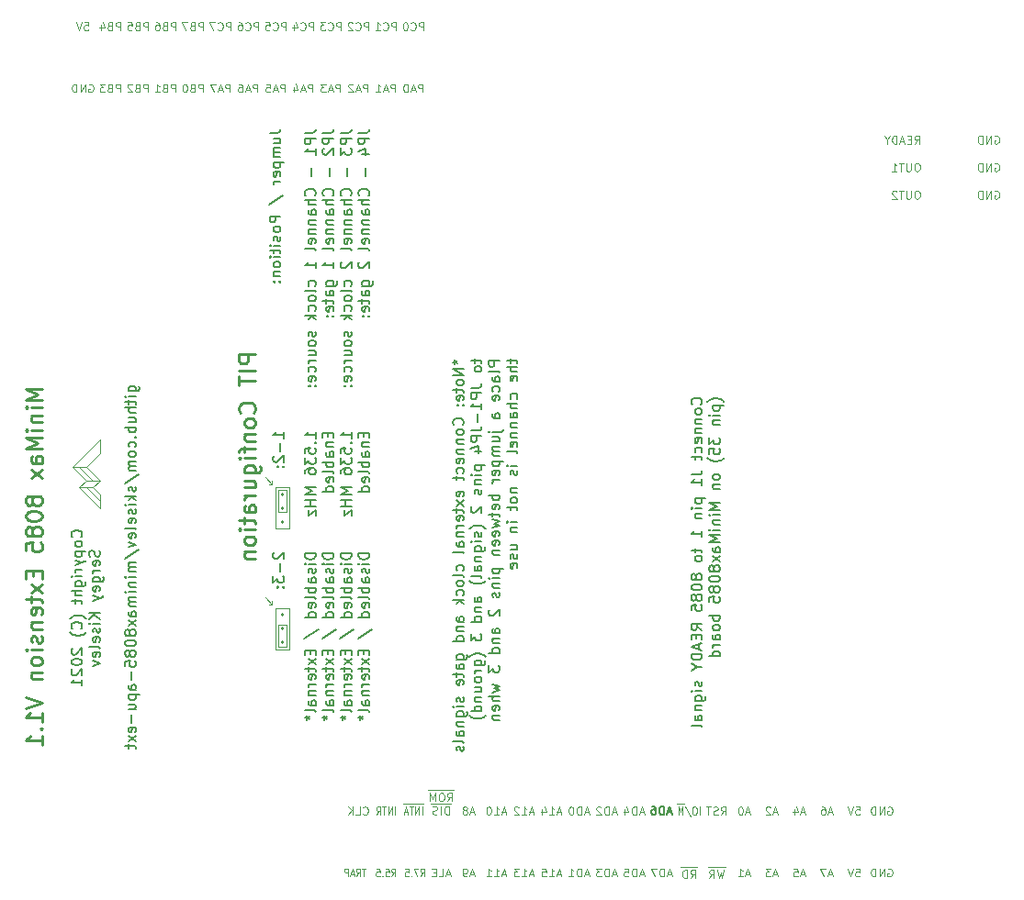
<source format=gbo>
%TF.GenerationSoftware,KiCad,Pcbnew,(5.1.8)-1*%
%TF.CreationDate,2021-11-24T12:27:13-08:00*%
%TF.ProjectId,Mini8085Ext,4d696e69-3830-4383-9545-78742e6b6963,rev?*%
%TF.SameCoordinates,Original*%
%TF.FileFunction,Legend,Bot*%
%TF.FilePolarity,Positive*%
%FSLAX46Y46*%
G04 Gerber Fmt 4.6, Leading zero omitted, Abs format (unit mm)*
G04 Created by KiCad (PCBNEW (5.1.8)-1) date 2021-11-24 12:27:13*
%MOMM*%
%LPD*%
G01*
G04 APERTURE LIST*
%ADD10C,0.150000*%
%ADD11C,0.112500*%
%ADD12C,0.120000*%
%ADD13C,0.152400*%
%ADD14C,0.225000*%
G04 APERTURE END LIST*
D10*
X121070714Y-85409523D02*
X121880238Y-85409523D01*
X121975476Y-85361904D01*
X122023095Y-85314285D01*
X122070714Y-85219047D01*
X122070714Y-85076190D01*
X122023095Y-84980952D01*
X121689761Y-85409523D02*
X121737380Y-85314285D01*
X121737380Y-85123809D01*
X121689761Y-85028571D01*
X121642142Y-84980952D01*
X121546904Y-84933333D01*
X121261190Y-84933333D01*
X121165952Y-84980952D01*
X121118333Y-85028571D01*
X121070714Y-85123809D01*
X121070714Y-85314285D01*
X121118333Y-85409523D01*
X121737380Y-85885714D02*
X121070714Y-85885714D01*
X120737380Y-85885714D02*
X120785000Y-85838095D01*
X120832619Y-85885714D01*
X120785000Y-85933333D01*
X120737380Y-85885714D01*
X120832619Y-85885714D01*
X121070714Y-86219047D02*
X121070714Y-86600000D01*
X120737380Y-86361904D02*
X121594523Y-86361904D01*
X121689761Y-86409523D01*
X121737380Y-86504761D01*
X121737380Y-86600000D01*
X121737380Y-86933333D02*
X120737380Y-86933333D01*
X121737380Y-87361904D02*
X121213571Y-87361904D01*
X121118333Y-87314285D01*
X121070714Y-87219047D01*
X121070714Y-87076190D01*
X121118333Y-86980952D01*
X121165952Y-86933333D01*
X121070714Y-88266666D02*
X121737380Y-88266666D01*
X121070714Y-87838095D02*
X121594523Y-87838095D01*
X121689761Y-87885714D01*
X121737380Y-87980952D01*
X121737380Y-88123809D01*
X121689761Y-88219047D01*
X121642142Y-88266666D01*
X121737380Y-88742857D02*
X120737380Y-88742857D01*
X121118333Y-88742857D02*
X121070714Y-88838095D01*
X121070714Y-89028571D01*
X121118333Y-89123809D01*
X121165952Y-89171428D01*
X121261190Y-89219047D01*
X121546904Y-89219047D01*
X121642142Y-89171428D01*
X121689761Y-89123809D01*
X121737380Y-89028571D01*
X121737380Y-88838095D01*
X121689761Y-88742857D01*
X121642142Y-89647619D02*
X121689761Y-89695238D01*
X121737380Y-89647619D01*
X121689761Y-89600000D01*
X121642142Y-89647619D01*
X121737380Y-89647619D01*
X121689761Y-90552380D02*
X121737380Y-90457142D01*
X121737380Y-90266666D01*
X121689761Y-90171428D01*
X121642142Y-90123809D01*
X121546904Y-90076190D01*
X121261190Y-90076190D01*
X121165952Y-90123809D01*
X121118333Y-90171428D01*
X121070714Y-90266666D01*
X121070714Y-90457142D01*
X121118333Y-90552380D01*
X121737380Y-91123809D02*
X121689761Y-91028571D01*
X121642142Y-90980952D01*
X121546904Y-90933333D01*
X121261190Y-90933333D01*
X121165952Y-90980952D01*
X121118333Y-91028571D01*
X121070714Y-91123809D01*
X121070714Y-91266666D01*
X121118333Y-91361904D01*
X121165952Y-91409523D01*
X121261190Y-91457142D01*
X121546904Y-91457142D01*
X121642142Y-91409523D01*
X121689761Y-91361904D01*
X121737380Y-91266666D01*
X121737380Y-91123809D01*
X121737380Y-91885714D02*
X121070714Y-91885714D01*
X121165952Y-91885714D02*
X121118333Y-91933333D01*
X121070714Y-92028571D01*
X121070714Y-92171428D01*
X121118333Y-92266666D01*
X121213571Y-92314285D01*
X121737380Y-92314285D01*
X121213571Y-92314285D02*
X121118333Y-92361904D01*
X121070714Y-92457142D01*
X121070714Y-92600000D01*
X121118333Y-92695238D01*
X121213571Y-92742857D01*
X121737380Y-92742857D01*
X120689761Y-93933333D02*
X121975476Y-93076190D01*
X121689761Y-94219047D02*
X121737380Y-94314285D01*
X121737380Y-94504761D01*
X121689761Y-94600000D01*
X121594523Y-94647619D01*
X121546904Y-94647619D01*
X121451666Y-94600000D01*
X121404047Y-94504761D01*
X121404047Y-94361904D01*
X121356428Y-94266666D01*
X121261190Y-94219047D01*
X121213571Y-94219047D01*
X121118333Y-94266666D01*
X121070714Y-94361904D01*
X121070714Y-94504761D01*
X121118333Y-94600000D01*
X121737380Y-95076190D02*
X120737380Y-95076190D01*
X121356428Y-95171428D02*
X121737380Y-95457142D01*
X121070714Y-95457142D02*
X121451666Y-95076190D01*
X121737380Y-95885714D02*
X121070714Y-95885714D01*
X120737380Y-95885714D02*
X120785000Y-95838095D01*
X120832619Y-95885714D01*
X120785000Y-95933333D01*
X120737380Y-95885714D01*
X120832619Y-95885714D01*
X121689761Y-96314285D02*
X121737380Y-96409523D01*
X121737380Y-96600000D01*
X121689761Y-96695238D01*
X121594523Y-96742857D01*
X121546904Y-96742857D01*
X121451666Y-96695238D01*
X121404047Y-96600000D01*
X121404047Y-96457142D01*
X121356428Y-96361904D01*
X121261190Y-96314285D01*
X121213571Y-96314285D01*
X121118333Y-96361904D01*
X121070714Y-96457142D01*
X121070714Y-96600000D01*
X121118333Y-96695238D01*
X121689761Y-97552380D02*
X121737380Y-97457142D01*
X121737380Y-97266666D01*
X121689761Y-97171428D01*
X121594523Y-97123809D01*
X121213571Y-97123809D01*
X121118333Y-97171428D01*
X121070714Y-97266666D01*
X121070714Y-97457142D01*
X121118333Y-97552380D01*
X121213571Y-97600000D01*
X121308809Y-97600000D01*
X121404047Y-97123809D01*
X121737380Y-98171428D02*
X121689761Y-98076190D01*
X121594523Y-98028571D01*
X120737380Y-98028571D01*
X121689761Y-98933333D02*
X121737380Y-98838095D01*
X121737380Y-98647619D01*
X121689761Y-98552380D01*
X121594523Y-98504761D01*
X121213571Y-98504761D01*
X121118333Y-98552380D01*
X121070714Y-98647619D01*
X121070714Y-98838095D01*
X121118333Y-98933333D01*
X121213571Y-98980952D01*
X121308809Y-98980952D01*
X121404047Y-98504761D01*
X121070714Y-99314285D02*
X121737380Y-99552380D01*
X121070714Y-99790476D01*
X120689761Y-100885714D02*
X121975476Y-100028571D01*
X121737380Y-101219047D02*
X121070714Y-101219047D01*
X121165952Y-101219047D02*
X121118333Y-101266666D01*
X121070714Y-101361904D01*
X121070714Y-101504761D01*
X121118333Y-101600000D01*
X121213571Y-101647619D01*
X121737380Y-101647619D01*
X121213571Y-101647619D02*
X121118333Y-101695238D01*
X121070714Y-101790476D01*
X121070714Y-101933333D01*
X121118333Y-102028571D01*
X121213571Y-102076190D01*
X121737380Y-102076190D01*
X121737380Y-102552380D02*
X121070714Y-102552380D01*
X120737380Y-102552380D02*
X120785000Y-102504761D01*
X120832619Y-102552380D01*
X120785000Y-102600000D01*
X120737380Y-102552380D01*
X120832619Y-102552380D01*
X121070714Y-103028571D02*
X121737380Y-103028571D01*
X121165952Y-103028571D02*
X121118333Y-103076190D01*
X121070714Y-103171428D01*
X121070714Y-103314285D01*
X121118333Y-103409523D01*
X121213571Y-103457142D01*
X121737380Y-103457142D01*
X121737380Y-103933333D02*
X121070714Y-103933333D01*
X120737380Y-103933333D02*
X120785000Y-103885714D01*
X120832619Y-103933333D01*
X120785000Y-103980952D01*
X120737380Y-103933333D01*
X120832619Y-103933333D01*
X121737380Y-104409523D02*
X121070714Y-104409523D01*
X121165952Y-104409523D02*
X121118333Y-104457142D01*
X121070714Y-104552380D01*
X121070714Y-104695238D01*
X121118333Y-104790476D01*
X121213571Y-104838095D01*
X121737380Y-104838095D01*
X121213571Y-104838095D02*
X121118333Y-104885714D01*
X121070714Y-104980952D01*
X121070714Y-105123809D01*
X121118333Y-105219047D01*
X121213571Y-105266666D01*
X121737380Y-105266666D01*
X121737380Y-106171428D02*
X121213571Y-106171428D01*
X121118333Y-106123809D01*
X121070714Y-106028571D01*
X121070714Y-105838095D01*
X121118333Y-105742857D01*
X121689761Y-106171428D02*
X121737380Y-106076190D01*
X121737380Y-105838095D01*
X121689761Y-105742857D01*
X121594523Y-105695238D01*
X121499285Y-105695238D01*
X121404047Y-105742857D01*
X121356428Y-105838095D01*
X121356428Y-106076190D01*
X121308809Y-106171428D01*
X121737380Y-106552380D02*
X121070714Y-107076190D01*
X121070714Y-106552380D02*
X121737380Y-107076190D01*
X121165952Y-107600000D02*
X121118333Y-107504761D01*
X121070714Y-107457142D01*
X120975476Y-107409523D01*
X120927857Y-107409523D01*
X120832619Y-107457142D01*
X120785000Y-107504761D01*
X120737380Y-107600000D01*
X120737380Y-107790476D01*
X120785000Y-107885714D01*
X120832619Y-107933333D01*
X120927857Y-107980952D01*
X120975476Y-107980952D01*
X121070714Y-107933333D01*
X121118333Y-107885714D01*
X121165952Y-107790476D01*
X121165952Y-107600000D01*
X121213571Y-107504761D01*
X121261190Y-107457142D01*
X121356428Y-107409523D01*
X121546904Y-107409523D01*
X121642142Y-107457142D01*
X121689761Y-107504761D01*
X121737380Y-107600000D01*
X121737380Y-107790476D01*
X121689761Y-107885714D01*
X121642142Y-107933333D01*
X121546904Y-107980952D01*
X121356428Y-107980952D01*
X121261190Y-107933333D01*
X121213571Y-107885714D01*
X121165952Y-107790476D01*
X120737380Y-108600000D02*
X120737380Y-108695238D01*
X120785000Y-108790476D01*
X120832619Y-108838095D01*
X120927857Y-108885714D01*
X121118333Y-108933333D01*
X121356428Y-108933333D01*
X121546904Y-108885714D01*
X121642142Y-108838095D01*
X121689761Y-108790476D01*
X121737380Y-108695238D01*
X121737380Y-108600000D01*
X121689761Y-108504761D01*
X121642142Y-108457142D01*
X121546904Y-108409523D01*
X121356428Y-108361904D01*
X121118333Y-108361904D01*
X120927857Y-108409523D01*
X120832619Y-108457142D01*
X120785000Y-108504761D01*
X120737380Y-108600000D01*
X121165952Y-109504761D02*
X121118333Y-109409523D01*
X121070714Y-109361904D01*
X120975476Y-109314285D01*
X120927857Y-109314285D01*
X120832619Y-109361904D01*
X120785000Y-109409523D01*
X120737380Y-109504761D01*
X120737380Y-109695238D01*
X120785000Y-109790476D01*
X120832619Y-109838095D01*
X120927857Y-109885714D01*
X120975476Y-109885714D01*
X121070714Y-109838095D01*
X121118333Y-109790476D01*
X121165952Y-109695238D01*
X121165952Y-109504761D01*
X121213571Y-109409523D01*
X121261190Y-109361904D01*
X121356428Y-109314285D01*
X121546904Y-109314285D01*
X121642142Y-109361904D01*
X121689761Y-109409523D01*
X121737380Y-109504761D01*
X121737380Y-109695238D01*
X121689761Y-109790476D01*
X121642142Y-109838095D01*
X121546904Y-109885714D01*
X121356428Y-109885714D01*
X121261190Y-109838095D01*
X121213571Y-109790476D01*
X121165952Y-109695238D01*
X120737380Y-110790476D02*
X120737380Y-110314285D01*
X121213571Y-110266666D01*
X121165952Y-110314285D01*
X121118333Y-110409523D01*
X121118333Y-110647619D01*
X121165952Y-110742857D01*
X121213571Y-110790476D01*
X121308809Y-110838095D01*
X121546904Y-110838095D01*
X121642142Y-110790476D01*
X121689761Y-110742857D01*
X121737380Y-110647619D01*
X121737380Y-110409523D01*
X121689761Y-110314285D01*
X121642142Y-110266666D01*
X121356428Y-111266666D02*
X121356428Y-112028571D01*
X121737380Y-112933333D02*
X121213571Y-112933333D01*
X121118333Y-112885714D01*
X121070714Y-112790476D01*
X121070714Y-112600000D01*
X121118333Y-112504761D01*
X121689761Y-112933333D02*
X121737380Y-112838095D01*
X121737380Y-112600000D01*
X121689761Y-112504761D01*
X121594523Y-112457142D01*
X121499285Y-112457142D01*
X121404047Y-112504761D01*
X121356428Y-112600000D01*
X121356428Y-112838095D01*
X121308809Y-112933333D01*
X121070714Y-113409523D02*
X122070714Y-113409523D01*
X121118333Y-113409523D02*
X121070714Y-113504761D01*
X121070714Y-113695238D01*
X121118333Y-113790476D01*
X121165952Y-113838095D01*
X121261190Y-113885714D01*
X121546904Y-113885714D01*
X121642142Y-113838095D01*
X121689761Y-113790476D01*
X121737380Y-113695238D01*
X121737380Y-113504761D01*
X121689761Y-113409523D01*
X121070714Y-114742857D02*
X121737380Y-114742857D01*
X121070714Y-114314285D02*
X121594523Y-114314285D01*
X121689761Y-114361904D01*
X121737380Y-114457142D01*
X121737380Y-114600000D01*
X121689761Y-114695238D01*
X121642142Y-114742857D01*
X121356428Y-115219047D02*
X121356428Y-115980952D01*
X121689761Y-116838095D02*
X121737380Y-116742857D01*
X121737380Y-116552380D01*
X121689761Y-116457142D01*
X121594523Y-116409523D01*
X121213571Y-116409523D01*
X121118333Y-116457142D01*
X121070714Y-116552380D01*
X121070714Y-116742857D01*
X121118333Y-116838095D01*
X121213571Y-116885714D01*
X121308809Y-116885714D01*
X121404047Y-116409523D01*
X121737380Y-117219047D02*
X121070714Y-117742857D01*
X121070714Y-117219047D02*
X121737380Y-117742857D01*
X121070714Y-117980952D02*
X121070714Y-118361904D01*
X120737380Y-118123809D02*
X121594523Y-118123809D01*
X121689761Y-118171428D01*
X121737380Y-118266666D01*
X121737380Y-118361904D01*
X150964880Y-82710952D02*
X151202976Y-82710952D01*
X151107738Y-82472857D02*
X151202976Y-82710952D01*
X151107738Y-82949047D01*
X151393452Y-82568095D02*
X151202976Y-82710952D01*
X151393452Y-82853809D01*
X151964880Y-83330000D02*
X150964880Y-83330000D01*
X151964880Y-83901428D01*
X150964880Y-83901428D01*
X151964880Y-84520476D02*
X151917261Y-84425238D01*
X151869642Y-84377619D01*
X151774404Y-84330000D01*
X151488690Y-84330000D01*
X151393452Y-84377619D01*
X151345833Y-84425238D01*
X151298214Y-84520476D01*
X151298214Y-84663333D01*
X151345833Y-84758571D01*
X151393452Y-84806190D01*
X151488690Y-84853809D01*
X151774404Y-84853809D01*
X151869642Y-84806190D01*
X151917261Y-84758571D01*
X151964880Y-84663333D01*
X151964880Y-84520476D01*
X151298214Y-85139523D02*
X151298214Y-85520476D01*
X150964880Y-85282380D02*
X151822023Y-85282380D01*
X151917261Y-85330000D01*
X151964880Y-85425238D01*
X151964880Y-85520476D01*
X151917261Y-86234761D02*
X151964880Y-86139523D01*
X151964880Y-85949047D01*
X151917261Y-85853809D01*
X151822023Y-85806190D01*
X151441071Y-85806190D01*
X151345833Y-85853809D01*
X151298214Y-85949047D01*
X151298214Y-86139523D01*
X151345833Y-86234761D01*
X151441071Y-86282380D01*
X151536309Y-86282380D01*
X151631547Y-85806190D01*
X151869642Y-86710952D02*
X151917261Y-86758571D01*
X151964880Y-86710952D01*
X151917261Y-86663333D01*
X151869642Y-86710952D01*
X151964880Y-86710952D01*
X151345833Y-86710952D02*
X151393452Y-86758571D01*
X151441071Y-86710952D01*
X151393452Y-86663333D01*
X151345833Y-86710952D01*
X151441071Y-86710952D01*
X151869642Y-88520476D02*
X151917261Y-88472857D01*
X151964880Y-88330000D01*
X151964880Y-88234761D01*
X151917261Y-88091904D01*
X151822023Y-87996666D01*
X151726785Y-87949047D01*
X151536309Y-87901428D01*
X151393452Y-87901428D01*
X151202976Y-87949047D01*
X151107738Y-87996666D01*
X151012500Y-88091904D01*
X150964880Y-88234761D01*
X150964880Y-88330000D01*
X151012500Y-88472857D01*
X151060119Y-88520476D01*
X151964880Y-89091904D02*
X151917261Y-88996666D01*
X151869642Y-88949047D01*
X151774404Y-88901428D01*
X151488690Y-88901428D01*
X151393452Y-88949047D01*
X151345833Y-88996666D01*
X151298214Y-89091904D01*
X151298214Y-89234761D01*
X151345833Y-89330000D01*
X151393452Y-89377619D01*
X151488690Y-89425238D01*
X151774404Y-89425238D01*
X151869642Y-89377619D01*
X151917261Y-89330000D01*
X151964880Y-89234761D01*
X151964880Y-89091904D01*
X151298214Y-89853809D02*
X151964880Y-89853809D01*
X151393452Y-89853809D02*
X151345833Y-89901428D01*
X151298214Y-89996666D01*
X151298214Y-90139523D01*
X151345833Y-90234761D01*
X151441071Y-90282380D01*
X151964880Y-90282380D01*
X151298214Y-90758571D02*
X151964880Y-90758571D01*
X151393452Y-90758571D02*
X151345833Y-90806190D01*
X151298214Y-90901428D01*
X151298214Y-91044285D01*
X151345833Y-91139523D01*
X151441071Y-91187142D01*
X151964880Y-91187142D01*
X151917261Y-92044285D02*
X151964880Y-91949047D01*
X151964880Y-91758571D01*
X151917261Y-91663333D01*
X151822023Y-91615714D01*
X151441071Y-91615714D01*
X151345833Y-91663333D01*
X151298214Y-91758571D01*
X151298214Y-91949047D01*
X151345833Y-92044285D01*
X151441071Y-92091904D01*
X151536309Y-92091904D01*
X151631547Y-91615714D01*
X151917261Y-92949047D02*
X151964880Y-92853809D01*
X151964880Y-92663333D01*
X151917261Y-92568095D01*
X151869642Y-92520476D01*
X151774404Y-92472857D01*
X151488690Y-92472857D01*
X151393452Y-92520476D01*
X151345833Y-92568095D01*
X151298214Y-92663333D01*
X151298214Y-92853809D01*
X151345833Y-92949047D01*
X151298214Y-93234761D02*
X151298214Y-93615714D01*
X150964880Y-93377619D02*
X151822023Y-93377619D01*
X151917261Y-93425238D01*
X151964880Y-93520476D01*
X151964880Y-93615714D01*
X151917261Y-95091904D02*
X151964880Y-94996666D01*
X151964880Y-94806190D01*
X151917261Y-94710952D01*
X151822023Y-94663333D01*
X151441071Y-94663333D01*
X151345833Y-94710952D01*
X151298214Y-94806190D01*
X151298214Y-94996666D01*
X151345833Y-95091904D01*
X151441071Y-95139523D01*
X151536309Y-95139523D01*
X151631547Y-94663333D01*
X151964880Y-95472857D02*
X151298214Y-95996666D01*
X151298214Y-95472857D02*
X151964880Y-95996666D01*
X151298214Y-96234761D02*
X151298214Y-96615714D01*
X150964880Y-96377619D02*
X151822023Y-96377619D01*
X151917261Y-96425238D01*
X151964880Y-96520476D01*
X151964880Y-96615714D01*
X151917261Y-97330000D02*
X151964880Y-97234761D01*
X151964880Y-97044285D01*
X151917261Y-96949047D01*
X151822023Y-96901428D01*
X151441071Y-96901428D01*
X151345833Y-96949047D01*
X151298214Y-97044285D01*
X151298214Y-97234761D01*
X151345833Y-97330000D01*
X151441071Y-97377619D01*
X151536309Y-97377619D01*
X151631547Y-96901428D01*
X151964880Y-97806190D02*
X151298214Y-97806190D01*
X151488690Y-97806190D02*
X151393452Y-97853809D01*
X151345833Y-97901428D01*
X151298214Y-97996666D01*
X151298214Y-98091904D01*
X151298214Y-98425238D02*
X151964880Y-98425238D01*
X151393452Y-98425238D02*
X151345833Y-98472857D01*
X151298214Y-98568095D01*
X151298214Y-98710952D01*
X151345833Y-98806190D01*
X151441071Y-98853809D01*
X151964880Y-98853809D01*
X151964880Y-99758571D02*
X151441071Y-99758571D01*
X151345833Y-99710952D01*
X151298214Y-99615714D01*
X151298214Y-99425238D01*
X151345833Y-99330000D01*
X151917261Y-99758571D02*
X151964880Y-99663333D01*
X151964880Y-99425238D01*
X151917261Y-99330000D01*
X151822023Y-99282380D01*
X151726785Y-99282380D01*
X151631547Y-99330000D01*
X151583928Y-99425238D01*
X151583928Y-99663333D01*
X151536309Y-99758571D01*
X151964880Y-100377619D02*
X151917261Y-100282380D01*
X151822023Y-100234761D01*
X150964880Y-100234761D01*
X151917261Y-101949047D02*
X151964880Y-101853809D01*
X151964880Y-101663333D01*
X151917261Y-101568095D01*
X151869642Y-101520476D01*
X151774404Y-101472857D01*
X151488690Y-101472857D01*
X151393452Y-101520476D01*
X151345833Y-101568095D01*
X151298214Y-101663333D01*
X151298214Y-101853809D01*
X151345833Y-101949047D01*
X151964880Y-102520476D02*
X151917261Y-102425238D01*
X151822023Y-102377619D01*
X150964880Y-102377619D01*
X151964880Y-103044285D02*
X151917261Y-102949047D01*
X151869642Y-102901428D01*
X151774404Y-102853809D01*
X151488690Y-102853809D01*
X151393452Y-102901428D01*
X151345833Y-102949047D01*
X151298214Y-103044285D01*
X151298214Y-103187142D01*
X151345833Y-103282380D01*
X151393452Y-103329999D01*
X151488690Y-103377619D01*
X151774404Y-103377619D01*
X151869642Y-103329999D01*
X151917261Y-103282380D01*
X151964880Y-103187142D01*
X151964880Y-103044285D01*
X151917261Y-104234761D02*
X151964880Y-104139523D01*
X151964880Y-103949047D01*
X151917261Y-103853809D01*
X151869642Y-103806190D01*
X151774404Y-103758571D01*
X151488690Y-103758571D01*
X151393452Y-103806190D01*
X151345833Y-103853809D01*
X151298214Y-103949047D01*
X151298214Y-104139523D01*
X151345833Y-104234761D01*
X151964880Y-104663333D02*
X150964880Y-104663333D01*
X151583928Y-104758571D02*
X151964880Y-105044285D01*
X151298214Y-105044285D02*
X151679166Y-104663333D01*
X151964880Y-106663333D02*
X151441071Y-106663333D01*
X151345833Y-106615714D01*
X151298214Y-106520476D01*
X151298214Y-106329999D01*
X151345833Y-106234761D01*
X151917261Y-106663333D02*
X151964880Y-106568095D01*
X151964880Y-106329999D01*
X151917261Y-106234761D01*
X151822023Y-106187142D01*
X151726785Y-106187142D01*
X151631547Y-106234761D01*
X151583928Y-106329999D01*
X151583928Y-106568095D01*
X151536309Y-106663333D01*
X151298214Y-107139523D02*
X151964880Y-107139523D01*
X151393452Y-107139523D02*
X151345833Y-107187142D01*
X151298214Y-107282380D01*
X151298214Y-107425238D01*
X151345833Y-107520476D01*
X151441071Y-107568095D01*
X151964880Y-107568095D01*
X151964880Y-108472857D02*
X150964880Y-108472857D01*
X151917261Y-108472857D02*
X151964880Y-108377619D01*
X151964880Y-108187142D01*
X151917261Y-108091904D01*
X151869642Y-108044285D01*
X151774404Y-107996666D01*
X151488690Y-107996666D01*
X151393452Y-108044285D01*
X151345833Y-108091904D01*
X151298214Y-108187142D01*
X151298214Y-108377619D01*
X151345833Y-108472857D01*
X151298214Y-110139523D02*
X152107738Y-110139523D01*
X152202976Y-110091904D01*
X152250595Y-110044285D01*
X152298214Y-109949047D01*
X152298214Y-109806190D01*
X152250595Y-109710952D01*
X151917261Y-110139523D02*
X151964880Y-110044285D01*
X151964880Y-109853809D01*
X151917261Y-109758571D01*
X151869642Y-109710952D01*
X151774404Y-109663333D01*
X151488690Y-109663333D01*
X151393452Y-109710952D01*
X151345833Y-109758571D01*
X151298214Y-109853809D01*
X151298214Y-110044285D01*
X151345833Y-110139523D01*
X151964880Y-111044285D02*
X151441071Y-111044285D01*
X151345833Y-110996666D01*
X151298214Y-110901428D01*
X151298214Y-110710952D01*
X151345833Y-110615714D01*
X151917261Y-111044285D02*
X151964880Y-110949047D01*
X151964880Y-110710952D01*
X151917261Y-110615714D01*
X151822023Y-110568095D01*
X151726785Y-110568095D01*
X151631547Y-110615714D01*
X151583928Y-110710952D01*
X151583928Y-110949047D01*
X151536309Y-111044285D01*
X151298214Y-111377619D02*
X151298214Y-111758571D01*
X150964880Y-111520476D02*
X151822023Y-111520476D01*
X151917261Y-111568095D01*
X151964880Y-111663333D01*
X151964880Y-111758571D01*
X151917261Y-112472857D02*
X151964880Y-112377619D01*
X151964880Y-112187142D01*
X151917261Y-112091904D01*
X151822023Y-112044285D01*
X151441071Y-112044285D01*
X151345833Y-112091904D01*
X151298214Y-112187142D01*
X151298214Y-112377619D01*
X151345833Y-112472857D01*
X151441071Y-112520476D01*
X151536309Y-112520476D01*
X151631547Y-112044285D01*
X151917261Y-113663333D02*
X151964880Y-113758571D01*
X151964880Y-113949047D01*
X151917261Y-114044285D01*
X151822023Y-114091904D01*
X151774404Y-114091904D01*
X151679166Y-114044285D01*
X151631547Y-113949047D01*
X151631547Y-113806190D01*
X151583928Y-113710952D01*
X151488690Y-113663333D01*
X151441071Y-113663333D01*
X151345833Y-113710952D01*
X151298214Y-113806190D01*
X151298214Y-113949047D01*
X151345833Y-114044285D01*
X151964880Y-114520476D02*
X151298214Y-114520476D01*
X150964880Y-114520476D02*
X151012500Y-114472857D01*
X151060119Y-114520476D01*
X151012500Y-114568095D01*
X150964880Y-114520476D01*
X151060119Y-114520476D01*
X151298214Y-115425238D02*
X152107738Y-115425238D01*
X152202976Y-115377619D01*
X152250595Y-115329999D01*
X152298214Y-115234761D01*
X152298214Y-115091904D01*
X152250595Y-114996666D01*
X151917261Y-115425238D02*
X151964880Y-115329999D01*
X151964880Y-115139523D01*
X151917261Y-115044285D01*
X151869642Y-114996666D01*
X151774404Y-114949047D01*
X151488690Y-114949047D01*
X151393452Y-114996666D01*
X151345833Y-115044285D01*
X151298214Y-115139523D01*
X151298214Y-115329999D01*
X151345833Y-115425238D01*
X151298214Y-115901428D02*
X151964880Y-115901428D01*
X151393452Y-115901428D02*
X151345833Y-115949047D01*
X151298214Y-116044285D01*
X151298214Y-116187142D01*
X151345833Y-116282380D01*
X151441071Y-116329999D01*
X151964880Y-116329999D01*
X151964880Y-117234761D02*
X151441071Y-117234761D01*
X151345833Y-117187142D01*
X151298214Y-117091904D01*
X151298214Y-116901428D01*
X151345833Y-116806190D01*
X151917261Y-117234761D02*
X151964880Y-117139523D01*
X151964880Y-116901428D01*
X151917261Y-116806190D01*
X151822023Y-116758571D01*
X151726785Y-116758571D01*
X151631547Y-116806190D01*
X151583928Y-116901428D01*
X151583928Y-117139523D01*
X151536309Y-117234761D01*
X151964880Y-117853809D02*
X151917261Y-117758571D01*
X151822023Y-117710952D01*
X150964880Y-117710952D01*
X151917261Y-118187142D02*
X151964880Y-118282380D01*
X151964880Y-118472857D01*
X151917261Y-118568095D01*
X151822023Y-118615714D01*
X151774404Y-118615714D01*
X151679166Y-118568095D01*
X151631547Y-118472857D01*
X151631547Y-118329999D01*
X151583928Y-118234761D01*
X151488690Y-118187142D01*
X151441071Y-118187142D01*
X151345833Y-118234761D01*
X151298214Y-118329999D01*
X151298214Y-118472857D01*
X151345833Y-118568095D01*
X152948214Y-82425238D02*
X152948214Y-82806190D01*
X152614880Y-82568095D02*
X153472023Y-82568095D01*
X153567261Y-82615714D01*
X153614880Y-82710952D01*
X153614880Y-82806190D01*
X153614880Y-83282380D02*
X153567261Y-83187142D01*
X153519642Y-83139523D01*
X153424404Y-83091904D01*
X153138690Y-83091904D01*
X153043452Y-83139523D01*
X152995833Y-83187142D01*
X152948214Y-83282380D01*
X152948214Y-83425238D01*
X152995833Y-83520476D01*
X153043452Y-83568095D01*
X153138690Y-83615714D01*
X153424404Y-83615714D01*
X153519642Y-83568095D01*
X153567261Y-83520476D01*
X153614880Y-83425238D01*
X153614880Y-83282380D01*
X152614880Y-85091904D02*
X153329166Y-85091904D01*
X153472023Y-85044285D01*
X153567261Y-84949047D01*
X153614880Y-84806190D01*
X153614880Y-84710952D01*
X153614880Y-85568095D02*
X152614880Y-85568095D01*
X152614880Y-85949047D01*
X152662500Y-86044285D01*
X152710119Y-86091904D01*
X152805357Y-86139523D01*
X152948214Y-86139523D01*
X153043452Y-86091904D01*
X153091071Y-86044285D01*
X153138690Y-85949047D01*
X153138690Y-85568095D01*
X153614880Y-87091904D02*
X153614880Y-86520476D01*
X153614880Y-86806190D02*
X152614880Y-86806190D01*
X152757738Y-86710952D01*
X152852976Y-86615714D01*
X152900595Y-86520476D01*
X153233928Y-87520476D02*
X153233928Y-88282380D01*
X152614880Y-89044285D02*
X153329166Y-89044285D01*
X153472023Y-88996666D01*
X153567261Y-88901428D01*
X153614880Y-88758571D01*
X153614880Y-88663333D01*
X153614880Y-89520476D02*
X152614880Y-89520476D01*
X152614880Y-89901428D01*
X152662500Y-89996666D01*
X152710119Y-90044285D01*
X152805357Y-90091904D01*
X152948214Y-90091904D01*
X153043452Y-90044285D01*
X153091071Y-89996666D01*
X153138690Y-89901428D01*
X153138690Y-89520476D01*
X152948214Y-90949047D02*
X153614880Y-90949047D01*
X152567261Y-90710952D02*
X153281547Y-90472857D01*
X153281547Y-91091904D01*
X152948214Y-92234761D02*
X153948214Y-92234761D01*
X152995833Y-92234761D02*
X152948214Y-92330000D01*
X152948214Y-92520476D01*
X152995833Y-92615714D01*
X153043452Y-92663333D01*
X153138690Y-92710952D01*
X153424404Y-92710952D01*
X153519642Y-92663333D01*
X153567261Y-92615714D01*
X153614880Y-92520476D01*
X153614880Y-92330000D01*
X153567261Y-92234761D01*
X153614880Y-93139523D02*
X152948214Y-93139523D01*
X152614880Y-93139523D02*
X152662500Y-93091904D01*
X152710119Y-93139523D01*
X152662500Y-93187142D01*
X152614880Y-93139523D01*
X152710119Y-93139523D01*
X152948214Y-93615714D02*
X153614880Y-93615714D01*
X153043452Y-93615714D02*
X152995833Y-93663333D01*
X152948214Y-93758571D01*
X152948214Y-93901428D01*
X152995833Y-93996666D01*
X153091071Y-94044285D01*
X153614880Y-94044285D01*
X153567261Y-94472857D02*
X153614880Y-94568095D01*
X153614880Y-94758571D01*
X153567261Y-94853809D01*
X153472023Y-94901428D01*
X153424404Y-94901428D01*
X153329166Y-94853809D01*
X153281547Y-94758571D01*
X153281547Y-94615714D01*
X153233928Y-94520476D01*
X153138690Y-94472857D01*
X153091071Y-94472857D01*
X152995833Y-94520476D01*
X152948214Y-94615714D01*
X152948214Y-94758571D01*
X152995833Y-94853809D01*
X152710119Y-96044285D02*
X152662500Y-96091904D01*
X152614880Y-96187142D01*
X152614880Y-96425238D01*
X152662500Y-96520476D01*
X152710119Y-96568095D01*
X152805357Y-96615714D01*
X152900595Y-96615714D01*
X153043452Y-96568095D01*
X153614880Y-95996666D01*
X153614880Y-96615714D01*
X153995833Y-98091904D02*
X153948214Y-98044285D01*
X153805357Y-97949047D01*
X153710119Y-97901428D01*
X153567261Y-97853809D01*
X153329166Y-97806190D01*
X153138690Y-97806190D01*
X152900595Y-97853809D01*
X152757738Y-97901428D01*
X152662500Y-97949047D01*
X152519642Y-98044285D01*
X152472023Y-98091904D01*
X153567261Y-98425238D02*
X153614880Y-98520476D01*
X153614880Y-98710952D01*
X153567261Y-98806190D01*
X153472023Y-98853809D01*
X153424404Y-98853809D01*
X153329166Y-98806190D01*
X153281547Y-98710952D01*
X153281547Y-98568095D01*
X153233928Y-98472857D01*
X153138690Y-98425238D01*
X153091071Y-98425238D01*
X152995833Y-98472857D01*
X152948214Y-98568095D01*
X152948214Y-98710952D01*
X152995833Y-98806190D01*
X153614880Y-99282380D02*
X152948214Y-99282380D01*
X152614880Y-99282380D02*
X152662500Y-99234761D01*
X152710119Y-99282380D01*
X152662500Y-99330000D01*
X152614880Y-99282380D01*
X152710119Y-99282380D01*
X152948214Y-100187142D02*
X153757738Y-100187142D01*
X153852976Y-100139523D01*
X153900595Y-100091904D01*
X153948214Y-99996666D01*
X153948214Y-99853809D01*
X153900595Y-99758571D01*
X153567261Y-100187142D02*
X153614880Y-100091904D01*
X153614880Y-99901428D01*
X153567261Y-99806190D01*
X153519642Y-99758571D01*
X153424404Y-99710952D01*
X153138690Y-99710952D01*
X153043452Y-99758571D01*
X152995833Y-99806190D01*
X152948214Y-99901428D01*
X152948214Y-100091904D01*
X152995833Y-100187142D01*
X152948214Y-100663333D02*
X153614880Y-100663333D01*
X153043452Y-100663333D02*
X152995833Y-100710952D01*
X152948214Y-100806190D01*
X152948214Y-100949047D01*
X152995833Y-101044285D01*
X153091071Y-101091904D01*
X153614880Y-101091904D01*
X153614880Y-101996666D02*
X153091071Y-101996666D01*
X152995833Y-101949047D01*
X152948214Y-101853809D01*
X152948214Y-101663333D01*
X152995833Y-101568095D01*
X153567261Y-101996666D02*
X153614880Y-101901428D01*
X153614880Y-101663333D01*
X153567261Y-101568095D01*
X153472023Y-101520476D01*
X153376785Y-101520476D01*
X153281547Y-101568095D01*
X153233928Y-101663333D01*
X153233928Y-101901428D01*
X153186309Y-101996666D01*
X153614880Y-102615714D02*
X153567261Y-102520476D01*
X153472023Y-102472857D01*
X152614880Y-102472857D01*
X153995833Y-102901428D02*
X153948214Y-102949047D01*
X153805357Y-103044285D01*
X153710119Y-103091904D01*
X153567261Y-103139523D01*
X153329166Y-103187142D01*
X153138690Y-103187142D01*
X152900595Y-103139523D01*
X152757738Y-103091904D01*
X152662500Y-103044285D01*
X152519642Y-102949047D01*
X152472023Y-102901428D01*
X153614880Y-104853809D02*
X153091071Y-104853809D01*
X152995833Y-104806190D01*
X152948214Y-104710952D01*
X152948214Y-104520476D01*
X152995833Y-104425238D01*
X153567261Y-104853809D02*
X153614880Y-104758571D01*
X153614880Y-104520476D01*
X153567261Y-104425238D01*
X153472023Y-104377619D01*
X153376785Y-104377619D01*
X153281547Y-104425238D01*
X153233928Y-104520476D01*
X153233928Y-104758571D01*
X153186309Y-104853809D01*
X152948214Y-105329999D02*
X153614880Y-105329999D01*
X153043452Y-105329999D02*
X152995833Y-105377619D01*
X152948214Y-105472857D01*
X152948214Y-105615714D01*
X152995833Y-105710952D01*
X153091071Y-105758571D01*
X153614880Y-105758571D01*
X153614880Y-106663333D02*
X152614880Y-106663333D01*
X153567261Y-106663333D02*
X153614880Y-106568095D01*
X153614880Y-106377619D01*
X153567261Y-106282380D01*
X153519642Y-106234761D01*
X153424404Y-106187142D01*
X153138690Y-106187142D01*
X153043452Y-106234761D01*
X152995833Y-106282380D01*
X152948214Y-106377619D01*
X152948214Y-106568095D01*
X152995833Y-106663333D01*
X152614880Y-107806190D02*
X152614880Y-108425238D01*
X152995833Y-108091904D01*
X152995833Y-108234761D01*
X153043452Y-108329999D01*
X153091071Y-108377619D01*
X153186309Y-108425238D01*
X153424404Y-108425238D01*
X153519642Y-108377619D01*
X153567261Y-108329999D01*
X153614880Y-108234761D01*
X153614880Y-107949047D01*
X153567261Y-107853809D01*
X153519642Y-107806190D01*
X153995833Y-109901428D02*
X153948214Y-109853809D01*
X153805357Y-109758571D01*
X153710119Y-109710952D01*
X153567261Y-109663333D01*
X153329166Y-109615714D01*
X153138690Y-109615714D01*
X152900595Y-109663333D01*
X152757738Y-109710952D01*
X152662500Y-109758571D01*
X152519642Y-109853809D01*
X152472023Y-109901428D01*
X152948214Y-110710952D02*
X153757738Y-110710952D01*
X153852976Y-110663333D01*
X153900595Y-110615714D01*
X153948214Y-110520476D01*
X153948214Y-110377619D01*
X153900595Y-110282380D01*
X153567261Y-110710952D02*
X153614880Y-110615714D01*
X153614880Y-110425238D01*
X153567261Y-110329999D01*
X153519642Y-110282380D01*
X153424404Y-110234761D01*
X153138690Y-110234761D01*
X153043452Y-110282380D01*
X152995833Y-110329999D01*
X152948214Y-110425238D01*
X152948214Y-110615714D01*
X152995833Y-110710952D01*
X153614880Y-111187142D02*
X152948214Y-111187142D01*
X153138690Y-111187142D02*
X153043452Y-111234761D01*
X152995833Y-111282380D01*
X152948214Y-111377619D01*
X152948214Y-111472857D01*
X153614880Y-111949047D02*
X153567261Y-111853809D01*
X153519642Y-111806190D01*
X153424404Y-111758571D01*
X153138690Y-111758571D01*
X153043452Y-111806190D01*
X152995833Y-111853809D01*
X152948214Y-111949047D01*
X152948214Y-112091904D01*
X152995833Y-112187142D01*
X153043452Y-112234761D01*
X153138690Y-112282380D01*
X153424404Y-112282380D01*
X153519642Y-112234761D01*
X153567261Y-112187142D01*
X153614880Y-112091904D01*
X153614880Y-111949047D01*
X152948214Y-113139523D02*
X153614880Y-113139523D01*
X152948214Y-112710952D02*
X153472023Y-112710952D01*
X153567261Y-112758571D01*
X153614880Y-112853809D01*
X153614880Y-112996666D01*
X153567261Y-113091904D01*
X153519642Y-113139523D01*
X152948214Y-113615714D02*
X153614880Y-113615714D01*
X153043452Y-113615714D02*
X152995833Y-113663333D01*
X152948214Y-113758571D01*
X152948214Y-113901428D01*
X152995833Y-113996666D01*
X153091071Y-114044285D01*
X153614880Y-114044285D01*
X153614880Y-114949047D02*
X152614880Y-114949047D01*
X153567261Y-114949047D02*
X153614880Y-114853809D01*
X153614880Y-114663333D01*
X153567261Y-114568095D01*
X153519642Y-114520476D01*
X153424404Y-114472857D01*
X153138690Y-114472857D01*
X153043452Y-114520476D01*
X152995833Y-114568095D01*
X152948214Y-114663333D01*
X152948214Y-114853809D01*
X152995833Y-114949047D01*
X153995833Y-115329999D02*
X153948214Y-115377619D01*
X153805357Y-115472857D01*
X153710119Y-115520476D01*
X153567261Y-115568095D01*
X153329166Y-115615714D01*
X153138690Y-115615714D01*
X152900595Y-115568095D01*
X152757738Y-115520476D01*
X152662500Y-115472857D01*
X152519642Y-115377619D01*
X152472023Y-115329999D01*
X155264880Y-82568095D02*
X154264880Y-82568095D01*
X154264880Y-82949047D01*
X154312500Y-83044285D01*
X154360119Y-83091904D01*
X154455357Y-83139523D01*
X154598214Y-83139523D01*
X154693452Y-83091904D01*
X154741071Y-83044285D01*
X154788690Y-82949047D01*
X154788690Y-82568095D01*
X155264880Y-83710952D02*
X155217261Y-83615714D01*
X155122023Y-83568095D01*
X154264880Y-83568095D01*
X155264880Y-84520476D02*
X154741071Y-84520476D01*
X154645833Y-84472857D01*
X154598214Y-84377619D01*
X154598214Y-84187142D01*
X154645833Y-84091904D01*
X155217261Y-84520476D02*
X155264880Y-84425238D01*
X155264880Y-84187142D01*
X155217261Y-84091904D01*
X155122023Y-84044285D01*
X155026785Y-84044285D01*
X154931547Y-84091904D01*
X154883928Y-84187142D01*
X154883928Y-84425238D01*
X154836309Y-84520476D01*
X155217261Y-85425238D02*
X155264880Y-85330000D01*
X155264880Y-85139523D01*
X155217261Y-85044285D01*
X155169642Y-84996666D01*
X155074404Y-84949047D01*
X154788690Y-84949047D01*
X154693452Y-84996666D01*
X154645833Y-85044285D01*
X154598214Y-85139523D01*
X154598214Y-85330000D01*
X154645833Y-85425238D01*
X155217261Y-86234761D02*
X155264880Y-86139523D01*
X155264880Y-85949047D01*
X155217261Y-85853809D01*
X155122023Y-85806190D01*
X154741071Y-85806190D01*
X154645833Y-85853809D01*
X154598214Y-85949047D01*
X154598214Y-86139523D01*
X154645833Y-86234761D01*
X154741071Y-86282380D01*
X154836309Y-86282380D01*
X154931547Y-85806190D01*
X155264880Y-87901428D02*
X154741071Y-87901428D01*
X154645833Y-87853809D01*
X154598214Y-87758571D01*
X154598214Y-87568095D01*
X154645833Y-87472857D01*
X155217261Y-87901428D02*
X155264880Y-87806190D01*
X155264880Y-87568095D01*
X155217261Y-87472857D01*
X155122023Y-87425238D01*
X155026785Y-87425238D01*
X154931547Y-87472857D01*
X154883928Y-87568095D01*
X154883928Y-87806190D01*
X154836309Y-87901428D01*
X154598214Y-89139523D02*
X155455357Y-89139523D01*
X155550595Y-89091904D01*
X155598214Y-88996666D01*
X155598214Y-88949047D01*
X154264880Y-89139523D02*
X154312500Y-89091904D01*
X154360119Y-89139523D01*
X154312500Y-89187142D01*
X154264880Y-89139523D01*
X154360119Y-89139523D01*
X154598214Y-90044285D02*
X155264880Y-90044285D01*
X154598214Y-89615714D02*
X155122023Y-89615714D01*
X155217261Y-89663333D01*
X155264880Y-89758571D01*
X155264880Y-89901428D01*
X155217261Y-89996666D01*
X155169642Y-90044285D01*
X155264880Y-90520476D02*
X154598214Y-90520476D01*
X154693452Y-90520476D02*
X154645833Y-90568095D01*
X154598214Y-90663333D01*
X154598214Y-90806190D01*
X154645833Y-90901428D01*
X154741071Y-90949047D01*
X155264880Y-90949047D01*
X154741071Y-90949047D02*
X154645833Y-90996666D01*
X154598214Y-91091904D01*
X154598214Y-91234761D01*
X154645833Y-91330000D01*
X154741071Y-91377619D01*
X155264880Y-91377619D01*
X154598214Y-91853809D02*
X155598214Y-91853809D01*
X154645833Y-91853809D02*
X154598214Y-91949047D01*
X154598214Y-92139523D01*
X154645833Y-92234761D01*
X154693452Y-92282380D01*
X154788690Y-92330000D01*
X155074404Y-92330000D01*
X155169642Y-92282380D01*
X155217261Y-92234761D01*
X155264880Y-92139523D01*
X155264880Y-91949047D01*
X155217261Y-91853809D01*
X155217261Y-93139523D02*
X155264880Y-93044285D01*
X155264880Y-92853809D01*
X155217261Y-92758571D01*
X155122023Y-92710952D01*
X154741071Y-92710952D01*
X154645833Y-92758571D01*
X154598214Y-92853809D01*
X154598214Y-93044285D01*
X154645833Y-93139523D01*
X154741071Y-93187142D01*
X154836309Y-93187142D01*
X154931547Y-92710952D01*
X155264880Y-93615714D02*
X154598214Y-93615714D01*
X154788690Y-93615714D02*
X154693452Y-93663333D01*
X154645833Y-93710952D01*
X154598214Y-93806190D01*
X154598214Y-93901428D01*
X155264880Y-94996666D02*
X154264880Y-94996666D01*
X154645833Y-94996666D02*
X154598214Y-95091904D01*
X154598214Y-95282380D01*
X154645833Y-95377619D01*
X154693452Y-95425238D01*
X154788690Y-95472857D01*
X155074404Y-95472857D01*
X155169642Y-95425238D01*
X155217261Y-95377619D01*
X155264880Y-95282380D01*
X155264880Y-95091904D01*
X155217261Y-94996666D01*
X155217261Y-96282380D02*
X155264880Y-96187142D01*
X155264880Y-95996666D01*
X155217261Y-95901428D01*
X155122023Y-95853809D01*
X154741071Y-95853809D01*
X154645833Y-95901428D01*
X154598214Y-95996666D01*
X154598214Y-96187142D01*
X154645833Y-96282380D01*
X154741071Y-96330000D01*
X154836309Y-96330000D01*
X154931547Y-95853809D01*
X154598214Y-96615714D02*
X154598214Y-96996666D01*
X154264880Y-96758571D02*
X155122023Y-96758571D01*
X155217261Y-96806190D01*
X155264880Y-96901428D01*
X155264880Y-96996666D01*
X154598214Y-97234761D02*
X155264880Y-97425238D01*
X154788690Y-97615714D01*
X155264880Y-97806190D01*
X154598214Y-97996666D01*
X155217261Y-98758571D02*
X155264880Y-98663333D01*
X155264880Y-98472857D01*
X155217261Y-98377619D01*
X155122023Y-98330000D01*
X154741071Y-98330000D01*
X154645833Y-98377619D01*
X154598214Y-98472857D01*
X154598214Y-98663333D01*
X154645833Y-98758571D01*
X154741071Y-98806190D01*
X154836309Y-98806190D01*
X154931547Y-98330000D01*
X155217261Y-99615714D02*
X155264880Y-99520476D01*
X155264880Y-99330000D01*
X155217261Y-99234761D01*
X155122023Y-99187142D01*
X154741071Y-99187142D01*
X154645833Y-99234761D01*
X154598214Y-99330000D01*
X154598214Y-99520476D01*
X154645833Y-99615714D01*
X154741071Y-99663333D01*
X154836309Y-99663333D01*
X154931547Y-99187142D01*
X154598214Y-100091904D02*
X155264880Y-100091904D01*
X154693452Y-100091904D02*
X154645833Y-100139523D01*
X154598214Y-100234761D01*
X154598214Y-100377619D01*
X154645833Y-100472857D01*
X154741071Y-100520476D01*
X155264880Y-100520476D01*
X154598214Y-101758571D02*
X155598214Y-101758571D01*
X154645833Y-101758571D02*
X154598214Y-101853809D01*
X154598214Y-102044285D01*
X154645833Y-102139523D01*
X154693452Y-102187142D01*
X154788690Y-102234761D01*
X155074404Y-102234761D01*
X155169642Y-102187142D01*
X155217261Y-102139523D01*
X155264880Y-102044285D01*
X155264880Y-101853809D01*
X155217261Y-101758571D01*
X155264880Y-102663333D02*
X154598214Y-102663333D01*
X154264880Y-102663333D02*
X154312500Y-102615714D01*
X154360119Y-102663333D01*
X154312500Y-102710952D01*
X154264880Y-102663333D01*
X154360119Y-102663333D01*
X154598214Y-103139523D02*
X155264880Y-103139523D01*
X154693452Y-103139523D02*
X154645833Y-103187142D01*
X154598214Y-103282380D01*
X154598214Y-103425238D01*
X154645833Y-103520476D01*
X154741071Y-103568095D01*
X155264880Y-103568095D01*
X155217261Y-103996666D02*
X155264880Y-104091904D01*
X155264880Y-104282380D01*
X155217261Y-104377619D01*
X155122023Y-104425238D01*
X155074404Y-104425238D01*
X154979166Y-104377619D01*
X154931547Y-104282380D01*
X154931547Y-104139523D01*
X154883928Y-104044285D01*
X154788690Y-103996666D01*
X154741071Y-103996666D01*
X154645833Y-104044285D01*
X154598214Y-104139523D01*
X154598214Y-104282380D01*
X154645833Y-104377619D01*
X154360119Y-105568095D02*
X154312500Y-105615714D01*
X154264880Y-105710952D01*
X154264880Y-105949047D01*
X154312500Y-106044285D01*
X154360119Y-106091904D01*
X154455357Y-106139523D01*
X154550595Y-106139523D01*
X154693452Y-106091904D01*
X155264880Y-105520476D01*
X155264880Y-106139523D01*
X155264880Y-107758571D02*
X154741071Y-107758571D01*
X154645833Y-107710952D01*
X154598214Y-107615714D01*
X154598214Y-107425238D01*
X154645833Y-107329999D01*
X155217261Y-107758571D02*
X155264880Y-107663333D01*
X155264880Y-107425238D01*
X155217261Y-107329999D01*
X155122023Y-107282380D01*
X155026785Y-107282380D01*
X154931547Y-107329999D01*
X154883928Y-107425238D01*
X154883928Y-107663333D01*
X154836309Y-107758571D01*
X154598214Y-108234761D02*
X155264880Y-108234761D01*
X154693452Y-108234761D02*
X154645833Y-108282380D01*
X154598214Y-108377619D01*
X154598214Y-108520476D01*
X154645833Y-108615714D01*
X154741071Y-108663333D01*
X155264880Y-108663333D01*
X155264880Y-109568095D02*
X154264880Y-109568095D01*
X155217261Y-109568095D02*
X155264880Y-109472857D01*
X155264880Y-109282380D01*
X155217261Y-109187142D01*
X155169642Y-109139523D01*
X155074404Y-109091904D01*
X154788690Y-109091904D01*
X154693452Y-109139523D01*
X154645833Y-109187142D01*
X154598214Y-109282380D01*
X154598214Y-109472857D01*
X154645833Y-109568095D01*
X154264880Y-110710952D02*
X154264880Y-111329999D01*
X154645833Y-110996666D01*
X154645833Y-111139523D01*
X154693452Y-111234761D01*
X154741071Y-111282380D01*
X154836309Y-111329999D01*
X155074404Y-111329999D01*
X155169642Y-111282380D01*
X155217261Y-111234761D01*
X155264880Y-111139523D01*
X155264880Y-110853809D01*
X155217261Y-110758571D01*
X155169642Y-110710952D01*
X154598214Y-112425238D02*
X155264880Y-112615714D01*
X154788690Y-112806190D01*
X155264880Y-112996666D01*
X154598214Y-113187142D01*
X155264880Y-113568095D02*
X154264880Y-113568095D01*
X155264880Y-113996666D02*
X154741071Y-113996666D01*
X154645833Y-113949047D01*
X154598214Y-113853809D01*
X154598214Y-113710952D01*
X154645833Y-113615714D01*
X154693452Y-113568095D01*
X155217261Y-114853809D02*
X155264880Y-114758571D01*
X155264880Y-114568095D01*
X155217261Y-114472857D01*
X155122023Y-114425238D01*
X154741071Y-114425238D01*
X154645833Y-114472857D01*
X154598214Y-114568095D01*
X154598214Y-114758571D01*
X154645833Y-114853809D01*
X154741071Y-114901428D01*
X154836309Y-114901428D01*
X154931547Y-114425238D01*
X154598214Y-115329999D02*
X155264880Y-115329999D01*
X154693452Y-115329999D02*
X154645833Y-115377619D01*
X154598214Y-115472857D01*
X154598214Y-115615714D01*
X154645833Y-115710952D01*
X154741071Y-115758571D01*
X155264880Y-115758571D01*
X156248214Y-82425238D02*
X156248214Y-82806190D01*
X155914880Y-82568095D02*
X156772023Y-82568095D01*
X156867261Y-82615714D01*
X156914880Y-82710952D01*
X156914880Y-82806190D01*
X156914880Y-83139523D02*
X155914880Y-83139523D01*
X156914880Y-83568095D02*
X156391071Y-83568095D01*
X156295833Y-83520476D01*
X156248214Y-83425238D01*
X156248214Y-83282380D01*
X156295833Y-83187142D01*
X156343452Y-83139523D01*
X156867261Y-84425238D02*
X156914880Y-84330000D01*
X156914880Y-84139523D01*
X156867261Y-84044285D01*
X156772023Y-83996666D01*
X156391071Y-83996666D01*
X156295833Y-84044285D01*
X156248214Y-84139523D01*
X156248214Y-84330000D01*
X156295833Y-84425238D01*
X156391071Y-84472857D01*
X156486309Y-84472857D01*
X156581547Y-83996666D01*
X156867261Y-86091904D02*
X156914880Y-85996666D01*
X156914880Y-85806190D01*
X156867261Y-85710952D01*
X156819642Y-85663333D01*
X156724404Y-85615714D01*
X156438690Y-85615714D01*
X156343452Y-85663333D01*
X156295833Y-85710952D01*
X156248214Y-85806190D01*
X156248214Y-85996666D01*
X156295833Y-86091904D01*
X156914880Y-86520476D02*
X155914880Y-86520476D01*
X156914880Y-86949047D02*
X156391071Y-86949047D01*
X156295833Y-86901428D01*
X156248214Y-86806190D01*
X156248214Y-86663333D01*
X156295833Y-86568095D01*
X156343452Y-86520476D01*
X156914880Y-87853809D02*
X156391071Y-87853809D01*
X156295833Y-87806190D01*
X156248214Y-87710952D01*
X156248214Y-87520476D01*
X156295833Y-87425238D01*
X156867261Y-87853809D02*
X156914880Y-87758571D01*
X156914880Y-87520476D01*
X156867261Y-87425238D01*
X156772023Y-87377619D01*
X156676785Y-87377619D01*
X156581547Y-87425238D01*
X156533928Y-87520476D01*
X156533928Y-87758571D01*
X156486309Y-87853809D01*
X156248214Y-88330000D02*
X156914880Y-88330000D01*
X156343452Y-88330000D02*
X156295833Y-88377619D01*
X156248214Y-88472857D01*
X156248214Y-88615714D01*
X156295833Y-88710952D01*
X156391071Y-88758571D01*
X156914880Y-88758571D01*
X156248214Y-89234761D02*
X156914880Y-89234761D01*
X156343452Y-89234761D02*
X156295833Y-89282380D01*
X156248214Y-89377619D01*
X156248214Y-89520476D01*
X156295833Y-89615714D01*
X156391071Y-89663333D01*
X156914880Y-89663333D01*
X156867261Y-90520476D02*
X156914880Y-90425238D01*
X156914880Y-90234761D01*
X156867261Y-90139523D01*
X156772023Y-90091904D01*
X156391071Y-90091904D01*
X156295833Y-90139523D01*
X156248214Y-90234761D01*
X156248214Y-90425238D01*
X156295833Y-90520476D01*
X156391071Y-90568095D01*
X156486309Y-90568095D01*
X156581547Y-90091904D01*
X156914880Y-91139523D02*
X156867261Y-91044285D01*
X156772023Y-90996666D01*
X155914880Y-90996666D01*
X156914880Y-92282380D02*
X156248214Y-92282380D01*
X155914880Y-92282380D02*
X155962500Y-92234761D01*
X156010119Y-92282380D01*
X155962500Y-92330000D01*
X155914880Y-92282380D01*
X156010119Y-92282380D01*
X156867261Y-92710952D02*
X156914880Y-92806190D01*
X156914880Y-92996666D01*
X156867261Y-93091904D01*
X156772023Y-93139523D01*
X156724404Y-93139523D01*
X156629166Y-93091904D01*
X156581547Y-92996666D01*
X156581547Y-92853809D01*
X156533928Y-92758571D01*
X156438690Y-92710952D01*
X156391071Y-92710952D01*
X156295833Y-92758571D01*
X156248214Y-92853809D01*
X156248214Y-92996666D01*
X156295833Y-93091904D01*
X156248214Y-94330000D02*
X156914880Y-94330000D01*
X156343452Y-94330000D02*
X156295833Y-94377619D01*
X156248214Y-94472857D01*
X156248214Y-94615714D01*
X156295833Y-94710952D01*
X156391071Y-94758571D01*
X156914880Y-94758571D01*
X156914880Y-95377619D02*
X156867261Y-95282380D01*
X156819642Y-95234761D01*
X156724404Y-95187142D01*
X156438690Y-95187142D01*
X156343452Y-95234761D01*
X156295833Y-95282380D01*
X156248214Y-95377619D01*
X156248214Y-95520476D01*
X156295833Y-95615714D01*
X156343452Y-95663333D01*
X156438690Y-95710952D01*
X156724404Y-95710952D01*
X156819642Y-95663333D01*
X156867261Y-95615714D01*
X156914880Y-95520476D01*
X156914880Y-95377619D01*
X156248214Y-95996666D02*
X156248214Y-96377619D01*
X155914880Y-96139523D02*
X156772023Y-96139523D01*
X156867261Y-96187142D01*
X156914880Y-96282380D01*
X156914880Y-96377619D01*
X156914880Y-97472857D02*
X156248214Y-97472857D01*
X155914880Y-97472857D02*
X155962500Y-97425238D01*
X156010119Y-97472857D01*
X155962500Y-97520476D01*
X155914880Y-97472857D01*
X156010119Y-97472857D01*
X156248214Y-97949047D02*
X156914880Y-97949047D01*
X156343452Y-97949047D02*
X156295833Y-97996666D01*
X156248214Y-98091904D01*
X156248214Y-98234761D01*
X156295833Y-98330000D01*
X156391071Y-98377619D01*
X156914880Y-98377619D01*
X156248214Y-100044285D02*
X156914880Y-100044285D01*
X156248214Y-99615714D02*
X156772023Y-99615714D01*
X156867261Y-99663333D01*
X156914880Y-99758571D01*
X156914880Y-99901428D01*
X156867261Y-99996666D01*
X156819642Y-100044285D01*
X156867261Y-100472857D02*
X156914880Y-100568095D01*
X156914880Y-100758571D01*
X156867261Y-100853809D01*
X156772023Y-100901428D01*
X156724404Y-100901428D01*
X156629166Y-100853809D01*
X156581547Y-100758571D01*
X156581547Y-100615714D01*
X156533928Y-100520476D01*
X156438690Y-100472857D01*
X156391071Y-100472857D01*
X156295833Y-100520476D01*
X156248214Y-100615714D01*
X156248214Y-100758571D01*
X156295833Y-100853809D01*
X156867261Y-101710952D02*
X156914880Y-101615714D01*
X156914880Y-101425238D01*
X156867261Y-101330000D01*
X156772023Y-101282380D01*
X156391071Y-101282380D01*
X156295833Y-101330000D01*
X156248214Y-101425238D01*
X156248214Y-101615714D01*
X156295833Y-101710952D01*
X156391071Y-101758571D01*
X156486309Y-101758571D01*
X156581547Y-101282380D01*
X173839642Y-86632023D02*
X173887261Y-86584404D01*
X173934880Y-86441547D01*
X173934880Y-86346309D01*
X173887261Y-86203452D01*
X173792023Y-86108214D01*
X173696785Y-86060595D01*
X173506309Y-86012976D01*
X173363452Y-86012976D01*
X173172976Y-86060595D01*
X173077738Y-86108214D01*
X172982500Y-86203452D01*
X172934880Y-86346309D01*
X172934880Y-86441547D01*
X172982500Y-86584404D01*
X173030119Y-86632023D01*
X173934880Y-87203452D02*
X173887261Y-87108214D01*
X173839642Y-87060595D01*
X173744404Y-87012976D01*
X173458690Y-87012976D01*
X173363452Y-87060595D01*
X173315833Y-87108214D01*
X173268214Y-87203452D01*
X173268214Y-87346309D01*
X173315833Y-87441547D01*
X173363452Y-87489166D01*
X173458690Y-87536785D01*
X173744404Y-87536785D01*
X173839642Y-87489166D01*
X173887261Y-87441547D01*
X173934880Y-87346309D01*
X173934880Y-87203452D01*
X173268214Y-87965357D02*
X173934880Y-87965357D01*
X173363452Y-87965357D02*
X173315833Y-88012976D01*
X173268214Y-88108214D01*
X173268214Y-88251071D01*
X173315833Y-88346309D01*
X173411071Y-88393928D01*
X173934880Y-88393928D01*
X173268214Y-88870119D02*
X173934880Y-88870119D01*
X173363452Y-88870119D02*
X173315833Y-88917738D01*
X173268214Y-89012976D01*
X173268214Y-89155833D01*
X173315833Y-89251071D01*
X173411071Y-89298690D01*
X173934880Y-89298690D01*
X173887261Y-90155833D02*
X173934880Y-90060595D01*
X173934880Y-89870119D01*
X173887261Y-89774880D01*
X173792023Y-89727261D01*
X173411071Y-89727261D01*
X173315833Y-89774880D01*
X173268214Y-89870119D01*
X173268214Y-90060595D01*
X173315833Y-90155833D01*
X173411071Y-90203452D01*
X173506309Y-90203452D01*
X173601547Y-89727261D01*
X173887261Y-91060595D02*
X173934880Y-90965357D01*
X173934880Y-90774880D01*
X173887261Y-90679642D01*
X173839642Y-90632023D01*
X173744404Y-90584404D01*
X173458690Y-90584404D01*
X173363452Y-90632023D01*
X173315833Y-90679642D01*
X173268214Y-90774880D01*
X173268214Y-90965357D01*
X173315833Y-91060595D01*
X173268214Y-91346309D02*
X173268214Y-91727261D01*
X172934880Y-91489166D02*
X173792023Y-91489166D01*
X173887261Y-91536785D01*
X173934880Y-91632023D01*
X173934880Y-91727261D01*
X172934880Y-93108214D02*
X173649166Y-93108214D01*
X173792023Y-93060595D01*
X173887261Y-92965357D01*
X173934880Y-92822500D01*
X173934880Y-92727261D01*
X173934880Y-94108214D02*
X173934880Y-93536785D01*
X173934880Y-93822500D02*
X172934880Y-93822500D01*
X173077738Y-93727261D01*
X173172976Y-93632023D01*
X173220595Y-93536785D01*
X173268214Y-95298690D02*
X174268214Y-95298690D01*
X173315833Y-95298690D02*
X173268214Y-95393928D01*
X173268214Y-95584404D01*
X173315833Y-95679642D01*
X173363452Y-95727261D01*
X173458690Y-95774880D01*
X173744404Y-95774880D01*
X173839642Y-95727261D01*
X173887261Y-95679642D01*
X173934880Y-95584404D01*
X173934880Y-95393928D01*
X173887261Y-95298690D01*
X173934880Y-96203452D02*
X173268214Y-96203452D01*
X172934880Y-96203452D02*
X172982500Y-96155833D01*
X173030119Y-96203452D01*
X172982500Y-96251071D01*
X172934880Y-96203452D01*
X173030119Y-96203452D01*
X173268214Y-96679642D02*
X173934880Y-96679642D01*
X173363452Y-96679642D02*
X173315833Y-96727261D01*
X173268214Y-96822500D01*
X173268214Y-96965357D01*
X173315833Y-97060595D01*
X173411071Y-97108214D01*
X173934880Y-97108214D01*
X173934880Y-98870119D02*
X173934880Y-98298690D01*
X173934880Y-98584404D02*
X172934880Y-98584404D01*
X173077738Y-98489166D01*
X173172976Y-98393928D01*
X173220595Y-98298690D01*
X173268214Y-99917738D02*
X173268214Y-100298690D01*
X172934880Y-100060595D02*
X173792023Y-100060595D01*
X173887261Y-100108214D01*
X173934880Y-100203452D01*
X173934880Y-100298690D01*
X173934880Y-100774880D02*
X173887261Y-100679642D01*
X173839642Y-100632023D01*
X173744404Y-100584404D01*
X173458690Y-100584404D01*
X173363452Y-100632023D01*
X173315833Y-100679642D01*
X173268214Y-100774880D01*
X173268214Y-100917738D01*
X173315833Y-101012976D01*
X173363452Y-101060595D01*
X173458690Y-101108214D01*
X173744404Y-101108214D01*
X173839642Y-101060595D01*
X173887261Y-101012976D01*
X173934880Y-100917738D01*
X173934880Y-100774880D01*
X173363452Y-102441547D02*
X173315833Y-102346309D01*
X173268214Y-102298690D01*
X173172976Y-102251071D01*
X173125357Y-102251071D01*
X173030119Y-102298690D01*
X172982500Y-102346309D01*
X172934880Y-102441547D01*
X172934880Y-102632023D01*
X172982500Y-102727261D01*
X173030119Y-102774880D01*
X173125357Y-102822500D01*
X173172976Y-102822500D01*
X173268214Y-102774880D01*
X173315833Y-102727261D01*
X173363452Y-102632023D01*
X173363452Y-102441547D01*
X173411071Y-102346309D01*
X173458690Y-102298690D01*
X173553928Y-102251071D01*
X173744404Y-102251071D01*
X173839642Y-102298690D01*
X173887261Y-102346309D01*
X173934880Y-102441547D01*
X173934880Y-102632023D01*
X173887261Y-102727261D01*
X173839642Y-102774880D01*
X173744404Y-102822500D01*
X173553928Y-102822500D01*
X173458690Y-102774880D01*
X173411071Y-102727261D01*
X173363452Y-102632023D01*
X172934880Y-103441547D02*
X172934880Y-103536785D01*
X172982500Y-103632023D01*
X173030119Y-103679642D01*
X173125357Y-103727261D01*
X173315833Y-103774880D01*
X173553928Y-103774880D01*
X173744404Y-103727261D01*
X173839642Y-103679642D01*
X173887261Y-103632023D01*
X173934880Y-103536785D01*
X173934880Y-103441547D01*
X173887261Y-103346309D01*
X173839642Y-103298690D01*
X173744404Y-103251071D01*
X173553928Y-103203452D01*
X173315833Y-103203452D01*
X173125357Y-103251071D01*
X173030119Y-103298690D01*
X172982500Y-103346309D01*
X172934880Y-103441547D01*
X173363452Y-104346309D02*
X173315833Y-104251071D01*
X173268214Y-104203452D01*
X173172976Y-104155833D01*
X173125357Y-104155833D01*
X173030119Y-104203452D01*
X172982500Y-104251071D01*
X172934880Y-104346309D01*
X172934880Y-104536785D01*
X172982500Y-104632023D01*
X173030119Y-104679642D01*
X173125357Y-104727261D01*
X173172976Y-104727261D01*
X173268214Y-104679642D01*
X173315833Y-104632023D01*
X173363452Y-104536785D01*
X173363452Y-104346309D01*
X173411071Y-104251071D01*
X173458690Y-104203452D01*
X173553928Y-104155833D01*
X173744404Y-104155833D01*
X173839642Y-104203452D01*
X173887261Y-104251071D01*
X173934880Y-104346309D01*
X173934880Y-104536785D01*
X173887261Y-104632023D01*
X173839642Y-104679642D01*
X173744404Y-104727261D01*
X173553928Y-104727261D01*
X173458690Y-104679642D01*
X173411071Y-104632023D01*
X173363452Y-104536785D01*
X172934880Y-105632023D02*
X172934880Y-105155833D01*
X173411071Y-105108214D01*
X173363452Y-105155833D01*
X173315833Y-105251071D01*
X173315833Y-105489166D01*
X173363452Y-105584404D01*
X173411071Y-105632023D01*
X173506309Y-105679642D01*
X173744404Y-105679642D01*
X173839642Y-105632023D01*
X173887261Y-105584404D01*
X173934880Y-105489166D01*
X173934880Y-105251071D01*
X173887261Y-105155833D01*
X173839642Y-105108214D01*
X173934880Y-107441547D02*
X173458690Y-107108214D01*
X173934880Y-106870119D02*
X172934880Y-106870119D01*
X172934880Y-107251071D01*
X172982500Y-107346309D01*
X173030119Y-107393928D01*
X173125357Y-107441547D01*
X173268214Y-107441547D01*
X173363452Y-107393928D01*
X173411071Y-107346309D01*
X173458690Y-107251071D01*
X173458690Y-106870119D01*
X173411071Y-107870119D02*
X173411071Y-108203452D01*
X173934880Y-108346309D02*
X173934880Y-107870119D01*
X172934880Y-107870119D01*
X172934880Y-108346309D01*
X173649166Y-108727261D02*
X173649166Y-109203452D01*
X173934880Y-108632023D02*
X172934880Y-108965357D01*
X173934880Y-109298690D01*
X173934880Y-109632023D02*
X172934880Y-109632023D01*
X172934880Y-109870119D01*
X172982500Y-110012976D01*
X173077738Y-110108214D01*
X173172976Y-110155833D01*
X173363452Y-110203452D01*
X173506309Y-110203452D01*
X173696785Y-110155833D01*
X173792023Y-110108214D01*
X173887261Y-110012976D01*
X173934880Y-109870119D01*
X173934880Y-109632023D01*
X173458690Y-110822500D02*
X173934880Y-110822500D01*
X172934880Y-110489166D02*
X173458690Y-110822500D01*
X172934880Y-111155833D01*
X173887261Y-112203452D02*
X173934880Y-112298690D01*
X173934880Y-112489166D01*
X173887261Y-112584404D01*
X173792023Y-112632023D01*
X173744404Y-112632023D01*
X173649166Y-112584404D01*
X173601547Y-112489166D01*
X173601547Y-112346309D01*
X173553928Y-112251071D01*
X173458690Y-112203452D01*
X173411071Y-112203452D01*
X173315833Y-112251071D01*
X173268214Y-112346309D01*
X173268214Y-112489166D01*
X173315833Y-112584404D01*
X173934880Y-113060595D02*
X173268214Y-113060595D01*
X172934880Y-113060595D02*
X172982500Y-113012976D01*
X173030119Y-113060595D01*
X172982500Y-113108214D01*
X172934880Y-113060595D01*
X173030119Y-113060595D01*
X173268214Y-113965357D02*
X174077738Y-113965357D01*
X174172976Y-113917738D01*
X174220595Y-113870119D01*
X174268214Y-113774880D01*
X174268214Y-113632023D01*
X174220595Y-113536785D01*
X173887261Y-113965357D02*
X173934880Y-113870119D01*
X173934880Y-113679642D01*
X173887261Y-113584404D01*
X173839642Y-113536785D01*
X173744404Y-113489166D01*
X173458690Y-113489166D01*
X173363452Y-113536785D01*
X173315833Y-113584404D01*
X173268214Y-113679642D01*
X173268214Y-113870119D01*
X173315833Y-113965357D01*
X173268214Y-114441547D02*
X173934880Y-114441547D01*
X173363452Y-114441547D02*
X173315833Y-114489166D01*
X173268214Y-114584404D01*
X173268214Y-114727261D01*
X173315833Y-114822500D01*
X173411071Y-114870119D01*
X173934880Y-114870119D01*
X173934880Y-115774880D02*
X173411071Y-115774880D01*
X173315833Y-115727261D01*
X173268214Y-115632023D01*
X173268214Y-115441547D01*
X173315833Y-115346309D01*
X173887261Y-115774880D02*
X173934880Y-115679642D01*
X173934880Y-115441547D01*
X173887261Y-115346309D01*
X173792023Y-115298690D01*
X173696785Y-115298690D01*
X173601547Y-115346309D01*
X173553928Y-115441547D01*
X173553928Y-115679642D01*
X173506309Y-115774880D01*
X173934880Y-116393928D02*
X173887261Y-116298690D01*
X173792023Y-116251071D01*
X172934880Y-116251071D01*
X175965833Y-86346309D02*
X175918214Y-86298690D01*
X175775357Y-86203452D01*
X175680119Y-86155833D01*
X175537261Y-86108214D01*
X175299166Y-86060595D01*
X175108690Y-86060595D01*
X174870595Y-86108214D01*
X174727738Y-86155833D01*
X174632500Y-86203452D01*
X174489642Y-86298690D01*
X174442023Y-86346309D01*
X174918214Y-86727261D02*
X175918214Y-86727261D01*
X174965833Y-86727261D02*
X174918214Y-86822500D01*
X174918214Y-87012976D01*
X174965833Y-87108214D01*
X175013452Y-87155833D01*
X175108690Y-87203452D01*
X175394404Y-87203452D01*
X175489642Y-87155833D01*
X175537261Y-87108214D01*
X175584880Y-87012976D01*
X175584880Y-86822500D01*
X175537261Y-86727261D01*
X175584880Y-87632023D02*
X174918214Y-87632023D01*
X174584880Y-87632023D02*
X174632500Y-87584404D01*
X174680119Y-87632023D01*
X174632500Y-87679642D01*
X174584880Y-87632023D01*
X174680119Y-87632023D01*
X174918214Y-88108214D02*
X175584880Y-88108214D01*
X175013452Y-88108214D02*
X174965833Y-88155833D01*
X174918214Y-88251071D01*
X174918214Y-88393928D01*
X174965833Y-88489166D01*
X175061071Y-88536785D01*
X175584880Y-88536785D01*
X174584880Y-89679642D02*
X174584880Y-90298690D01*
X174965833Y-89965357D01*
X174965833Y-90108214D01*
X175013452Y-90203452D01*
X175061071Y-90251071D01*
X175156309Y-90298690D01*
X175394404Y-90298690D01*
X175489642Y-90251071D01*
X175537261Y-90203452D01*
X175584880Y-90108214D01*
X175584880Y-89822500D01*
X175537261Y-89727261D01*
X175489642Y-89679642D01*
X174584880Y-91203452D02*
X174584880Y-90727261D01*
X175061071Y-90679642D01*
X175013452Y-90727261D01*
X174965833Y-90822500D01*
X174965833Y-91060595D01*
X175013452Y-91155833D01*
X175061071Y-91203452D01*
X175156309Y-91251071D01*
X175394404Y-91251071D01*
X175489642Y-91203452D01*
X175537261Y-91155833D01*
X175584880Y-91060595D01*
X175584880Y-90822500D01*
X175537261Y-90727261D01*
X175489642Y-90679642D01*
X175965833Y-91584404D02*
X175918214Y-91632023D01*
X175775357Y-91727261D01*
X175680119Y-91774880D01*
X175537261Y-91822500D01*
X175299166Y-91870119D01*
X175108690Y-91870119D01*
X174870595Y-91822500D01*
X174727738Y-91774880D01*
X174632500Y-91727261D01*
X174489642Y-91632023D01*
X174442023Y-91584404D01*
X175584880Y-93251071D02*
X175537261Y-93155833D01*
X175489642Y-93108214D01*
X175394404Y-93060595D01*
X175108690Y-93060595D01*
X175013452Y-93108214D01*
X174965833Y-93155833D01*
X174918214Y-93251071D01*
X174918214Y-93393928D01*
X174965833Y-93489166D01*
X175013452Y-93536785D01*
X175108690Y-93584404D01*
X175394404Y-93584404D01*
X175489642Y-93536785D01*
X175537261Y-93489166D01*
X175584880Y-93393928D01*
X175584880Y-93251071D01*
X174918214Y-94012976D02*
X175584880Y-94012976D01*
X175013452Y-94012976D02*
X174965833Y-94060595D01*
X174918214Y-94155833D01*
X174918214Y-94298690D01*
X174965833Y-94393928D01*
X175061071Y-94441547D01*
X175584880Y-94441547D01*
X175584880Y-95679642D02*
X174584880Y-95679642D01*
X175299166Y-96012976D01*
X174584880Y-96346309D01*
X175584880Y-96346309D01*
X175584880Y-96822500D02*
X174918214Y-96822500D01*
X174584880Y-96822500D02*
X174632500Y-96774880D01*
X174680119Y-96822500D01*
X174632500Y-96870119D01*
X174584880Y-96822500D01*
X174680119Y-96822500D01*
X174918214Y-97298690D02*
X175584880Y-97298690D01*
X175013452Y-97298690D02*
X174965833Y-97346309D01*
X174918214Y-97441547D01*
X174918214Y-97584404D01*
X174965833Y-97679642D01*
X175061071Y-97727261D01*
X175584880Y-97727261D01*
X175584880Y-98203452D02*
X174918214Y-98203452D01*
X174584880Y-98203452D02*
X174632500Y-98155833D01*
X174680119Y-98203452D01*
X174632500Y-98251071D01*
X174584880Y-98203452D01*
X174680119Y-98203452D01*
X175584880Y-98679642D02*
X174584880Y-98679642D01*
X175299166Y-99012976D01*
X174584880Y-99346309D01*
X175584880Y-99346309D01*
X175584880Y-100251071D02*
X175061071Y-100251071D01*
X174965833Y-100203452D01*
X174918214Y-100108214D01*
X174918214Y-99917738D01*
X174965833Y-99822500D01*
X175537261Y-100251071D02*
X175584880Y-100155833D01*
X175584880Y-99917738D01*
X175537261Y-99822500D01*
X175442023Y-99774880D01*
X175346785Y-99774880D01*
X175251547Y-99822500D01*
X175203928Y-99917738D01*
X175203928Y-100155833D01*
X175156309Y-100251071D01*
X175584880Y-100632023D02*
X174918214Y-101155833D01*
X174918214Y-100632023D02*
X175584880Y-101155833D01*
X175013452Y-101679642D02*
X174965833Y-101584404D01*
X174918214Y-101536785D01*
X174822976Y-101489166D01*
X174775357Y-101489166D01*
X174680119Y-101536785D01*
X174632500Y-101584404D01*
X174584880Y-101679642D01*
X174584880Y-101870119D01*
X174632500Y-101965357D01*
X174680119Y-102012976D01*
X174775357Y-102060595D01*
X174822976Y-102060595D01*
X174918214Y-102012976D01*
X174965833Y-101965357D01*
X175013452Y-101870119D01*
X175013452Y-101679642D01*
X175061071Y-101584404D01*
X175108690Y-101536785D01*
X175203928Y-101489166D01*
X175394404Y-101489166D01*
X175489642Y-101536785D01*
X175537261Y-101584404D01*
X175584880Y-101679642D01*
X175584880Y-101870119D01*
X175537261Y-101965357D01*
X175489642Y-102012976D01*
X175394404Y-102060595D01*
X175203928Y-102060595D01*
X175108690Y-102012976D01*
X175061071Y-101965357D01*
X175013452Y-101870119D01*
X174584880Y-102679642D02*
X174584880Y-102774880D01*
X174632500Y-102870119D01*
X174680119Y-102917738D01*
X174775357Y-102965357D01*
X174965833Y-103012976D01*
X175203928Y-103012976D01*
X175394404Y-102965357D01*
X175489642Y-102917738D01*
X175537261Y-102870119D01*
X175584880Y-102774880D01*
X175584880Y-102679642D01*
X175537261Y-102584404D01*
X175489642Y-102536785D01*
X175394404Y-102489166D01*
X175203928Y-102441547D01*
X174965833Y-102441547D01*
X174775357Y-102489166D01*
X174680119Y-102536785D01*
X174632500Y-102584404D01*
X174584880Y-102679642D01*
X175013452Y-103584404D02*
X174965833Y-103489166D01*
X174918214Y-103441547D01*
X174822976Y-103393928D01*
X174775357Y-103393928D01*
X174680119Y-103441547D01*
X174632500Y-103489166D01*
X174584880Y-103584404D01*
X174584880Y-103774880D01*
X174632500Y-103870119D01*
X174680119Y-103917738D01*
X174775357Y-103965357D01*
X174822976Y-103965357D01*
X174918214Y-103917738D01*
X174965833Y-103870119D01*
X175013452Y-103774880D01*
X175013452Y-103584404D01*
X175061071Y-103489166D01*
X175108690Y-103441547D01*
X175203928Y-103393928D01*
X175394404Y-103393928D01*
X175489642Y-103441547D01*
X175537261Y-103489166D01*
X175584880Y-103584404D01*
X175584880Y-103774880D01*
X175537261Y-103870119D01*
X175489642Y-103917738D01*
X175394404Y-103965357D01*
X175203928Y-103965357D01*
X175108690Y-103917738D01*
X175061071Y-103870119D01*
X175013452Y-103774880D01*
X174584880Y-104870119D02*
X174584880Y-104393928D01*
X175061071Y-104346309D01*
X175013452Y-104393928D01*
X174965833Y-104489166D01*
X174965833Y-104727261D01*
X175013452Y-104822500D01*
X175061071Y-104870119D01*
X175156309Y-104917738D01*
X175394404Y-104917738D01*
X175489642Y-104870119D01*
X175537261Y-104822500D01*
X175584880Y-104727261D01*
X175584880Y-104489166D01*
X175537261Y-104393928D01*
X175489642Y-104346309D01*
X175584880Y-106108214D02*
X174584880Y-106108214D01*
X174965833Y-106108214D02*
X174918214Y-106203452D01*
X174918214Y-106393928D01*
X174965833Y-106489166D01*
X175013452Y-106536785D01*
X175108690Y-106584404D01*
X175394404Y-106584404D01*
X175489642Y-106536785D01*
X175537261Y-106489166D01*
X175584880Y-106393928D01*
X175584880Y-106203452D01*
X175537261Y-106108214D01*
X175584880Y-107155833D02*
X175537261Y-107060595D01*
X175489642Y-107012976D01*
X175394404Y-106965357D01*
X175108690Y-106965357D01*
X175013452Y-107012976D01*
X174965833Y-107060595D01*
X174918214Y-107155833D01*
X174918214Y-107298690D01*
X174965833Y-107393928D01*
X175013452Y-107441547D01*
X175108690Y-107489166D01*
X175394404Y-107489166D01*
X175489642Y-107441547D01*
X175537261Y-107393928D01*
X175584880Y-107298690D01*
X175584880Y-107155833D01*
X175584880Y-108346309D02*
X175061071Y-108346309D01*
X174965833Y-108298690D01*
X174918214Y-108203452D01*
X174918214Y-108012976D01*
X174965833Y-107917738D01*
X175537261Y-108346309D02*
X175584880Y-108251071D01*
X175584880Y-108012976D01*
X175537261Y-107917738D01*
X175442023Y-107870119D01*
X175346785Y-107870119D01*
X175251547Y-107917738D01*
X175203928Y-108012976D01*
X175203928Y-108251071D01*
X175156309Y-108346309D01*
X175584880Y-108822500D02*
X174918214Y-108822500D01*
X175108690Y-108822500D02*
X175013452Y-108870119D01*
X174965833Y-108917738D01*
X174918214Y-109012976D01*
X174918214Y-109108214D01*
X175584880Y-109870119D02*
X174584880Y-109870119D01*
X175537261Y-109870119D02*
X175584880Y-109774880D01*
X175584880Y-109584404D01*
X175537261Y-109489166D01*
X175489642Y-109441547D01*
X175394404Y-109393928D01*
X175108690Y-109393928D01*
X175013452Y-109441547D01*
X174965833Y-109489166D01*
X174918214Y-109584404D01*
X174918214Y-109774880D01*
X174965833Y-109870119D01*
D11*
X193530000Y-62569285D02*
X193780000Y-62212142D01*
X193958571Y-62569285D02*
X193958571Y-61819285D01*
X193672857Y-61819285D01*
X193601428Y-61855000D01*
X193565714Y-61890714D01*
X193530000Y-61962142D01*
X193530000Y-62069285D01*
X193565714Y-62140714D01*
X193601428Y-62176428D01*
X193672857Y-62212142D01*
X193958571Y-62212142D01*
X193208571Y-62176428D02*
X192958571Y-62176428D01*
X192851428Y-62569285D02*
X193208571Y-62569285D01*
X193208571Y-61819285D01*
X192851428Y-61819285D01*
X192565714Y-62355000D02*
X192208571Y-62355000D01*
X192637142Y-62569285D02*
X192387142Y-61819285D01*
X192137142Y-62569285D01*
X191887142Y-62569285D02*
X191887142Y-61819285D01*
X191708571Y-61819285D01*
X191601428Y-61855000D01*
X191530000Y-61926428D01*
X191494285Y-61997857D01*
X191458571Y-62140714D01*
X191458571Y-62247857D01*
X191494285Y-62390714D01*
X191530000Y-62462142D01*
X191601428Y-62533571D01*
X191708571Y-62569285D01*
X191887142Y-62569285D01*
X190994285Y-62212142D02*
X190994285Y-62569285D01*
X191244285Y-61819285D02*
X190994285Y-62212142D01*
X190744285Y-61819285D01*
X193829642Y-64359285D02*
X193686785Y-64359285D01*
X193615357Y-64395000D01*
X193543928Y-64466428D01*
X193508214Y-64609285D01*
X193508214Y-64859285D01*
X193543928Y-65002142D01*
X193615357Y-65073571D01*
X193686785Y-65109285D01*
X193829642Y-65109285D01*
X193901071Y-65073571D01*
X193972500Y-65002142D01*
X194008214Y-64859285D01*
X194008214Y-64609285D01*
X193972500Y-64466428D01*
X193901071Y-64395000D01*
X193829642Y-64359285D01*
X193186785Y-64359285D02*
X193186785Y-64966428D01*
X193151071Y-65037857D01*
X193115357Y-65073571D01*
X193043928Y-65109285D01*
X192901071Y-65109285D01*
X192829642Y-65073571D01*
X192793928Y-65037857D01*
X192758214Y-64966428D01*
X192758214Y-64359285D01*
X192508214Y-64359285D02*
X192079642Y-64359285D01*
X192293928Y-65109285D02*
X192293928Y-64359285D01*
X191436785Y-65109285D02*
X191865357Y-65109285D01*
X191651071Y-65109285D02*
X191651071Y-64359285D01*
X191722500Y-64466428D01*
X191793928Y-64537857D01*
X191865357Y-64573571D01*
X193829642Y-66899285D02*
X193686785Y-66899285D01*
X193615357Y-66935000D01*
X193543928Y-67006428D01*
X193508214Y-67149285D01*
X193508214Y-67399285D01*
X193543928Y-67542142D01*
X193615357Y-67613571D01*
X193686785Y-67649285D01*
X193829642Y-67649285D01*
X193901071Y-67613571D01*
X193972500Y-67542142D01*
X194008214Y-67399285D01*
X194008214Y-67149285D01*
X193972500Y-67006428D01*
X193901071Y-66935000D01*
X193829642Y-66899285D01*
X193186785Y-66899285D02*
X193186785Y-67506428D01*
X193151071Y-67577857D01*
X193115357Y-67613571D01*
X193043928Y-67649285D01*
X192901071Y-67649285D01*
X192829642Y-67613571D01*
X192793928Y-67577857D01*
X192758214Y-67506428D01*
X192758214Y-66899285D01*
X192508214Y-66899285D02*
X192079642Y-66899285D01*
X192293928Y-67649285D02*
X192293928Y-66899285D01*
X191865357Y-66970714D02*
X191829642Y-66935000D01*
X191758214Y-66899285D01*
X191579642Y-66899285D01*
X191508214Y-66935000D01*
X191472500Y-66970714D01*
X191436785Y-67042142D01*
X191436785Y-67113571D01*
X191472500Y-67220714D01*
X191901071Y-67649285D01*
X191436785Y-67649285D01*
X200913928Y-66935000D02*
X200985357Y-66899285D01*
X201092500Y-66899285D01*
X201199642Y-66935000D01*
X201271071Y-67006428D01*
X201306785Y-67077857D01*
X201342500Y-67220714D01*
X201342500Y-67327857D01*
X201306785Y-67470714D01*
X201271071Y-67542142D01*
X201199642Y-67613571D01*
X201092500Y-67649285D01*
X201021071Y-67649285D01*
X200913928Y-67613571D01*
X200878214Y-67577857D01*
X200878214Y-67327857D01*
X201021071Y-67327857D01*
X200556785Y-67649285D02*
X200556785Y-66899285D01*
X200128214Y-67649285D01*
X200128214Y-66899285D01*
X199771071Y-67649285D02*
X199771071Y-66899285D01*
X199592500Y-66899285D01*
X199485357Y-66935000D01*
X199413928Y-67006428D01*
X199378214Y-67077857D01*
X199342500Y-67220714D01*
X199342500Y-67327857D01*
X199378214Y-67470714D01*
X199413928Y-67542142D01*
X199485357Y-67613571D01*
X199592500Y-67649285D01*
X199771071Y-67649285D01*
X200913928Y-64395000D02*
X200985357Y-64359285D01*
X201092500Y-64359285D01*
X201199642Y-64395000D01*
X201271071Y-64466428D01*
X201306785Y-64537857D01*
X201342500Y-64680714D01*
X201342500Y-64787857D01*
X201306785Y-64930714D01*
X201271071Y-65002142D01*
X201199642Y-65073571D01*
X201092500Y-65109285D01*
X201021071Y-65109285D01*
X200913928Y-65073571D01*
X200878214Y-65037857D01*
X200878214Y-64787857D01*
X201021071Y-64787857D01*
X200556785Y-65109285D02*
X200556785Y-64359285D01*
X200128214Y-65109285D01*
X200128214Y-64359285D01*
X199771071Y-65109285D02*
X199771071Y-64359285D01*
X199592500Y-64359285D01*
X199485357Y-64395000D01*
X199413928Y-64466428D01*
X199378214Y-64537857D01*
X199342500Y-64680714D01*
X199342500Y-64787857D01*
X199378214Y-64930714D01*
X199413928Y-65002142D01*
X199485357Y-65073571D01*
X199592500Y-65109285D01*
X199771071Y-65109285D01*
X200913928Y-61855000D02*
X200985357Y-61819285D01*
X201092500Y-61819285D01*
X201199642Y-61855000D01*
X201271071Y-61926428D01*
X201306785Y-61997857D01*
X201342500Y-62140714D01*
X201342500Y-62247857D01*
X201306785Y-62390714D01*
X201271071Y-62462142D01*
X201199642Y-62533571D01*
X201092500Y-62569285D01*
X201021071Y-62569285D01*
X200913928Y-62533571D01*
X200878214Y-62497857D01*
X200878214Y-62247857D01*
X201021071Y-62247857D01*
X200556785Y-62569285D02*
X200556785Y-61819285D01*
X200128214Y-62569285D01*
X200128214Y-61819285D01*
X199771071Y-62569285D02*
X199771071Y-61819285D01*
X199592500Y-61819285D01*
X199485357Y-61855000D01*
X199413928Y-61926428D01*
X199378214Y-61997857D01*
X199342500Y-62140714D01*
X199342500Y-62247857D01*
X199378214Y-62390714D01*
X199413928Y-62462142D01*
X199485357Y-62533571D01*
X199592500Y-62569285D01*
X199771071Y-62569285D01*
D10*
X138312380Y-100348095D02*
X137312380Y-100348095D01*
X137312380Y-100586190D01*
X137360000Y-100729047D01*
X137455238Y-100824285D01*
X137550476Y-100871904D01*
X137740952Y-100919523D01*
X137883809Y-100919523D01*
X138074285Y-100871904D01*
X138169523Y-100824285D01*
X138264761Y-100729047D01*
X138312380Y-100586190D01*
X138312380Y-100348095D01*
X138312380Y-101348095D02*
X137645714Y-101348095D01*
X137312380Y-101348095D02*
X137360000Y-101300476D01*
X137407619Y-101348095D01*
X137360000Y-101395714D01*
X137312380Y-101348095D01*
X137407619Y-101348095D01*
X138264761Y-101776666D02*
X138312380Y-101871904D01*
X138312380Y-102062380D01*
X138264761Y-102157619D01*
X138169523Y-102205238D01*
X138121904Y-102205238D01*
X138026666Y-102157619D01*
X137979047Y-102062380D01*
X137979047Y-101919523D01*
X137931428Y-101824285D01*
X137836190Y-101776666D01*
X137788571Y-101776666D01*
X137693333Y-101824285D01*
X137645714Y-101919523D01*
X137645714Y-102062380D01*
X137693333Y-102157619D01*
X138312380Y-103062380D02*
X137788571Y-103062380D01*
X137693333Y-103014761D01*
X137645714Y-102919523D01*
X137645714Y-102729047D01*
X137693333Y-102633809D01*
X138264761Y-103062380D02*
X138312380Y-102967142D01*
X138312380Y-102729047D01*
X138264761Y-102633809D01*
X138169523Y-102586190D01*
X138074285Y-102586190D01*
X137979047Y-102633809D01*
X137931428Y-102729047D01*
X137931428Y-102967142D01*
X137883809Y-103062380D01*
X138312380Y-103538571D02*
X137312380Y-103538571D01*
X137693333Y-103538571D02*
X137645714Y-103633809D01*
X137645714Y-103824285D01*
X137693333Y-103919523D01*
X137740952Y-103967142D01*
X137836190Y-104014761D01*
X138121904Y-104014761D01*
X138217142Y-103967142D01*
X138264761Y-103919523D01*
X138312380Y-103824285D01*
X138312380Y-103633809D01*
X138264761Y-103538571D01*
X138312380Y-104586190D02*
X138264761Y-104490952D01*
X138169523Y-104443333D01*
X137312380Y-104443333D01*
X138264761Y-105348095D02*
X138312380Y-105252857D01*
X138312380Y-105062380D01*
X138264761Y-104967142D01*
X138169523Y-104919523D01*
X137788571Y-104919523D01*
X137693333Y-104967142D01*
X137645714Y-105062380D01*
X137645714Y-105252857D01*
X137693333Y-105348095D01*
X137788571Y-105395714D01*
X137883809Y-105395714D01*
X137979047Y-104919523D01*
X138312380Y-106252857D02*
X137312380Y-106252857D01*
X138264761Y-106252857D02*
X138312380Y-106157619D01*
X138312380Y-105967142D01*
X138264761Y-105871904D01*
X138217142Y-105824285D01*
X138121904Y-105776666D01*
X137836190Y-105776666D01*
X137740952Y-105824285D01*
X137693333Y-105871904D01*
X137645714Y-105967142D01*
X137645714Y-106157619D01*
X137693333Y-106252857D01*
X137264761Y-108205238D02*
X138550476Y-107348095D01*
X137788571Y-109300476D02*
X137788571Y-109633809D01*
X138312380Y-109776666D02*
X138312380Y-109300476D01*
X137312380Y-109300476D01*
X137312380Y-109776666D01*
X138312380Y-110110000D02*
X137645714Y-110633809D01*
X137645714Y-110110000D02*
X138312380Y-110633809D01*
X137645714Y-110871904D02*
X137645714Y-111252857D01*
X137312380Y-111014761D02*
X138169523Y-111014761D01*
X138264761Y-111062380D01*
X138312380Y-111157619D01*
X138312380Y-111252857D01*
X138264761Y-111967142D02*
X138312380Y-111871904D01*
X138312380Y-111681428D01*
X138264761Y-111586190D01*
X138169523Y-111538571D01*
X137788571Y-111538571D01*
X137693333Y-111586190D01*
X137645714Y-111681428D01*
X137645714Y-111871904D01*
X137693333Y-111967142D01*
X137788571Y-112014761D01*
X137883809Y-112014761D01*
X137979047Y-111538571D01*
X138312380Y-112443333D02*
X137645714Y-112443333D01*
X137836190Y-112443333D02*
X137740952Y-112490952D01*
X137693333Y-112538571D01*
X137645714Y-112633809D01*
X137645714Y-112729047D01*
X137645714Y-113062380D02*
X138312380Y-113062380D01*
X137740952Y-113062380D02*
X137693333Y-113110000D01*
X137645714Y-113205238D01*
X137645714Y-113348095D01*
X137693333Y-113443333D01*
X137788571Y-113490952D01*
X138312380Y-113490952D01*
X138312380Y-114395714D02*
X137788571Y-114395714D01*
X137693333Y-114348095D01*
X137645714Y-114252857D01*
X137645714Y-114062380D01*
X137693333Y-113967142D01*
X138264761Y-114395714D02*
X138312380Y-114300476D01*
X138312380Y-114062380D01*
X138264761Y-113967142D01*
X138169523Y-113919523D01*
X138074285Y-113919523D01*
X137979047Y-113967142D01*
X137931428Y-114062380D01*
X137931428Y-114300476D01*
X137883809Y-114395714D01*
X138312380Y-115014761D02*
X138264761Y-114919523D01*
X138169523Y-114871904D01*
X137312380Y-114871904D01*
X137312380Y-115538571D02*
X137550476Y-115538571D01*
X137455238Y-115300476D02*
X137550476Y-115538571D01*
X137455238Y-115776666D01*
X137740952Y-115395714D02*
X137550476Y-115538571D01*
X137740952Y-115681428D01*
X139962380Y-100348095D02*
X138962380Y-100348095D01*
X138962380Y-100586190D01*
X139010000Y-100729047D01*
X139105238Y-100824285D01*
X139200476Y-100871904D01*
X139390952Y-100919523D01*
X139533809Y-100919523D01*
X139724285Y-100871904D01*
X139819523Y-100824285D01*
X139914761Y-100729047D01*
X139962380Y-100586190D01*
X139962380Y-100348095D01*
X139962380Y-101348095D02*
X139295714Y-101348095D01*
X138962380Y-101348095D02*
X139010000Y-101300476D01*
X139057619Y-101348095D01*
X139010000Y-101395714D01*
X138962380Y-101348095D01*
X139057619Y-101348095D01*
X139914761Y-101776666D02*
X139962380Y-101871904D01*
X139962380Y-102062380D01*
X139914761Y-102157619D01*
X139819523Y-102205238D01*
X139771904Y-102205238D01*
X139676666Y-102157619D01*
X139629047Y-102062380D01*
X139629047Y-101919523D01*
X139581428Y-101824285D01*
X139486190Y-101776666D01*
X139438571Y-101776666D01*
X139343333Y-101824285D01*
X139295714Y-101919523D01*
X139295714Y-102062380D01*
X139343333Y-102157619D01*
X139962380Y-103062380D02*
X139438571Y-103062380D01*
X139343333Y-103014761D01*
X139295714Y-102919523D01*
X139295714Y-102729047D01*
X139343333Y-102633809D01*
X139914761Y-103062380D02*
X139962380Y-102967142D01*
X139962380Y-102729047D01*
X139914761Y-102633809D01*
X139819523Y-102586190D01*
X139724285Y-102586190D01*
X139629047Y-102633809D01*
X139581428Y-102729047D01*
X139581428Y-102967142D01*
X139533809Y-103062380D01*
X139962380Y-103538571D02*
X138962380Y-103538571D01*
X139343333Y-103538571D02*
X139295714Y-103633809D01*
X139295714Y-103824285D01*
X139343333Y-103919523D01*
X139390952Y-103967142D01*
X139486190Y-104014761D01*
X139771904Y-104014761D01*
X139867142Y-103967142D01*
X139914761Y-103919523D01*
X139962380Y-103824285D01*
X139962380Y-103633809D01*
X139914761Y-103538571D01*
X139962380Y-104586190D02*
X139914761Y-104490952D01*
X139819523Y-104443333D01*
X138962380Y-104443333D01*
X139914761Y-105348095D02*
X139962380Y-105252857D01*
X139962380Y-105062380D01*
X139914761Y-104967142D01*
X139819523Y-104919523D01*
X139438571Y-104919523D01*
X139343333Y-104967142D01*
X139295714Y-105062380D01*
X139295714Y-105252857D01*
X139343333Y-105348095D01*
X139438571Y-105395714D01*
X139533809Y-105395714D01*
X139629047Y-104919523D01*
X139962380Y-106252857D02*
X138962380Y-106252857D01*
X139914761Y-106252857D02*
X139962380Y-106157619D01*
X139962380Y-105967142D01*
X139914761Y-105871904D01*
X139867142Y-105824285D01*
X139771904Y-105776666D01*
X139486190Y-105776666D01*
X139390952Y-105824285D01*
X139343333Y-105871904D01*
X139295714Y-105967142D01*
X139295714Y-106157619D01*
X139343333Y-106252857D01*
X138914761Y-108205238D02*
X140200476Y-107348095D01*
X139438571Y-109300476D02*
X139438571Y-109633809D01*
X139962380Y-109776666D02*
X139962380Y-109300476D01*
X138962380Y-109300476D01*
X138962380Y-109776666D01*
X139962380Y-110110000D02*
X139295714Y-110633809D01*
X139295714Y-110110000D02*
X139962380Y-110633809D01*
X139295714Y-110871904D02*
X139295714Y-111252857D01*
X138962380Y-111014761D02*
X139819523Y-111014761D01*
X139914761Y-111062380D01*
X139962380Y-111157619D01*
X139962380Y-111252857D01*
X139914761Y-111967142D02*
X139962380Y-111871904D01*
X139962380Y-111681428D01*
X139914761Y-111586190D01*
X139819523Y-111538571D01*
X139438571Y-111538571D01*
X139343333Y-111586190D01*
X139295714Y-111681428D01*
X139295714Y-111871904D01*
X139343333Y-111967142D01*
X139438571Y-112014761D01*
X139533809Y-112014761D01*
X139629047Y-111538571D01*
X139962380Y-112443333D02*
X139295714Y-112443333D01*
X139486190Y-112443333D02*
X139390952Y-112490952D01*
X139343333Y-112538571D01*
X139295714Y-112633809D01*
X139295714Y-112729047D01*
X139295714Y-113062380D02*
X139962380Y-113062380D01*
X139390952Y-113062380D02*
X139343333Y-113110000D01*
X139295714Y-113205238D01*
X139295714Y-113348095D01*
X139343333Y-113443333D01*
X139438571Y-113490952D01*
X139962380Y-113490952D01*
X139962380Y-114395714D02*
X139438571Y-114395714D01*
X139343333Y-114348095D01*
X139295714Y-114252857D01*
X139295714Y-114062380D01*
X139343333Y-113967142D01*
X139914761Y-114395714D02*
X139962380Y-114300476D01*
X139962380Y-114062380D01*
X139914761Y-113967142D01*
X139819523Y-113919523D01*
X139724285Y-113919523D01*
X139629047Y-113967142D01*
X139581428Y-114062380D01*
X139581428Y-114300476D01*
X139533809Y-114395714D01*
X139962380Y-115014761D02*
X139914761Y-114919523D01*
X139819523Y-114871904D01*
X138962380Y-114871904D01*
X138962380Y-115538571D02*
X139200476Y-115538571D01*
X139105238Y-115300476D02*
X139200476Y-115538571D01*
X139105238Y-115776666D01*
X139390952Y-115395714D02*
X139200476Y-115538571D01*
X139390952Y-115681428D01*
X141612380Y-100348095D02*
X140612380Y-100348095D01*
X140612380Y-100586190D01*
X140660000Y-100729047D01*
X140755238Y-100824285D01*
X140850476Y-100871904D01*
X141040952Y-100919523D01*
X141183809Y-100919523D01*
X141374285Y-100871904D01*
X141469523Y-100824285D01*
X141564761Y-100729047D01*
X141612380Y-100586190D01*
X141612380Y-100348095D01*
X141612380Y-101348095D02*
X140945714Y-101348095D01*
X140612380Y-101348095D02*
X140660000Y-101300476D01*
X140707619Y-101348095D01*
X140660000Y-101395714D01*
X140612380Y-101348095D01*
X140707619Y-101348095D01*
X141564761Y-101776666D02*
X141612380Y-101871904D01*
X141612380Y-102062380D01*
X141564761Y-102157619D01*
X141469523Y-102205238D01*
X141421904Y-102205238D01*
X141326666Y-102157619D01*
X141279047Y-102062380D01*
X141279047Y-101919523D01*
X141231428Y-101824285D01*
X141136190Y-101776666D01*
X141088571Y-101776666D01*
X140993333Y-101824285D01*
X140945714Y-101919523D01*
X140945714Y-102062380D01*
X140993333Y-102157619D01*
X141612380Y-103062380D02*
X141088571Y-103062380D01*
X140993333Y-103014761D01*
X140945714Y-102919523D01*
X140945714Y-102729047D01*
X140993333Y-102633809D01*
X141564761Y-103062380D02*
X141612380Y-102967142D01*
X141612380Y-102729047D01*
X141564761Y-102633809D01*
X141469523Y-102586190D01*
X141374285Y-102586190D01*
X141279047Y-102633809D01*
X141231428Y-102729047D01*
X141231428Y-102967142D01*
X141183809Y-103062380D01*
X141612380Y-103538571D02*
X140612380Y-103538571D01*
X140993333Y-103538571D02*
X140945714Y-103633809D01*
X140945714Y-103824285D01*
X140993333Y-103919523D01*
X141040952Y-103967142D01*
X141136190Y-104014761D01*
X141421904Y-104014761D01*
X141517142Y-103967142D01*
X141564761Y-103919523D01*
X141612380Y-103824285D01*
X141612380Y-103633809D01*
X141564761Y-103538571D01*
X141612380Y-104586190D02*
X141564761Y-104490952D01*
X141469523Y-104443333D01*
X140612380Y-104443333D01*
X141564761Y-105348095D02*
X141612380Y-105252857D01*
X141612380Y-105062380D01*
X141564761Y-104967142D01*
X141469523Y-104919523D01*
X141088571Y-104919523D01*
X140993333Y-104967142D01*
X140945714Y-105062380D01*
X140945714Y-105252857D01*
X140993333Y-105348095D01*
X141088571Y-105395714D01*
X141183809Y-105395714D01*
X141279047Y-104919523D01*
X141612380Y-106252857D02*
X140612380Y-106252857D01*
X141564761Y-106252857D02*
X141612380Y-106157619D01*
X141612380Y-105967142D01*
X141564761Y-105871904D01*
X141517142Y-105824285D01*
X141421904Y-105776666D01*
X141136190Y-105776666D01*
X141040952Y-105824285D01*
X140993333Y-105871904D01*
X140945714Y-105967142D01*
X140945714Y-106157619D01*
X140993333Y-106252857D01*
X140564761Y-108205238D02*
X141850476Y-107348095D01*
X141088571Y-109300476D02*
X141088571Y-109633809D01*
X141612380Y-109776666D02*
X141612380Y-109300476D01*
X140612380Y-109300476D01*
X140612380Y-109776666D01*
X141612380Y-110110000D02*
X140945714Y-110633809D01*
X140945714Y-110110000D02*
X141612380Y-110633809D01*
X140945714Y-110871904D02*
X140945714Y-111252857D01*
X140612380Y-111014761D02*
X141469523Y-111014761D01*
X141564761Y-111062380D01*
X141612380Y-111157619D01*
X141612380Y-111252857D01*
X141564761Y-111967142D02*
X141612380Y-111871904D01*
X141612380Y-111681428D01*
X141564761Y-111586190D01*
X141469523Y-111538571D01*
X141088571Y-111538571D01*
X140993333Y-111586190D01*
X140945714Y-111681428D01*
X140945714Y-111871904D01*
X140993333Y-111967142D01*
X141088571Y-112014761D01*
X141183809Y-112014761D01*
X141279047Y-111538571D01*
X141612380Y-112443333D02*
X140945714Y-112443333D01*
X141136190Y-112443333D02*
X141040952Y-112490952D01*
X140993333Y-112538571D01*
X140945714Y-112633809D01*
X140945714Y-112729047D01*
X140945714Y-113062380D02*
X141612380Y-113062380D01*
X141040952Y-113062380D02*
X140993333Y-113110000D01*
X140945714Y-113205238D01*
X140945714Y-113348095D01*
X140993333Y-113443333D01*
X141088571Y-113490952D01*
X141612380Y-113490952D01*
X141612380Y-114395714D02*
X141088571Y-114395714D01*
X140993333Y-114348095D01*
X140945714Y-114252857D01*
X140945714Y-114062380D01*
X140993333Y-113967142D01*
X141564761Y-114395714D02*
X141612380Y-114300476D01*
X141612380Y-114062380D01*
X141564761Y-113967142D01*
X141469523Y-113919523D01*
X141374285Y-113919523D01*
X141279047Y-113967142D01*
X141231428Y-114062380D01*
X141231428Y-114300476D01*
X141183809Y-114395714D01*
X141612380Y-115014761D02*
X141564761Y-114919523D01*
X141469523Y-114871904D01*
X140612380Y-114871904D01*
X140612380Y-115538571D02*
X140850476Y-115538571D01*
X140755238Y-115300476D02*
X140850476Y-115538571D01*
X140755238Y-115776666D01*
X141040952Y-115395714D02*
X140850476Y-115538571D01*
X141040952Y-115681428D01*
X143262380Y-100348095D02*
X142262380Y-100348095D01*
X142262380Y-100586190D01*
X142310000Y-100729047D01*
X142405238Y-100824285D01*
X142500476Y-100871904D01*
X142690952Y-100919523D01*
X142833809Y-100919523D01*
X143024285Y-100871904D01*
X143119523Y-100824285D01*
X143214761Y-100729047D01*
X143262380Y-100586190D01*
X143262380Y-100348095D01*
X143262380Y-101348095D02*
X142595714Y-101348095D01*
X142262380Y-101348095D02*
X142310000Y-101300476D01*
X142357619Y-101348095D01*
X142310000Y-101395714D01*
X142262380Y-101348095D01*
X142357619Y-101348095D01*
X143214761Y-101776666D02*
X143262380Y-101871904D01*
X143262380Y-102062380D01*
X143214761Y-102157619D01*
X143119523Y-102205238D01*
X143071904Y-102205238D01*
X142976666Y-102157619D01*
X142929047Y-102062380D01*
X142929047Y-101919523D01*
X142881428Y-101824285D01*
X142786190Y-101776666D01*
X142738571Y-101776666D01*
X142643333Y-101824285D01*
X142595714Y-101919523D01*
X142595714Y-102062380D01*
X142643333Y-102157619D01*
X143262380Y-103062380D02*
X142738571Y-103062380D01*
X142643333Y-103014761D01*
X142595714Y-102919523D01*
X142595714Y-102729047D01*
X142643333Y-102633809D01*
X143214761Y-103062380D02*
X143262380Y-102967142D01*
X143262380Y-102729047D01*
X143214761Y-102633809D01*
X143119523Y-102586190D01*
X143024285Y-102586190D01*
X142929047Y-102633809D01*
X142881428Y-102729047D01*
X142881428Y-102967142D01*
X142833809Y-103062380D01*
X143262380Y-103538571D02*
X142262380Y-103538571D01*
X142643333Y-103538571D02*
X142595714Y-103633809D01*
X142595714Y-103824285D01*
X142643333Y-103919523D01*
X142690952Y-103967142D01*
X142786190Y-104014761D01*
X143071904Y-104014761D01*
X143167142Y-103967142D01*
X143214761Y-103919523D01*
X143262380Y-103824285D01*
X143262380Y-103633809D01*
X143214761Y-103538571D01*
X143262380Y-104586190D02*
X143214761Y-104490952D01*
X143119523Y-104443333D01*
X142262380Y-104443333D01*
X143214761Y-105348095D02*
X143262380Y-105252857D01*
X143262380Y-105062380D01*
X143214761Y-104967142D01*
X143119523Y-104919523D01*
X142738571Y-104919523D01*
X142643333Y-104967142D01*
X142595714Y-105062380D01*
X142595714Y-105252857D01*
X142643333Y-105348095D01*
X142738571Y-105395714D01*
X142833809Y-105395714D01*
X142929047Y-104919523D01*
X143262380Y-106252857D02*
X142262380Y-106252857D01*
X143214761Y-106252857D02*
X143262380Y-106157619D01*
X143262380Y-105967142D01*
X143214761Y-105871904D01*
X143167142Y-105824285D01*
X143071904Y-105776666D01*
X142786190Y-105776666D01*
X142690952Y-105824285D01*
X142643333Y-105871904D01*
X142595714Y-105967142D01*
X142595714Y-106157619D01*
X142643333Y-106252857D01*
X142214761Y-108205238D02*
X143500476Y-107348095D01*
X142738571Y-109300476D02*
X142738571Y-109633809D01*
X143262380Y-109776666D02*
X143262380Y-109300476D01*
X142262380Y-109300476D01*
X142262380Y-109776666D01*
X143262380Y-110110000D02*
X142595714Y-110633809D01*
X142595714Y-110110000D02*
X143262380Y-110633809D01*
X142595714Y-110871904D02*
X142595714Y-111252857D01*
X142262380Y-111014761D02*
X143119523Y-111014761D01*
X143214761Y-111062380D01*
X143262380Y-111157619D01*
X143262380Y-111252857D01*
X143214761Y-111967142D02*
X143262380Y-111871904D01*
X143262380Y-111681428D01*
X143214761Y-111586190D01*
X143119523Y-111538571D01*
X142738571Y-111538571D01*
X142643333Y-111586190D01*
X142595714Y-111681428D01*
X142595714Y-111871904D01*
X142643333Y-111967142D01*
X142738571Y-112014761D01*
X142833809Y-112014761D01*
X142929047Y-111538571D01*
X143262380Y-112443333D02*
X142595714Y-112443333D01*
X142786190Y-112443333D02*
X142690952Y-112490952D01*
X142643333Y-112538571D01*
X142595714Y-112633809D01*
X142595714Y-112729047D01*
X142595714Y-113062380D02*
X143262380Y-113062380D01*
X142690952Y-113062380D02*
X142643333Y-113110000D01*
X142595714Y-113205238D01*
X142595714Y-113348095D01*
X142643333Y-113443333D01*
X142738571Y-113490952D01*
X143262380Y-113490952D01*
X143262380Y-114395714D02*
X142738571Y-114395714D01*
X142643333Y-114348095D01*
X142595714Y-114252857D01*
X142595714Y-114062380D01*
X142643333Y-113967142D01*
X143214761Y-114395714D02*
X143262380Y-114300476D01*
X143262380Y-114062380D01*
X143214761Y-113967142D01*
X143119523Y-113919523D01*
X143024285Y-113919523D01*
X142929047Y-113967142D01*
X142881428Y-114062380D01*
X142881428Y-114300476D01*
X142833809Y-114395714D01*
X143262380Y-115014761D02*
X143214761Y-114919523D01*
X143119523Y-114871904D01*
X142262380Y-114871904D01*
X142262380Y-115538571D02*
X142500476Y-115538571D01*
X142405238Y-115300476D02*
X142500476Y-115538571D01*
X142405238Y-115776666D01*
X142690952Y-115395714D02*
X142500476Y-115538571D01*
X142690952Y-115681428D01*
X138312380Y-89759404D02*
X138312380Y-89187976D01*
X138312380Y-89473690D02*
X137312380Y-89473690D01*
X137455238Y-89378452D01*
X137550476Y-89283214D01*
X137598095Y-89187976D01*
X138217142Y-90187976D02*
X138264761Y-90235595D01*
X138312380Y-90187976D01*
X138264761Y-90140357D01*
X138217142Y-90187976D01*
X138312380Y-90187976D01*
X137312380Y-91140357D02*
X137312380Y-90664166D01*
X137788571Y-90616547D01*
X137740952Y-90664166D01*
X137693333Y-90759404D01*
X137693333Y-90997500D01*
X137740952Y-91092738D01*
X137788571Y-91140357D01*
X137883809Y-91187976D01*
X138121904Y-91187976D01*
X138217142Y-91140357D01*
X138264761Y-91092738D01*
X138312380Y-90997500D01*
X138312380Y-90759404D01*
X138264761Y-90664166D01*
X138217142Y-90616547D01*
X137312380Y-91521309D02*
X137312380Y-92140357D01*
X137693333Y-91807023D01*
X137693333Y-91949880D01*
X137740952Y-92045119D01*
X137788571Y-92092738D01*
X137883809Y-92140357D01*
X138121904Y-92140357D01*
X138217142Y-92092738D01*
X138264761Y-92045119D01*
X138312380Y-91949880D01*
X138312380Y-91664166D01*
X138264761Y-91568928D01*
X138217142Y-91521309D01*
X137312380Y-92997500D02*
X137312380Y-92807023D01*
X137360000Y-92711785D01*
X137407619Y-92664166D01*
X137550476Y-92568928D01*
X137740952Y-92521309D01*
X138121904Y-92521309D01*
X138217142Y-92568928D01*
X138264761Y-92616547D01*
X138312380Y-92711785D01*
X138312380Y-92902261D01*
X138264761Y-92997500D01*
X138217142Y-93045119D01*
X138121904Y-93092738D01*
X137883809Y-93092738D01*
X137788571Y-93045119D01*
X137740952Y-92997500D01*
X137693333Y-92902261D01*
X137693333Y-92711785D01*
X137740952Y-92616547D01*
X137788571Y-92568928D01*
X137883809Y-92521309D01*
X138312380Y-94283214D02*
X137312380Y-94283214D01*
X138026666Y-94616547D01*
X137312380Y-94949880D01*
X138312380Y-94949880D01*
X138312380Y-95426071D02*
X137312380Y-95426071D01*
X137788571Y-95426071D02*
X137788571Y-95997500D01*
X138312380Y-95997500D02*
X137312380Y-95997500D01*
X137645714Y-96378452D02*
X137645714Y-96902261D01*
X138312380Y-96378452D01*
X138312380Y-96902261D01*
X139438571Y-89235595D02*
X139438571Y-89568928D01*
X139962380Y-89711785D02*
X139962380Y-89235595D01*
X138962380Y-89235595D01*
X138962380Y-89711785D01*
X139295714Y-90140357D02*
X139962380Y-90140357D01*
X139390952Y-90140357D02*
X139343333Y-90187976D01*
X139295714Y-90283214D01*
X139295714Y-90426071D01*
X139343333Y-90521309D01*
X139438571Y-90568928D01*
X139962380Y-90568928D01*
X139962380Y-91473690D02*
X139438571Y-91473690D01*
X139343333Y-91426071D01*
X139295714Y-91330833D01*
X139295714Y-91140357D01*
X139343333Y-91045119D01*
X139914761Y-91473690D02*
X139962380Y-91378452D01*
X139962380Y-91140357D01*
X139914761Y-91045119D01*
X139819523Y-90997500D01*
X139724285Y-90997500D01*
X139629047Y-91045119D01*
X139581428Y-91140357D01*
X139581428Y-91378452D01*
X139533809Y-91473690D01*
X139962380Y-91949880D02*
X138962380Y-91949880D01*
X139343333Y-91949880D02*
X139295714Y-92045119D01*
X139295714Y-92235595D01*
X139343333Y-92330833D01*
X139390952Y-92378452D01*
X139486190Y-92426071D01*
X139771904Y-92426071D01*
X139867142Y-92378452D01*
X139914761Y-92330833D01*
X139962380Y-92235595D01*
X139962380Y-92045119D01*
X139914761Y-91949880D01*
X139962380Y-92997500D02*
X139914761Y-92902261D01*
X139819523Y-92854642D01*
X138962380Y-92854642D01*
X139914761Y-93759404D02*
X139962380Y-93664166D01*
X139962380Y-93473690D01*
X139914761Y-93378452D01*
X139819523Y-93330833D01*
X139438571Y-93330833D01*
X139343333Y-93378452D01*
X139295714Y-93473690D01*
X139295714Y-93664166D01*
X139343333Y-93759404D01*
X139438571Y-93807023D01*
X139533809Y-93807023D01*
X139629047Y-93330833D01*
X139962380Y-94664166D02*
X138962380Y-94664166D01*
X139914761Y-94664166D02*
X139962380Y-94568928D01*
X139962380Y-94378452D01*
X139914761Y-94283214D01*
X139867142Y-94235595D01*
X139771904Y-94187976D01*
X139486190Y-94187976D01*
X139390952Y-94235595D01*
X139343333Y-94283214D01*
X139295714Y-94378452D01*
X139295714Y-94568928D01*
X139343333Y-94664166D01*
X141612380Y-89759404D02*
X141612380Y-89187976D01*
X141612380Y-89473690D02*
X140612380Y-89473690D01*
X140755238Y-89378452D01*
X140850476Y-89283214D01*
X140898095Y-89187976D01*
X141517142Y-90187976D02*
X141564761Y-90235595D01*
X141612380Y-90187976D01*
X141564761Y-90140357D01*
X141517142Y-90187976D01*
X141612380Y-90187976D01*
X140612380Y-91140357D02*
X140612380Y-90664166D01*
X141088571Y-90616547D01*
X141040952Y-90664166D01*
X140993333Y-90759404D01*
X140993333Y-90997500D01*
X141040952Y-91092738D01*
X141088571Y-91140357D01*
X141183809Y-91187976D01*
X141421904Y-91187976D01*
X141517142Y-91140357D01*
X141564761Y-91092738D01*
X141612380Y-90997500D01*
X141612380Y-90759404D01*
X141564761Y-90664166D01*
X141517142Y-90616547D01*
X140612380Y-91521309D02*
X140612380Y-92140357D01*
X140993333Y-91807023D01*
X140993333Y-91949880D01*
X141040952Y-92045119D01*
X141088571Y-92092738D01*
X141183809Y-92140357D01*
X141421904Y-92140357D01*
X141517142Y-92092738D01*
X141564761Y-92045119D01*
X141612380Y-91949880D01*
X141612380Y-91664166D01*
X141564761Y-91568928D01*
X141517142Y-91521309D01*
X140612380Y-92997500D02*
X140612380Y-92807023D01*
X140660000Y-92711785D01*
X140707619Y-92664166D01*
X140850476Y-92568928D01*
X141040952Y-92521309D01*
X141421904Y-92521309D01*
X141517142Y-92568928D01*
X141564761Y-92616547D01*
X141612380Y-92711785D01*
X141612380Y-92902261D01*
X141564761Y-92997500D01*
X141517142Y-93045119D01*
X141421904Y-93092738D01*
X141183809Y-93092738D01*
X141088571Y-93045119D01*
X141040952Y-92997500D01*
X140993333Y-92902261D01*
X140993333Y-92711785D01*
X141040952Y-92616547D01*
X141088571Y-92568928D01*
X141183809Y-92521309D01*
X141612380Y-94283214D02*
X140612380Y-94283214D01*
X141326666Y-94616547D01*
X140612380Y-94949880D01*
X141612380Y-94949880D01*
X141612380Y-95426071D02*
X140612380Y-95426071D01*
X141088571Y-95426071D02*
X141088571Y-95997500D01*
X141612380Y-95997500D02*
X140612380Y-95997500D01*
X140945714Y-96378452D02*
X140945714Y-96902261D01*
X141612380Y-96378452D01*
X141612380Y-96902261D01*
X142738571Y-89235595D02*
X142738571Y-89568928D01*
X143262380Y-89711785D02*
X143262380Y-89235595D01*
X142262380Y-89235595D01*
X142262380Y-89711785D01*
X142595714Y-90140357D02*
X143262380Y-90140357D01*
X142690952Y-90140357D02*
X142643333Y-90187976D01*
X142595714Y-90283214D01*
X142595714Y-90426071D01*
X142643333Y-90521309D01*
X142738571Y-90568928D01*
X143262380Y-90568928D01*
X143262380Y-91473690D02*
X142738571Y-91473690D01*
X142643333Y-91426071D01*
X142595714Y-91330833D01*
X142595714Y-91140357D01*
X142643333Y-91045119D01*
X143214761Y-91473690D02*
X143262380Y-91378452D01*
X143262380Y-91140357D01*
X143214761Y-91045119D01*
X143119523Y-90997500D01*
X143024285Y-90997500D01*
X142929047Y-91045119D01*
X142881428Y-91140357D01*
X142881428Y-91378452D01*
X142833809Y-91473690D01*
X143262380Y-91949880D02*
X142262380Y-91949880D01*
X142643333Y-91949880D02*
X142595714Y-92045119D01*
X142595714Y-92235595D01*
X142643333Y-92330833D01*
X142690952Y-92378452D01*
X142786190Y-92426071D01*
X143071904Y-92426071D01*
X143167142Y-92378452D01*
X143214761Y-92330833D01*
X143262380Y-92235595D01*
X143262380Y-92045119D01*
X143214761Y-91949880D01*
X143262380Y-92997500D02*
X143214761Y-92902261D01*
X143119523Y-92854642D01*
X142262380Y-92854642D01*
X143214761Y-93759404D02*
X143262380Y-93664166D01*
X143262380Y-93473690D01*
X143214761Y-93378452D01*
X143119523Y-93330833D01*
X142738571Y-93330833D01*
X142643333Y-93378452D01*
X142595714Y-93473690D01*
X142595714Y-93664166D01*
X142643333Y-93759404D01*
X142738571Y-93807023D01*
X142833809Y-93807023D01*
X142929047Y-93330833D01*
X143262380Y-94664166D02*
X142262380Y-94664166D01*
X143214761Y-94664166D02*
X143262380Y-94568928D01*
X143262380Y-94378452D01*
X143214761Y-94283214D01*
X143167142Y-94235595D01*
X143071904Y-94187976D01*
X142786190Y-94187976D01*
X142690952Y-94235595D01*
X142643333Y-94283214D01*
X142595714Y-94378452D01*
X142595714Y-94568928D01*
X142643333Y-94664166D01*
X134072380Y-61581309D02*
X134786666Y-61581309D01*
X134929523Y-61533690D01*
X135024761Y-61438452D01*
X135072380Y-61295595D01*
X135072380Y-61200357D01*
X134405714Y-62486071D02*
X135072380Y-62486071D01*
X134405714Y-62057500D02*
X134929523Y-62057500D01*
X135024761Y-62105119D01*
X135072380Y-62200357D01*
X135072380Y-62343214D01*
X135024761Y-62438452D01*
X134977142Y-62486071D01*
X135072380Y-62962261D02*
X134405714Y-62962261D01*
X134500952Y-62962261D02*
X134453333Y-63009880D01*
X134405714Y-63105119D01*
X134405714Y-63247976D01*
X134453333Y-63343214D01*
X134548571Y-63390833D01*
X135072380Y-63390833D01*
X134548571Y-63390833D02*
X134453333Y-63438452D01*
X134405714Y-63533690D01*
X134405714Y-63676547D01*
X134453333Y-63771785D01*
X134548571Y-63819404D01*
X135072380Y-63819404D01*
X134405714Y-64295595D02*
X135405714Y-64295595D01*
X134453333Y-64295595D02*
X134405714Y-64390833D01*
X134405714Y-64581309D01*
X134453333Y-64676547D01*
X134500952Y-64724166D01*
X134596190Y-64771785D01*
X134881904Y-64771785D01*
X134977142Y-64724166D01*
X135024761Y-64676547D01*
X135072380Y-64581309D01*
X135072380Y-64390833D01*
X135024761Y-64295595D01*
X135024761Y-65581309D02*
X135072380Y-65486071D01*
X135072380Y-65295595D01*
X135024761Y-65200357D01*
X134929523Y-65152738D01*
X134548571Y-65152738D01*
X134453333Y-65200357D01*
X134405714Y-65295595D01*
X134405714Y-65486071D01*
X134453333Y-65581309D01*
X134548571Y-65628928D01*
X134643809Y-65628928D01*
X134739047Y-65152738D01*
X135072380Y-66057500D02*
X134405714Y-66057500D01*
X134596190Y-66057500D02*
X134500952Y-66105119D01*
X134453333Y-66152738D01*
X134405714Y-66247976D01*
X134405714Y-66343214D01*
X134024761Y-68152738D02*
X135310476Y-67295595D01*
X135072380Y-69247976D02*
X134072380Y-69247976D01*
X134072380Y-69628928D01*
X134120000Y-69724166D01*
X134167619Y-69771785D01*
X134262857Y-69819404D01*
X134405714Y-69819404D01*
X134500952Y-69771785D01*
X134548571Y-69724166D01*
X134596190Y-69628928D01*
X134596190Y-69247976D01*
X135072380Y-70390833D02*
X135024761Y-70295595D01*
X134977142Y-70247976D01*
X134881904Y-70200357D01*
X134596190Y-70200357D01*
X134500952Y-70247976D01*
X134453333Y-70295595D01*
X134405714Y-70390833D01*
X134405714Y-70533690D01*
X134453333Y-70628928D01*
X134500952Y-70676547D01*
X134596190Y-70724166D01*
X134881904Y-70724166D01*
X134977142Y-70676547D01*
X135024761Y-70628928D01*
X135072380Y-70533690D01*
X135072380Y-70390833D01*
X135024761Y-71105119D02*
X135072380Y-71200357D01*
X135072380Y-71390833D01*
X135024761Y-71486071D01*
X134929523Y-71533690D01*
X134881904Y-71533690D01*
X134786666Y-71486071D01*
X134739047Y-71390833D01*
X134739047Y-71247976D01*
X134691428Y-71152738D01*
X134596190Y-71105119D01*
X134548571Y-71105119D01*
X134453333Y-71152738D01*
X134405714Y-71247976D01*
X134405714Y-71390833D01*
X134453333Y-71486071D01*
X135072380Y-71962261D02*
X134405714Y-71962261D01*
X134072380Y-71962261D02*
X134120000Y-71914642D01*
X134167619Y-71962261D01*
X134120000Y-72009880D01*
X134072380Y-71962261D01*
X134167619Y-71962261D01*
X134405714Y-72295595D02*
X134405714Y-72676547D01*
X134072380Y-72438452D02*
X134929523Y-72438452D01*
X135024761Y-72486071D01*
X135072380Y-72581309D01*
X135072380Y-72676547D01*
X135072380Y-73009880D02*
X134405714Y-73009880D01*
X134072380Y-73009880D02*
X134120000Y-72962261D01*
X134167619Y-73009880D01*
X134120000Y-73057500D01*
X134072380Y-73009880D01*
X134167619Y-73009880D01*
X135072380Y-73628928D02*
X135024761Y-73533690D01*
X134977142Y-73486071D01*
X134881904Y-73438452D01*
X134596190Y-73438452D01*
X134500952Y-73486071D01*
X134453333Y-73533690D01*
X134405714Y-73628928D01*
X134405714Y-73771785D01*
X134453333Y-73867023D01*
X134500952Y-73914642D01*
X134596190Y-73962261D01*
X134881904Y-73962261D01*
X134977142Y-73914642D01*
X135024761Y-73867023D01*
X135072380Y-73771785D01*
X135072380Y-73628928D01*
X134405714Y-74390833D02*
X135072380Y-74390833D01*
X134500952Y-74390833D02*
X134453333Y-74438452D01*
X134405714Y-74533690D01*
X134405714Y-74676547D01*
X134453333Y-74771785D01*
X134548571Y-74819404D01*
X135072380Y-74819404D01*
X134977142Y-75295595D02*
X135024761Y-75343214D01*
X135072380Y-75295595D01*
X135024761Y-75247976D01*
X134977142Y-75295595D01*
X135072380Y-75295595D01*
X134453333Y-75295595D02*
X134500952Y-75343214D01*
X134548571Y-75295595D01*
X134500952Y-75247976D01*
X134453333Y-75295595D01*
X134548571Y-75295595D01*
X134485119Y-100300476D02*
X134437500Y-100348095D01*
X134389880Y-100443333D01*
X134389880Y-100681428D01*
X134437500Y-100776666D01*
X134485119Y-100824285D01*
X134580357Y-100871904D01*
X134675595Y-100871904D01*
X134818452Y-100824285D01*
X135389880Y-100252857D01*
X135389880Y-100871904D01*
X135008928Y-101300476D02*
X135008928Y-102062380D01*
X134389880Y-102443333D02*
X134389880Y-103062380D01*
X134770833Y-102729047D01*
X134770833Y-102871904D01*
X134818452Y-102967142D01*
X134866071Y-103014761D01*
X134961309Y-103062380D01*
X135199404Y-103062380D01*
X135294642Y-103014761D01*
X135342261Y-102967142D01*
X135389880Y-102871904D01*
X135389880Y-102586190D01*
X135342261Y-102490952D01*
X135294642Y-102443333D01*
X135294642Y-103490952D02*
X135342261Y-103538571D01*
X135389880Y-103490952D01*
X135342261Y-103443333D01*
X135294642Y-103490952D01*
X135389880Y-103490952D01*
X134770833Y-103490952D02*
X134818452Y-103538571D01*
X134866071Y-103490952D01*
X134818452Y-103443333D01*
X134770833Y-103490952D01*
X134866071Y-103490952D01*
X135389880Y-89759404D02*
X135389880Y-89187976D01*
X135389880Y-89473690D02*
X134389880Y-89473690D01*
X134532738Y-89378452D01*
X134627976Y-89283214D01*
X134675595Y-89187976D01*
X135008928Y-90187976D02*
X135008928Y-90949880D01*
X134485119Y-91378452D02*
X134437500Y-91426071D01*
X134389880Y-91521309D01*
X134389880Y-91759404D01*
X134437500Y-91854642D01*
X134485119Y-91902261D01*
X134580357Y-91949880D01*
X134675595Y-91949880D01*
X134818452Y-91902261D01*
X135389880Y-91330833D01*
X135389880Y-91949880D01*
X135294642Y-92378452D02*
X135342261Y-92426071D01*
X135389880Y-92378452D01*
X135342261Y-92330833D01*
X135294642Y-92378452D01*
X135389880Y-92378452D01*
X134770833Y-92378452D02*
X134818452Y-92426071D01*
X134866071Y-92378452D01*
X134818452Y-92330833D01*
X134770833Y-92378452D01*
X134866071Y-92378452D01*
D11*
X130415000Y-57806785D02*
X130415000Y-57056785D01*
X130129285Y-57056785D01*
X130057857Y-57092500D01*
X130022142Y-57128214D01*
X129986428Y-57199642D01*
X129986428Y-57306785D01*
X130022142Y-57378214D01*
X130057857Y-57413928D01*
X130129285Y-57449642D01*
X130415000Y-57449642D01*
X129700714Y-57592500D02*
X129343571Y-57592500D01*
X129772142Y-57806785D02*
X129522142Y-57056785D01*
X129272142Y-57806785D01*
X129093571Y-57056785D02*
X128593571Y-57056785D01*
X128915000Y-57806785D01*
X132955000Y-57806785D02*
X132955000Y-57056785D01*
X132669285Y-57056785D01*
X132597857Y-57092500D01*
X132562142Y-57128214D01*
X132526428Y-57199642D01*
X132526428Y-57306785D01*
X132562142Y-57378214D01*
X132597857Y-57413928D01*
X132669285Y-57449642D01*
X132955000Y-57449642D01*
X132240714Y-57592500D02*
X131883571Y-57592500D01*
X132312142Y-57806785D02*
X132062142Y-57056785D01*
X131812142Y-57806785D01*
X131240714Y-57056785D02*
X131383571Y-57056785D01*
X131455000Y-57092500D01*
X131490714Y-57128214D01*
X131562142Y-57235357D01*
X131597857Y-57378214D01*
X131597857Y-57663928D01*
X131562142Y-57735357D01*
X131526428Y-57771071D01*
X131455000Y-57806785D01*
X131312142Y-57806785D01*
X131240714Y-57771071D01*
X131205000Y-57735357D01*
X131169285Y-57663928D01*
X131169285Y-57485357D01*
X131205000Y-57413928D01*
X131240714Y-57378214D01*
X131312142Y-57342500D01*
X131455000Y-57342500D01*
X131526428Y-57378214D01*
X131562142Y-57413928D01*
X131597857Y-57485357D01*
X135495000Y-57806785D02*
X135495000Y-57056785D01*
X135209285Y-57056785D01*
X135137857Y-57092500D01*
X135102142Y-57128214D01*
X135066428Y-57199642D01*
X135066428Y-57306785D01*
X135102142Y-57378214D01*
X135137857Y-57413928D01*
X135209285Y-57449642D01*
X135495000Y-57449642D01*
X134780714Y-57592500D02*
X134423571Y-57592500D01*
X134852142Y-57806785D02*
X134602142Y-57056785D01*
X134352142Y-57806785D01*
X133745000Y-57056785D02*
X134102142Y-57056785D01*
X134137857Y-57413928D01*
X134102142Y-57378214D01*
X134030714Y-57342500D01*
X133852142Y-57342500D01*
X133780714Y-57378214D01*
X133745000Y-57413928D01*
X133709285Y-57485357D01*
X133709285Y-57663928D01*
X133745000Y-57735357D01*
X133780714Y-57771071D01*
X133852142Y-57806785D01*
X134030714Y-57806785D01*
X134102142Y-57771071D01*
X134137857Y-57735357D01*
X138035000Y-57806785D02*
X138035000Y-57056785D01*
X137749285Y-57056785D01*
X137677857Y-57092500D01*
X137642142Y-57128214D01*
X137606428Y-57199642D01*
X137606428Y-57306785D01*
X137642142Y-57378214D01*
X137677857Y-57413928D01*
X137749285Y-57449642D01*
X138035000Y-57449642D01*
X137320714Y-57592500D02*
X136963571Y-57592500D01*
X137392142Y-57806785D02*
X137142142Y-57056785D01*
X136892142Y-57806785D01*
X136320714Y-57306785D02*
X136320714Y-57806785D01*
X136499285Y-57021071D02*
X136677857Y-57556785D01*
X136213571Y-57556785D01*
X140575000Y-57806785D02*
X140575000Y-57056785D01*
X140289285Y-57056785D01*
X140217857Y-57092500D01*
X140182142Y-57128214D01*
X140146428Y-57199642D01*
X140146428Y-57306785D01*
X140182142Y-57378214D01*
X140217857Y-57413928D01*
X140289285Y-57449642D01*
X140575000Y-57449642D01*
X139860714Y-57592500D02*
X139503571Y-57592500D01*
X139932142Y-57806785D02*
X139682142Y-57056785D01*
X139432142Y-57806785D01*
X139253571Y-57056785D02*
X138789285Y-57056785D01*
X139039285Y-57342500D01*
X138932142Y-57342500D01*
X138860714Y-57378214D01*
X138825000Y-57413928D01*
X138789285Y-57485357D01*
X138789285Y-57663928D01*
X138825000Y-57735357D01*
X138860714Y-57771071D01*
X138932142Y-57806785D01*
X139146428Y-57806785D01*
X139217857Y-57771071D01*
X139253571Y-57735357D01*
X143115000Y-57806785D02*
X143115000Y-57056785D01*
X142829285Y-57056785D01*
X142757857Y-57092500D01*
X142722142Y-57128214D01*
X142686428Y-57199642D01*
X142686428Y-57306785D01*
X142722142Y-57378214D01*
X142757857Y-57413928D01*
X142829285Y-57449642D01*
X143115000Y-57449642D01*
X142400714Y-57592500D02*
X142043571Y-57592500D01*
X142472142Y-57806785D02*
X142222142Y-57056785D01*
X141972142Y-57806785D01*
X141757857Y-57128214D02*
X141722142Y-57092500D01*
X141650714Y-57056785D01*
X141472142Y-57056785D01*
X141400714Y-57092500D01*
X141365000Y-57128214D01*
X141329285Y-57199642D01*
X141329285Y-57271071D01*
X141365000Y-57378214D01*
X141793571Y-57806785D01*
X141329285Y-57806785D01*
X145655000Y-57806785D02*
X145655000Y-57056785D01*
X145369285Y-57056785D01*
X145297857Y-57092500D01*
X145262142Y-57128214D01*
X145226428Y-57199642D01*
X145226428Y-57306785D01*
X145262142Y-57378214D01*
X145297857Y-57413928D01*
X145369285Y-57449642D01*
X145655000Y-57449642D01*
X144940714Y-57592500D02*
X144583571Y-57592500D01*
X145012142Y-57806785D02*
X144762142Y-57056785D01*
X144512142Y-57806785D01*
X143869285Y-57806785D02*
X144297857Y-57806785D01*
X144083571Y-57806785D02*
X144083571Y-57056785D01*
X144155000Y-57163928D01*
X144226428Y-57235357D01*
X144297857Y-57271071D01*
X148195000Y-57806785D02*
X148195000Y-57056785D01*
X147909285Y-57056785D01*
X147837857Y-57092500D01*
X147802142Y-57128214D01*
X147766428Y-57199642D01*
X147766428Y-57306785D01*
X147802142Y-57378214D01*
X147837857Y-57413928D01*
X147909285Y-57449642D01*
X148195000Y-57449642D01*
X147480714Y-57592500D02*
X147123571Y-57592500D01*
X147552142Y-57806785D02*
X147302142Y-57056785D01*
X147052142Y-57806785D01*
X146659285Y-57056785D02*
X146587857Y-57056785D01*
X146516428Y-57092500D01*
X146480714Y-57128214D01*
X146445000Y-57199642D01*
X146409285Y-57342500D01*
X146409285Y-57521071D01*
X146445000Y-57663928D01*
X146480714Y-57735357D01*
X146516428Y-57771071D01*
X146587857Y-57806785D01*
X146659285Y-57806785D01*
X146730714Y-57771071D01*
X146766428Y-57735357D01*
X146802142Y-57663928D01*
X146837857Y-57521071D01*
X146837857Y-57342500D01*
X146802142Y-57199642D01*
X146766428Y-57128214D01*
X146730714Y-57092500D01*
X146659285Y-57056785D01*
X130468571Y-52091785D02*
X130468571Y-51341785D01*
X130182857Y-51341785D01*
X130111428Y-51377500D01*
X130075714Y-51413214D01*
X130040000Y-51484642D01*
X130040000Y-51591785D01*
X130075714Y-51663214D01*
X130111428Y-51698928D01*
X130182857Y-51734642D01*
X130468571Y-51734642D01*
X129290000Y-52020357D02*
X129325714Y-52056071D01*
X129432857Y-52091785D01*
X129504285Y-52091785D01*
X129611428Y-52056071D01*
X129682857Y-51984642D01*
X129718571Y-51913214D01*
X129754285Y-51770357D01*
X129754285Y-51663214D01*
X129718571Y-51520357D01*
X129682857Y-51448928D01*
X129611428Y-51377500D01*
X129504285Y-51341785D01*
X129432857Y-51341785D01*
X129325714Y-51377500D01*
X129290000Y-51413214D01*
X129040000Y-51341785D02*
X128540000Y-51341785D01*
X128861428Y-52091785D01*
X133008571Y-52091785D02*
X133008571Y-51341785D01*
X132722857Y-51341785D01*
X132651428Y-51377500D01*
X132615714Y-51413214D01*
X132580000Y-51484642D01*
X132580000Y-51591785D01*
X132615714Y-51663214D01*
X132651428Y-51698928D01*
X132722857Y-51734642D01*
X133008571Y-51734642D01*
X131830000Y-52020357D02*
X131865714Y-52056071D01*
X131972857Y-52091785D01*
X132044285Y-52091785D01*
X132151428Y-52056071D01*
X132222857Y-51984642D01*
X132258571Y-51913214D01*
X132294285Y-51770357D01*
X132294285Y-51663214D01*
X132258571Y-51520357D01*
X132222857Y-51448928D01*
X132151428Y-51377500D01*
X132044285Y-51341785D01*
X131972857Y-51341785D01*
X131865714Y-51377500D01*
X131830000Y-51413214D01*
X131187142Y-51341785D02*
X131330000Y-51341785D01*
X131401428Y-51377500D01*
X131437142Y-51413214D01*
X131508571Y-51520357D01*
X131544285Y-51663214D01*
X131544285Y-51948928D01*
X131508571Y-52020357D01*
X131472857Y-52056071D01*
X131401428Y-52091785D01*
X131258571Y-52091785D01*
X131187142Y-52056071D01*
X131151428Y-52020357D01*
X131115714Y-51948928D01*
X131115714Y-51770357D01*
X131151428Y-51698928D01*
X131187142Y-51663214D01*
X131258571Y-51627500D01*
X131401428Y-51627500D01*
X131472857Y-51663214D01*
X131508571Y-51698928D01*
X131544285Y-51770357D01*
X135548571Y-52091785D02*
X135548571Y-51341785D01*
X135262857Y-51341785D01*
X135191428Y-51377500D01*
X135155714Y-51413214D01*
X135120000Y-51484642D01*
X135120000Y-51591785D01*
X135155714Y-51663214D01*
X135191428Y-51698928D01*
X135262857Y-51734642D01*
X135548571Y-51734642D01*
X134370000Y-52020357D02*
X134405714Y-52056071D01*
X134512857Y-52091785D01*
X134584285Y-52091785D01*
X134691428Y-52056071D01*
X134762857Y-51984642D01*
X134798571Y-51913214D01*
X134834285Y-51770357D01*
X134834285Y-51663214D01*
X134798571Y-51520357D01*
X134762857Y-51448928D01*
X134691428Y-51377500D01*
X134584285Y-51341785D01*
X134512857Y-51341785D01*
X134405714Y-51377500D01*
X134370000Y-51413214D01*
X133691428Y-51341785D02*
X134048571Y-51341785D01*
X134084285Y-51698928D01*
X134048571Y-51663214D01*
X133977142Y-51627500D01*
X133798571Y-51627500D01*
X133727142Y-51663214D01*
X133691428Y-51698928D01*
X133655714Y-51770357D01*
X133655714Y-51948928D01*
X133691428Y-52020357D01*
X133727142Y-52056071D01*
X133798571Y-52091785D01*
X133977142Y-52091785D01*
X134048571Y-52056071D01*
X134084285Y-52020357D01*
X138088571Y-52091785D02*
X138088571Y-51341785D01*
X137802857Y-51341785D01*
X137731428Y-51377500D01*
X137695714Y-51413214D01*
X137660000Y-51484642D01*
X137660000Y-51591785D01*
X137695714Y-51663214D01*
X137731428Y-51698928D01*
X137802857Y-51734642D01*
X138088571Y-51734642D01*
X136910000Y-52020357D02*
X136945714Y-52056071D01*
X137052857Y-52091785D01*
X137124285Y-52091785D01*
X137231428Y-52056071D01*
X137302857Y-51984642D01*
X137338571Y-51913214D01*
X137374285Y-51770357D01*
X137374285Y-51663214D01*
X137338571Y-51520357D01*
X137302857Y-51448928D01*
X137231428Y-51377500D01*
X137124285Y-51341785D01*
X137052857Y-51341785D01*
X136945714Y-51377500D01*
X136910000Y-51413214D01*
X136267142Y-51591785D02*
X136267142Y-52091785D01*
X136445714Y-51306071D02*
X136624285Y-51841785D01*
X136160000Y-51841785D01*
X140628571Y-52091785D02*
X140628571Y-51341785D01*
X140342857Y-51341785D01*
X140271428Y-51377500D01*
X140235714Y-51413214D01*
X140200000Y-51484642D01*
X140200000Y-51591785D01*
X140235714Y-51663214D01*
X140271428Y-51698928D01*
X140342857Y-51734642D01*
X140628571Y-51734642D01*
X139450000Y-52020357D02*
X139485714Y-52056071D01*
X139592857Y-52091785D01*
X139664285Y-52091785D01*
X139771428Y-52056071D01*
X139842857Y-51984642D01*
X139878571Y-51913214D01*
X139914285Y-51770357D01*
X139914285Y-51663214D01*
X139878571Y-51520357D01*
X139842857Y-51448928D01*
X139771428Y-51377500D01*
X139664285Y-51341785D01*
X139592857Y-51341785D01*
X139485714Y-51377500D01*
X139450000Y-51413214D01*
X139200000Y-51341785D02*
X138735714Y-51341785D01*
X138985714Y-51627500D01*
X138878571Y-51627500D01*
X138807142Y-51663214D01*
X138771428Y-51698928D01*
X138735714Y-51770357D01*
X138735714Y-51948928D01*
X138771428Y-52020357D01*
X138807142Y-52056071D01*
X138878571Y-52091785D01*
X139092857Y-52091785D01*
X139164285Y-52056071D01*
X139200000Y-52020357D01*
X143168571Y-52091785D02*
X143168571Y-51341785D01*
X142882857Y-51341785D01*
X142811428Y-51377500D01*
X142775714Y-51413214D01*
X142740000Y-51484642D01*
X142740000Y-51591785D01*
X142775714Y-51663214D01*
X142811428Y-51698928D01*
X142882857Y-51734642D01*
X143168571Y-51734642D01*
X141990000Y-52020357D02*
X142025714Y-52056071D01*
X142132857Y-52091785D01*
X142204285Y-52091785D01*
X142311428Y-52056071D01*
X142382857Y-51984642D01*
X142418571Y-51913214D01*
X142454285Y-51770357D01*
X142454285Y-51663214D01*
X142418571Y-51520357D01*
X142382857Y-51448928D01*
X142311428Y-51377500D01*
X142204285Y-51341785D01*
X142132857Y-51341785D01*
X142025714Y-51377500D01*
X141990000Y-51413214D01*
X141704285Y-51413214D02*
X141668571Y-51377500D01*
X141597142Y-51341785D01*
X141418571Y-51341785D01*
X141347142Y-51377500D01*
X141311428Y-51413214D01*
X141275714Y-51484642D01*
X141275714Y-51556071D01*
X141311428Y-51663214D01*
X141740000Y-52091785D01*
X141275714Y-52091785D01*
X145708571Y-52091785D02*
X145708571Y-51341785D01*
X145422857Y-51341785D01*
X145351428Y-51377500D01*
X145315714Y-51413214D01*
X145280000Y-51484642D01*
X145280000Y-51591785D01*
X145315714Y-51663214D01*
X145351428Y-51698928D01*
X145422857Y-51734642D01*
X145708571Y-51734642D01*
X144530000Y-52020357D02*
X144565714Y-52056071D01*
X144672857Y-52091785D01*
X144744285Y-52091785D01*
X144851428Y-52056071D01*
X144922857Y-51984642D01*
X144958571Y-51913214D01*
X144994285Y-51770357D01*
X144994285Y-51663214D01*
X144958571Y-51520357D01*
X144922857Y-51448928D01*
X144851428Y-51377500D01*
X144744285Y-51341785D01*
X144672857Y-51341785D01*
X144565714Y-51377500D01*
X144530000Y-51413214D01*
X143815714Y-52091785D02*
X144244285Y-52091785D01*
X144030000Y-52091785D02*
X144030000Y-51341785D01*
X144101428Y-51448928D01*
X144172857Y-51520357D01*
X144244285Y-51556071D01*
X148248571Y-52091785D02*
X148248571Y-51341785D01*
X147962857Y-51341785D01*
X147891428Y-51377500D01*
X147855714Y-51413214D01*
X147820000Y-51484642D01*
X147820000Y-51591785D01*
X147855714Y-51663214D01*
X147891428Y-51698928D01*
X147962857Y-51734642D01*
X148248571Y-51734642D01*
X147070000Y-52020357D02*
X147105714Y-52056071D01*
X147212857Y-52091785D01*
X147284285Y-52091785D01*
X147391428Y-52056071D01*
X147462857Y-51984642D01*
X147498571Y-51913214D01*
X147534285Y-51770357D01*
X147534285Y-51663214D01*
X147498571Y-51520357D01*
X147462857Y-51448928D01*
X147391428Y-51377500D01*
X147284285Y-51341785D01*
X147212857Y-51341785D01*
X147105714Y-51377500D01*
X147070000Y-51413214D01*
X146605714Y-51341785D02*
X146534285Y-51341785D01*
X146462857Y-51377500D01*
X146427142Y-51413214D01*
X146391428Y-51484642D01*
X146355714Y-51627500D01*
X146355714Y-51806071D01*
X146391428Y-51948928D01*
X146427142Y-52020357D01*
X146462857Y-52056071D01*
X146534285Y-52091785D01*
X146605714Y-52091785D01*
X146677142Y-52056071D01*
X146712857Y-52020357D01*
X146748571Y-51948928D01*
X146784285Y-51806071D01*
X146784285Y-51627500D01*
X146748571Y-51484642D01*
X146712857Y-51413214D01*
X146677142Y-51377500D01*
X146605714Y-51341785D01*
X127928571Y-52091785D02*
X127928571Y-51341785D01*
X127642857Y-51341785D01*
X127571428Y-51377500D01*
X127535714Y-51413214D01*
X127500000Y-51484642D01*
X127500000Y-51591785D01*
X127535714Y-51663214D01*
X127571428Y-51698928D01*
X127642857Y-51734642D01*
X127928571Y-51734642D01*
X126928571Y-51698928D02*
X126821428Y-51734642D01*
X126785714Y-51770357D01*
X126750000Y-51841785D01*
X126750000Y-51948928D01*
X126785714Y-52020357D01*
X126821428Y-52056071D01*
X126892857Y-52091785D01*
X127178571Y-52091785D01*
X127178571Y-51341785D01*
X126928571Y-51341785D01*
X126857142Y-51377500D01*
X126821428Y-51413214D01*
X126785714Y-51484642D01*
X126785714Y-51556071D01*
X126821428Y-51627500D01*
X126857142Y-51663214D01*
X126928571Y-51698928D01*
X127178571Y-51698928D01*
X126500000Y-51341785D02*
X126000000Y-51341785D01*
X126321428Y-52091785D01*
X125388571Y-52091785D02*
X125388571Y-51341785D01*
X125102857Y-51341785D01*
X125031428Y-51377500D01*
X124995714Y-51413214D01*
X124960000Y-51484642D01*
X124960000Y-51591785D01*
X124995714Y-51663214D01*
X125031428Y-51698928D01*
X125102857Y-51734642D01*
X125388571Y-51734642D01*
X124388571Y-51698928D02*
X124281428Y-51734642D01*
X124245714Y-51770357D01*
X124210000Y-51841785D01*
X124210000Y-51948928D01*
X124245714Y-52020357D01*
X124281428Y-52056071D01*
X124352857Y-52091785D01*
X124638571Y-52091785D01*
X124638571Y-51341785D01*
X124388571Y-51341785D01*
X124317142Y-51377500D01*
X124281428Y-51413214D01*
X124245714Y-51484642D01*
X124245714Y-51556071D01*
X124281428Y-51627500D01*
X124317142Y-51663214D01*
X124388571Y-51698928D01*
X124638571Y-51698928D01*
X123567142Y-51341785D02*
X123710000Y-51341785D01*
X123781428Y-51377500D01*
X123817142Y-51413214D01*
X123888571Y-51520357D01*
X123924285Y-51663214D01*
X123924285Y-51948928D01*
X123888571Y-52020357D01*
X123852857Y-52056071D01*
X123781428Y-52091785D01*
X123638571Y-52091785D01*
X123567142Y-52056071D01*
X123531428Y-52020357D01*
X123495714Y-51948928D01*
X123495714Y-51770357D01*
X123531428Y-51698928D01*
X123567142Y-51663214D01*
X123638571Y-51627500D01*
X123781428Y-51627500D01*
X123852857Y-51663214D01*
X123888571Y-51698928D01*
X123924285Y-51770357D01*
X122848571Y-52091785D02*
X122848571Y-51341785D01*
X122562857Y-51341785D01*
X122491428Y-51377500D01*
X122455714Y-51413214D01*
X122420000Y-51484642D01*
X122420000Y-51591785D01*
X122455714Y-51663214D01*
X122491428Y-51698928D01*
X122562857Y-51734642D01*
X122848571Y-51734642D01*
X121848571Y-51698928D02*
X121741428Y-51734642D01*
X121705714Y-51770357D01*
X121670000Y-51841785D01*
X121670000Y-51948928D01*
X121705714Y-52020357D01*
X121741428Y-52056071D01*
X121812857Y-52091785D01*
X122098571Y-52091785D01*
X122098571Y-51341785D01*
X121848571Y-51341785D01*
X121777142Y-51377500D01*
X121741428Y-51413214D01*
X121705714Y-51484642D01*
X121705714Y-51556071D01*
X121741428Y-51627500D01*
X121777142Y-51663214D01*
X121848571Y-51698928D01*
X122098571Y-51698928D01*
X120991428Y-51341785D02*
X121348571Y-51341785D01*
X121384285Y-51698928D01*
X121348571Y-51663214D01*
X121277142Y-51627500D01*
X121098571Y-51627500D01*
X121027142Y-51663214D01*
X120991428Y-51698928D01*
X120955714Y-51770357D01*
X120955714Y-51948928D01*
X120991428Y-52020357D01*
X121027142Y-52056071D01*
X121098571Y-52091785D01*
X121277142Y-52091785D01*
X121348571Y-52056071D01*
X121384285Y-52020357D01*
X120308571Y-52091785D02*
X120308571Y-51341785D01*
X120022857Y-51341785D01*
X119951428Y-51377500D01*
X119915714Y-51413214D01*
X119880000Y-51484642D01*
X119880000Y-51591785D01*
X119915714Y-51663214D01*
X119951428Y-51698928D01*
X120022857Y-51734642D01*
X120308571Y-51734642D01*
X119308571Y-51698928D02*
X119201428Y-51734642D01*
X119165714Y-51770357D01*
X119130000Y-51841785D01*
X119130000Y-51948928D01*
X119165714Y-52020357D01*
X119201428Y-52056071D01*
X119272857Y-52091785D01*
X119558571Y-52091785D01*
X119558571Y-51341785D01*
X119308571Y-51341785D01*
X119237142Y-51377500D01*
X119201428Y-51413214D01*
X119165714Y-51484642D01*
X119165714Y-51556071D01*
X119201428Y-51627500D01*
X119237142Y-51663214D01*
X119308571Y-51698928D01*
X119558571Y-51698928D01*
X118487142Y-51591785D02*
X118487142Y-52091785D01*
X118665714Y-51306071D02*
X118844285Y-51841785D01*
X118380000Y-51841785D01*
X120308571Y-57806785D02*
X120308571Y-57056785D01*
X120022857Y-57056785D01*
X119951428Y-57092500D01*
X119915714Y-57128214D01*
X119880000Y-57199642D01*
X119880000Y-57306785D01*
X119915714Y-57378214D01*
X119951428Y-57413928D01*
X120022857Y-57449642D01*
X120308571Y-57449642D01*
X119308571Y-57413928D02*
X119201428Y-57449642D01*
X119165714Y-57485357D01*
X119130000Y-57556785D01*
X119130000Y-57663928D01*
X119165714Y-57735357D01*
X119201428Y-57771071D01*
X119272857Y-57806785D01*
X119558571Y-57806785D01*
X119558571Y-57056785D01*
X119308571Y-57056785D01*
X119237142Y-57092500D01*
X119201428Y-57128214D01*
X119165714Y-57199642D01*
X119165714Y-57271071D01*
X119201428Y-57342500D01*
X119237142Y-57378214D01*
X119308571Y-57413928D01*
X119558571Y-57413928D01*
X118880000Y-57056785D02*
X118415714Y-57056785D01*
X118665714Y-57342500D01*
X118558571Y-57342500D01*
X118487142Y-57378214D01*
X118451428Y-57413928D01*
X118415714Y-57485357D01*
X118415714Y-57663928D01*
X118451428Y-57735357D01*
X118487142Y-57771071D01*
X118558571Y-57806785D01*
X118772857Y-57806785D01*
X118844285Y-57771071D01*
X118880000Y-57735357D01*
X122848571Y-57806785D02*
X122848571Y-57056785D01*
X122562857Y-57056785D01*
X122491428Y-57092500D01*
X122455714Y-57128214D01*
X122420000Y-57199642D01*
X122420000Y-57306785D01*
X122455714Y-57378214D01*
X122491428Y-57413928D01*
X122562857Y-57449642D01*
X122848571Y-57449642D01*
X121848571Y-57413928D02*
X121741428Y-57449642D01*
X121705714Y-57485357D01*
X121670000Y-57556785D01*
X121670000Y-57663928D01*
X121705714Y-57735357D01*
X121741428Y-57771071D01*
X121812857Y-57806785D01*
X122098571Y-57806785D01*
X122098571Y-57056785D01*
X121848571Y-57056785D01*
X121777142Y-57092500D01*
X121741428Y-57128214D01*
X121705714Y-57199642D01*
X121705714Y-57271071D01*
X121741428Y-57342500D01*
X121777142Y-57378214D01*
X121848571Y-57413928D01*
X122098571Y-57413928D01*
X121384285Y-57128214D02*
X121348571Y-57092500D01*
X121277142Y-57056785D01*
X121098571Y-57056785D01*
X121027142Y-57092500D01*
X120991428Y-57128214D01*
X120955714Y-57199642D01*
X120955714Y-57271071D01*
X120991428Y-57378214D01*
X121420000Y-57806785D01*
X120955714Y-57806785D01*
X125388571Y-57806785D02*
X125388571Y-57056785D01*
X125102857Y-57056785D01*
X125031428Y-57092500D01*
X124995714Y-57128214D01*
X124960000Y-57199642D01*
X124960000Y-57306785D01*
X124995714Y-57378214D01*
X125031428Y-57413928D01*
X125102857Y-57449642D01*
X125388571Y-57449642D01*
X124388571Y-57413928D02*
X124281428Y-57449642D01*
X124245714Y-57485357D01*
X124210000Y-57556785D01*
X124210000Y-57663928D01*
X124245714Y-57735357D01*
X124281428Y-57771071D01*
X124352857Y-57806785D01*
X124638571Y-57806785D01*
X124638571Y-57056785D01*
X124388571Y-57056785D01*
X124317142Y-57092500D01*
X124281428Y-57128214D01*
X124245714Y-57199642D01*
X124245714Y-57271071D01*
X124281428Y-57342500D01*
X124317142Y-57378214D01*
X124388571Y-57413928D01*
X124638571Y-57413928D01*
X123495714Y-57806785D02*
X123924285Y-57806785D01*
X123710000Y-57806785D02*
X123710000Y-57056785D01*
X123781428Y-57163928D01*
X123852857Y-57235357D01*
X123924285Y-57271071D01*
X127928571Y-57806785D02*
X127928571Y-57056785D01*
X127642857Y-57056785D01*
X127571428Y-57092500D01*
X127535714Y-57128214D01*
X127500000Y-57199642D01*
X127500000Y-57306785D01*
X127535714Y-57378214D01*
X127571428Y-57413928D01*
X127642857Y-57449642D01*
X127928571Y-57449642D01*
X126928571Y-57413928D02*
X126821428Y-57449642D01*
X126785714Y-57485357D01*
X126750000Y-57556785D01*
X126750000Y-57663928D01*
X126785714Y-57735357D01*
X126821428Y-57771071D01*
X126892857Y-57806785D01*
X127178571Y-57806785D01*
X127178571Y-57056785D01*
X126928571Y-57056785D01*
X126857142Y-57092500D01*
X126821428Y-57128214D01*
X126785714Y-57199642D01*
X126785714Y-57271071D01*
X126821428Y-57342500D01*
X126857142Y-57378214D01*
X126928571Y-57413928D01*
X127178571Y-57413928D01*
X126285714Y-57056785D02*
X126214285Y-57056785D01*
X126142857Y-57092500D01*
X126107142Y-57128214D01*
X126071428Y-57199642D01*
X126035714Y-57342500D01*
X126035714Y-57521071D01*
X126071428Y-57663928D01*
X126107142Y-57735357D01*
X126142857Y-57771071D01*
X126214285Y-57806785D01*
X126285714Y-57806785D01*
X126357142Y-57771071D01*
X126392857Y-57735357D01*
X126428571Y-57663928D01*
X126464285Y-57521071D01*
X126464285Y-57342500D01*
X126428571Y-57199642D01*
X126392857Y-57128214D01*
X126357142Y-57092500D01*
X126285714Y-57056785D01*
X116982857Y-51341785D02*
X117340000Y-51341785D01*
X117375714Y-51698928D01*
X117340000Y-51663214D01*
X117268571Y-51627500D01*
X117090000Y-51627500D01*
X117018571Y-51663214D01*
X116982857Y-51698928D01*
X116947142Y-51770357D01*
X116947142Y-51948928D01*
X116982857Y-52020357D01*
X117018571Y-52056071D01*
X117090000Y-52091785D01*
X117268571Y-52091785D01*
X117340000Y-52056071D01*
X117375714Y-52020357D01*
X116732857Y-51341785D02*
X116482857Y-52091785D01*
X116232857Y-51341785D01*
D10*
X116689642Y-98862380D02*
X116737261Y-98814761D01*
X116784880Y-98671904D01*
X116784880Y-98576666D01*
X116737261Y-98433809D01*
X116642023Y-98338571D01*
X116546785Y-98290952D01*
X116356309Y-98243333D01*
X116213452Y-98243333D01*
X116022976Y-98290952D01*
X115927738Y-98338571D01*
X115832500Y-98433809D01*
X115784880Y-98576666D01*
X115784880Y-98671904D01*
X115832500Y-98814761D01*
X115880119Y-98862380D01*
X116784880Y-99433809D02*
X116737261Y-99338571D01*
X116689642Y-99290952D01*
X116594404Y-99243333D01*
X116308690Y-99243333D01*
X116213452Y-99290952D01*
X116165833Y-99338571D01*
X116118214Y-99433809D01*
X116118214Y-99576666D01*
X116165833Y-99671904D01*
X116213452Y-99719523D01*
X116308690Y-99767142D01*
X116594404Y-99767142D01*
X116689642Y-99719523D01*
X116737261Y-99671904D01*
X116784880Y-99576666D01*
X116784880Y-99433809D01*
X116118214Y-100195714D02*
X117118214Y-100195714D01*
X116165833Y-100195714D02*
X116118214Y-100290952D01*
X116118214Y-100481428D01*
X116165833Y-100576666D01*
X116213452Y-100624285D01*
X116308690Y-100671904D01*
X116594404Y-100671904D01*
X116689642Y-100624285D01*
X116737261Y-100576666D01*
X116784880Y-100481428D01*
X116784880Y-100290952D01*
X116737261Y-100195714D01*
X116118214Y-101005238D02*
X116784880Y-101243333D01*
X116118214Y-101481428D02*
X116784880Y-101243333D01*
X117022976Y-101148095D01*
X117070595Y-101100476D01*
X117118214Y-101005238D01*
X116784880Y-101862380D02*
X116118214Y-101862380D01*
X116308690Y-101862380D02*
X116213452Y-101910000D01*
X116165833Y-101957619D01*
X116118214Y-102052857D01*
X116118214Y-102148095D01*
X116784880Y-102481428D02*
X116118214Y-102481428D01*
X115784880Y-102481428D02*
X115832500Y-102433809D01*
X115880119Y-102481428D01*
X115832500Y-102529047D01*
X115784880Y-102481428D01*
X115880119Y-102481428D01*
X116118214Y-103386190D02*
X116927738Y-103386190D01*
X117022976Y-103338571D01*
X117070595Y-103290952D01*
X117118214Y-103195714D01*
X117118214Y-103052857D01*
X117070595Y-102957619D01*
X116737261Y-103386190D02*
X116784880Y-103290952D01*
X116784880Y-103100476D01*
X116737261Y-103005238D01*
X116689642Y-102957619D01*
X116594404Y-102910000D01*
X116308690Y-102910000D01*
X116213452Y-102957619D01*
X116165833Y-103005238D01*
X116118214Y-103100476D01*
X116118214Y-103290952D01*
X116165833Y-103386190D01*
X116784880Y-103862380D02*
X115784880Y-103862380D01*
X116784880Y-104290952D02*
X116261071Y-104290952D01*
X116165833Y-104243333D01*
X116118214Y-104148095D01*
X116118214Y-104005238D01*
X116165833Y-103910000D01*
X116213452Y-103862380D01*
X116118214Y-104624285D02*
X116118214Y-105005238D01*
X115784880Y-104767142D02*
X116642023Y-104767142D01*
X116737261Y-104814761D01*
X116784880Y-104910000D01*
X116784880Y-105005238D01*
X117165833Y-106386190D02*
X117118214Y-106338571D01*
X116975357Y-106243333D01*
X116880119Y-106195714D01*
X116737261Y-106148095D01*
X116499166Y-106100476D01*
X116308690Y-106100476D01*
X116070595Y-106148095D01*
X115927738Y-106195714D01*
X115832500Y-106243333D01*
X115689642Y-106338571D01*
X115642023Y-106386190D01*
X116689642Y-107338571D02*
X116737261Y-107290952D01*
X116784880Y-107148095D01*
X116784880Y-107052857D01*
X116737261Y-106910000D01*
X116642023Y-106814761D01*
X116546785Y-106767142D01*
X116356309Y-106719523D01*
X116213452Y-106719523D01*
X116022976Y-106767142D01*
X115927738Y-106814761D01*
X115832500Y-106910000D01*
X115784880Y-107052857D01*
X115784880Y-107148095D01*
X115832500Y-107290952D01*
X115880119Y-107338571D01*
X117165833Y-107671904D02*
X117118214Y-107719523D01*
X116975357Y-107814761D01*
X116880119Y-107862380D01*
X116737261Y-107910000D01*
X116499166Y-107957619D01*
X116308690Y-107957619D01*
X116070595Y-107910000D01*
X115927738Y-107862380D01*
X115832500Y-107814761D01*
X115689642Y-107719523D01*
X115642023Y-107671904D01*
X115880119Y-109148095D02*
X115832500Y-109195714D01*
X115784880Y-109290952D01*
X115784880Y-109529047D01*
X115832500Y-109624285D01*
X115880119Y-109671904D01*
X115975357Y-109719523D01*
X116070595Y-109719523D01*
X116213452Y-109671904D01*
X116784880Y-109100476D01*
X116784880Y-109719523D01*
X115784880Y-110338571D02*
X115784880Y-110433809D01*
X115832500Y-110529047D01*
X115880119Y-110576666D01*
X115975357Y-110624285D01*
X116165833Y-110671904D01*
X116403928Y-110671904D01*
X116594404Y-110624285D01*
X116689642Y-110576666D01*
X116737261Y-110529047D01*
X116784880Y-110433809D01*
X116784880Y-110338571D01*
X116737261Y-110243333D01*
X116689642Y-110195714D01*
X116594404Y-110148095D01*
X116403928Y-110100476D01*
X116165833Y-110100476D01*
X115975357Y-110148095D01*
X115880119Y-110195714D01*
X115832500Y-110243333D01*
X115784880Y-110338571D01*
X115880119Y-111052857D02*
X115832500Y-111100476D01*
X115784880Y-111195714D01*
X115784880Y-111433809D01*
X115832500Y-111529047D01*
X115880119Y-111576666D01*
X115975357Y-111624285D01*
X116070595Y-111624285D01*
X116213452Y-111576666D01*
X116784880Y-111005238D01*
X116784880Y-111624285D01*
X116784880Y-112576666D02*
X116784880Y-112005238D01*
X116784880Y-112290952D02*
X115784880Y-112290952D01*
X115927738Y-112195714D01*
X116022976Y-112100476D01*
X116070595Y-112005238D01*
X118387261Y-100100476D02*
X118434880Y-100243333D01*
X118434880Y-100481428D01*
X118387261Y-100576666D01*
X118339642Y-100624285D01*
X118244404Y-100671904D01*
X118149166Y-100671904D01*
X118053928Y-100624285D01*
X118006309Y-100576666D01*
X117958690Y-100481428D01*
X117911071Y-100290952D01*
X117863452Y-100195714D01*
X117815833Y-100148095D01*
X117720595Y-100100476D01*
X117625357Y-100100476D01*
X117530119Y-100148095D01*
X117482500Y-100195714D01*
X117434880Y-100290952D01*
X117434880Y-100529047D01*
X117482500Y-100671904D01*
X118387261Y-101481428D02*
X118434880Y-101386190D01*
X118434880Y-101195714D01*
X118387261Y-101100476D01*
X118292023Y-101052857D01*
X117911071Y-101052857D01*
X117815833Y-101100476D01*
X117768214Y-101195714D01*
X117768214Y-101386190D01*
X117815833Y-101481428D01*
X117911071Y-101529047D01*
X118006309Y-101529047D01*
X118101547Y-101052857D01*
X118434880Y-101957619D02*
X117768214Y-101957619D01*
X117958690Y-101957619D02*
X117863452Y-102005238D01*
X117815833Y-102052857D01*
X117768214Y-102148095D01*
X117768214Y-102243333D01*
X117768214Y-103005238D02*
X118577738Y-103005238D01*
X118672976Y-102957619D01*
X118720595Y-102910000D01*
X118768214Y-102814761D01*
X118768214Y-102671904D01*
X118720595Y-102576666D01*
X118387261Y-103005238D02*
X118434880Y-102910000D01*
X118434880Y-102719523D01*
X118387261Y-102624285D01*
X118339642Y-102576666D01*
X118244404Y-102529047D01*
X117958690Y-102529047D01*
X117863452Y-102576666D01*
X117815833Y-102624285D01*
X117768214Y-102719523D01*
X117768214Y-102910000D01*
X117815833Y-103005238D01*
X118387261Y-103862380D02*
X118434880Y-103767142D01*
X118434880Y-103576666D01*
X118387261Y-103481428D01*
X118292023Y-103433809D01*
X117911071Y-103433809D01*
X117815833Y-103481428D01*
X117768214Y-103576666D01*
X117768214Y-103767142D01*
X117815833Y-103862380D01*
X117911071Y-103910000D01*
X118006309Y-103910000D01*
X118101547Y-103433809D01*
X117768214Y-104243333D02*
X118434880Y-104481428D01*
X117768214Y-104719523D02*
X118434880Y-104481428D01*
X118672976Y-104386190D01*
X118720595Y-104338571D01*
X118768214Y-104243333D01*
X118434880Y-105862380D02*
X117434880Y-105862380D01*
X118434880Y-106433809D02*
X117863452Y-106005238D01*
X117434880Y-106433809D02*
X118006309Y-105862380D01*
X118434880Y-106862380D02*
X117768214Y-106862380D01*
X117434880Y-106862380D02*
X117482500Y-106814761D01*
X117530119Y-106862380D01*
X117482500Y-106910000D01*
X117434880Y-106862380D01*
X117530119Y-106862380D01*
X118387261Y-107290952D02*
X118434880Y-107386190D01*
X118434880Y-107576666D01*
X118387261Y-107671904D01*
X118292023Y-107719523D01*
X118244404Y-107719523D01*
X118149166Y-107671904D01*
X118101547Y-107576666D01*
X118101547Y-107433809D01*
X118053928Y-107338571D01*
X117958690Y-107290952D01*
X117911071Y-107290952D01*
X117815833Y-107338571D01*
X117768214Y-107433809D01*
X117768214Y-107576666D01*
X117815833Y-107671904D01*
X118387261Y-108529047D02*
X118434880Y-108433809D01*
X118434880Y-108243333D01*
X118387261Y-108148095D01*
X118292023Y-108100476D01*
X117911071Y-108100476D01*
X117815833Y-108148095D01*
X117768214Y-108243333D01*
X117768214Y-108433809D01*
X117815833Y-108529047D01*
X117911071Y-108576666D01*
X118006309Y-108576666D01*
X118101547Y-108100476D01*
X118434880Y-109148095D02*
X118387261Y-109052857D01*
X118292023Y-109005238D01*
X117434880Y-109005238D01*
X118387261Y-109910000D02*
X118434880Y-109814761D01*
X118434880Y-109624285D01*
X118387261Y-109529047D01*
X118292023Y-109481428D01*
X117911071Y-109481428D01*
X117815833Y-109529047D01*
X117768214Y-109624285D01*
X117768214Y-109814761D01*
X117815833Y-109910000D01*
X117911071Y-109957619D01*
X118006309Y-109957619D01*
X118101547Y-109481428D01*
X117768214Y-110290952D02*
X118434880Y-110529047D01*
X117768214Y-110767142D01*
D11*
X142686428Y-124410357D02*
X142722142Y-124446071D01*
X142829285Y-124481785D01*
X142900714Y-124481785D01*
X143007857Y-124446071D01*
X143079285Y-124374642D01*
X143115000Y-124303214D01*
X143150714Y-124160357D01*
X143150714Y-124053214D01*
X143115000Y-123910357D01*
X143079285Y-123838928D01*
X143007857Y-123767500D01*
X142900714Y-123731785D01*
X142829285Y-123731785D01*
X142722142Y-123767500D01*
X142686428Y-123803214D01*
X142007857Y-124481785D02*
X142365000Y-124481785D01*
X142365000Y-123731785D01*
X141757857Y-124481785D02*
X141757857Y-123731785D01*
X141329285Y-124481785D02*
X141650714Y-124053214D01*
X141329285Y-123731785D02*
X141757857Y-124160357D01*
D12*
X134874000Y-94551500D02*
X134874000Y-96583500D01*
X135636000Y-94551500D02*
X134874000Y-94551500D01*
X135636000Y-96583500D02*
X135636000Y-94551500D01*
X134874000Y-96583500D02*
X135636000Y-96583500D01*
X134874000Y-106934000D02*
X134874000Y-108966000D01*
X135636000Y-106934000D02*
X134874000Y-106934000D01*
X135636000Y-108966000D02*
X135636000Y-106934000D01*
X134874000Y-108966000D02*
X135636000Y-108966000D01*
X135382000Y-94932500D02*
G75*
G03*
X135382000Y-94932500I-127000J0D01*
G01*
X135382000Y-96202500D02*
G75*
G03*
X135382000Y-96202500I-127000J0D01*
G01*
X135382000Y-97472500D02*
G75*
G03*
X135382000Y-97472500I-127000J0D01*
G01*
X133667500Y-93345000D02*
X134302500Y-93980000D01*
X134302500Y-93980000D02*
X134302500Y-93662500D01*
X133985000Y-93980000D02*
X134302500Y-93980000D01*
X134620000Y-98107500D02*
X134620000Y-94297500D01*
X135890000Y-98107500D02*
X135890000Y-94297500D01*
X135890000Y-94297500D02*
X134620000Y-94297500D01*
X134620000Y-98107500D02*
X135890000Y-98107500D01*
X134620000Y-109220000D02*
X135890000Y-109220000D01*
X135890000Y-105410000D02*
X134620000Y-105410000D01*
X135890000Y-109220000D02*
X135890000Y-105410000D01*
X134620000Y-109220000D02*
X134620000Y-105410000D01*
X133985000Y-105092500D02*
X134302500Y-105092500D01*
X134302500Y-105092500D02*
X134302500Y-104775000D01*
X133667500Y-104457500D02*
X134302500Y-105092500D01*
X135382000Y-108585000D02*
G75*
G03*
X135382000Y-108585000I-127000J0D01*
G01*
X135382000Y-107315000D02*
G75*
G03*
X135382000Y-107315000I-127000J0D01*
G01*
X135382000Y-106045000D02*
G75*
G03*
X135382000Y-106045000I-127000J0D01*
G01*
D11*
X117411428Y-57092500D02*
X117482857Y-57056785D01*
X117590000Y-57056785D01*
X117697142Y-57092500D01*
X117768571Y-57163928D01*
X117804285Y-57235357D01*
X117840000Y-57378214D01*
X117840000Y-57485357D01*
X117804285Y-57628214D01*
X117768571Y-57699642D01*
X117697142Y-57771071D01*
X117590000Y-57806785D01*
X117518571Y-57806785D01*
X117411428Y-57771071D01*
X117375714Y-57735357D01*
X117375714Y-57485357D01*
X117518571Y-57485357D01*
X117054285Y-57806785D02*
X117054285Y-57056785D01*
X116625714Y-57806785D01*
X116625714Y-57056785D01*
X116268571Y-57806785D02*
X116268571Y-57056785D01*
X116090000Y-57056785D01*
X115982857Y-57092500D01*
X115911428Y-57163928D01*
X115875714Y-57235357D01*
X115840000Y-57378214D01*
X115840000Y-57485357D01*
X115875714Y-57628214D01*
X115911428Y-57699642D01*
X115982857Y-57771071D01*
X116090000Y-57806785D01*
X116268571Y-57806785D01*
X142951071Y-129446785D02*
X142608214Y-129446785D01*
X142779642Y-130196785D02*
X142779642Y-129446785D01*
X142065357Y-130196785D02*
X142265357Y-129839642D01*
X142408214Y-130196785D02*
X142408214Y-129446785D01*
X142179642Y-129446785D01*
X142122500Y-129482500D01*
X142093928Y-129518214D01*
X142065357Y-129589642D01*
X142065357Y-129696785D01*
X142093928Y-129768214D01*
X142122500Y-129803928D01*
X142179642Y-129839642D01*
X142408214Y-129839642D01*
X141836785Y-129982500D02*
X141551071Y-129982500D01*
X141893928Y-130196785D02*
X141693928Y-129446785D01*
X141493928Y-130196785D01*
X141293928Y-130196785D02*
X141293928Y-129446785D01*
X141065357Y-129446785D01*
X141008214Y-129482500D01*
X140979642Y-129518214D01*
X140951071Y-129589642D01*
X140951071Y-129696785D01*
X140979642Y-129768214D01*
X141008214Y-129803928D01*
X141065357Y-129839642D01*
X141293928Y-129839642D01*
X145308571Y-130196785D02*
X145508571Y-129839642D01*
X145651428Y-130196785D02*
X145651428Y-129446785D01*
X145422857Y-129446785D01*
X145365714Y-129482500D01*
X145337142Y-129518214D01*
X145308571Y-129589642D01*
X145308571Y-129696785D01*
X145337142Y-129768214D01*
X145365714Y-129803928D01*
X145422857Y-129839642D01*
X145651428Y-129839642D01*
X144765714Y-129446785D02*
X145051428Y-129446785D01*
X145080000Y-129803928D01*
X145051428Y-129768214D01*
X144994285Y-129732500D01*
X144851428Y-129732500D01*
X144794285Y-129768214D01*
X144765714Y-129803928D01*
X144737142Y-129875357D01*
X144737142Y-130053928D01*
X144765714Y-130125357D01*
X144794285Y-130161071D01*
X144851428Y-130196785D01*
X144994285Y-130196785D01*
X145051428Y-130161071D01*
X145080000Y-130125357D01*
X144480000Y-130125357D02*
X144451428Y-130161071D01*
X144480000Y-130196785D01*
X144508571Y-130161071D01*
X144480000Y-130125357D01*
X144480000Y-130196785D01*
X143908571Y-129446785D02*
X144194285Y-129446785D01*
X144222857Y-129803928D01*
X144194285Y-129768214D01*
X144137142Y-129732500D01*
X143994285Y-129732500D01*
X143937142Y-129768214D01*
X143908571Y-129803928D01*
X143880000Y-129875357D01*
X143880000Y-130053928D01*
X143908571Y-130125357D01*
X143937142Y-130161071D01*
X143994285Y-130196785D01*
X144137142Y-130196785D01*
X144194285Y-130161071D01*
X144222857Y-130125357D01*
X147975571Y-130196785D02*
X148175571Y-129839642D01*
X148318428Y-130196785D02*
X148318428Y-129446785D01*
X148089857Y-129446785D01*
X148032714Y-129482500D01*
X148004142Y-129518214D01*
X147975571Y-129589642D01*
X147975571Y-129696785D01*
X148004142Y-129768214D01*
X148032714Y-129803928D01*
X148089857Y-129839642D01*
X148318428Y-129839642D01*
X147775571Y-129446785D02*
X147375571Y-129446785D01*
X147632714Y-130196785D01*
X147147000Y-130125357D02*
X147118428Y-130161071D01*
X147147000Y-130196785D01*
X147175571Y-130161071D01*
X147147000Y-130125357D01*
X147147000Y-130196785D01*
X146575571Y-129446785D02*
X146861285Y-129446785D01*
X146889857Y-129803928D01*
X146861285Y-129768214D01*
X146804142Y-129732500D01*
X146661285Y-129732500D01*
X146604142Y-129768214D01*
X146575571Y-129803928D01*
X146547000Y-129875357D01*
X146547000Y-130053928D01*
X146575571Y-130125357D01*
X146604142Y-130161071D01*
X146661285Y-130196785D01*
X146804142Y-130196785D01*
X146861285Y-130161071D01*
X146889857Y-130125357D01*
X145622857Y-124481785D02*
X145622857Y-123731785D01*
X145337142Y-124481785D02*
X145337142Y-123731785D01*
X144994285Y-124481785D01*
X144994285Y-123731785D01*
X144794285Y-123731785D02*
X144451428Y-123731785D01*
X144622857Y-124481785D02*
X144622857Y-123731785D01*
X143908571Y-124481785D02*
X144108571Y-124124642D01*
X144251428Y-124481785D02*
X144251428Y-123731785D01*
X144022857Y-123731785D01*
X143965714Y-123767500D01*
X143937142Y-123803214D01*
X143908571Y-123874642D01*
X143908571Y-123981785D01*
X143937142Y-124053214D01*
X143965714Y-124088928D01*
X144022857Y-124124642D01*
X144251428Y-124124642D01*
X148262857Y-123456250D02*
X147977142Y-123456250D01*
X148120000Y-124481785D02*
X148120000Y-123731785D01*
X147977142Y-123456250D02*
X147348571Y-123456250D01*
X147834285Y-124481785D02*
X147834285Y-123731785D01*
X147491428Y-124481785D01*
X147491428Y-123731785D01*
X147348571Y-123456250D02*
X146891428Y-123456250D01*
X147291428Y-123731785D02*
X146948571Y-123731785D01*
X147120000Y-124481785D02*
X147120000Y-123731785D01*
X146891428Y-123456250D02*
X146377142Y-123456250D01*
X146777142Y-124267500D02*
X146491428Y-124267500D01*
X146834285Y-124481785D02*
X146634285Y-123731785D01*
X146434285Y-124481785D01*
X151056428Y-122202500D02*
X150306428Y-122202500D01*
X150449285Y-123228035D02*
X150699285Y-122870892D01*
X150877857Y-123228035D02*
X150877857Y-122478035D01*
X150592142Y-122478035D01*
X150520714Y-122513750D01*
X150485000Y-122549464D01*
X150449285Y-122620892D01*
X150449285Y-122728035D01*
X150485000Y-122799464D01*
X150520714Y-122835178D01*
X150592142Y-122870892D01*
X150877857Y-122870892D01*
X150306428Y-122202500D02*
X149520714Y-122202500D01*
X149985000Y-122478035D02*
X149842142Y-122478035D01*
X149770714Y-122513750D01*
X149699285Y-122585178D01*
X149663571Y-122728035D01*
X149663571Y-122978035D01*
X149699285Y-123120892D01*
X149770714Y-123192321D01*
X149842142Y-123228035D01*
X149985000Y-123228035D01*
X150056428Y-123192321D01*
X150127857Y-123120892D01*
X150163571Y-122978035D01*
X150163571Y-122728035D01*
X150127857Y-122585178D01*
X150056428Y-122513750D01*
X149985000Y-122478035D01*
X149520714Y-122202500D02*
X148663571Y-122202500D01*
X149342142Y-123228035D02*
X149342142Y-122478035D01*
X149092142Y-123013750D01*
X148842142Y-122478035D01*
X148842142Y-123228035D01*
X150770714Y-123440000D02*
X150020714Y-123440000D01*
X150592142Y-124465535D02*
X150592142Y-123715535D01*
X150413571Y-123715535D01*
X150306428Y-123751250D01*
X150235000Y-123822678D01*
X150199285Y-123894107D01*
X150163571Y-124036964D01*
X150163571Y-124144107D01*
X150199285Y-124286964D01*
X150235000Y-124358392D01*
X150306428Y-124429821D01*
X150413571Y-124465535D01*
X150592142Y-124465535D01*
X150020714Y-123440000D02*
X149663571Y-123440000D01*
X149842142Y-124465535D02*
X149842142Y-123715535D01*
X149663571Y-123440000D02*
X148949285Y-123440000D01*
X149520714Y-124429821D02*
X149413571Y-124465535D01*
X149235000Y-124465535D01*
X149163571Y-124429821D01*
X149127857Y-124394107D01*
X149092142Y-124322678D01*
X149092142Y-124251250D01*
X149127857Y-124179821D01*
X149163571Y-124144107D01*
X149235000Y-124108392D01*
X149377857Y-124072678D01*
X149449285Y-124036964D01*
X149485000Y-124001250D01*
X149520714Y-123929821D01*
X149520714Y-123858392D01*
X149485000Y-123786964D01*
X149449285Y-123751250D01*
X149377857Y-123715535D01*
X149199285Y-123715535D01*
X149092142Y-123751250D01*
X150681428Y-129982500D02*
X150324285Y-129982500D01*
X150752857Y-130196785D02*
X150502857Y-129446785D01*
X150252857Y-130196785D01*
X149645714Y-130196785D02*
X150002857Y-130196785D01*
X150002857Y-129446785D01*
X149395714Y-129803928D02*
X149145714Y-129803928D01*
X149038571Y-130196785D02*
X149395714Y-130196785D01*
X149395714Y-129446785D01*
X149038571Y-129446785D01*
X152935714Y-129982500D02*
X152578571Y-129982500D01*
X153007142Y-130196785D02*
X152757142Y-129446785D01*
X152507142Y-130196785D01*
X152221428Y-130196785D02*
X152078571Y-130196785D01*
X152007142Y-130161071D01*
X151971428Y-130125357D01*
X151900000Y-130018214D01*
X151864285Y-129875357D01*
X151864285Y-129589642D01*
X151900000Y-129518214D01*
X151935714Y-129482500D01*
X152007142Y-129446785D01*
X152150000Y-129446785D01*
X152221428Y-129482500D01*
X152257142Y-129518214D01*
X152292857Y-129589642D01*
X152292857Y-129768214D01*
X152257142Y-129839642D01*
X152221428Y-129875357D01*
X152150000Y-129911071D01*
X152007142Y-129911071D01*
X151935714Y-129875357D01*
X151900000Y-129839642D01*
X151864285Y-129768214D01*
X152935714Y-124267500D02*
X152578571Y-124267500D01*
X153007142Y-124481785D02*
X152757142Y-123731785D01*
X152507142Y-124481785D01*
X152150000Y-124053214D02*
X152221428Y-124017500D01*
X152257142Y-123981785D01*
X152292857Y-123910357D01*
X152292857Y-123874642D01*
X152257142Y-123803214D01*
X152221428Y-123767500D01*
X152150000Y-123731785D01*
X152007142Y-123731785D01*
X151935714Y-123767500D01*
X151900000Y-123803214D01*
X151864285Y-123874642D01*
X151864285Y-123910357D01*
X151900000Y-123981785D01*
X151935714Y-124017500D01*
X152007142Y-124053214D01*
X152150000Y-124053214D01*
X152221428Y-124088928D01*
X152257142Y-124124642D01*
X152292857Y-124196071D01*
X152292857Y-124338928D01*
X152257142Y-124410357D01*
X152221428Y-124446071D01*
X152150000Y-124481785D01*
X152007142Y-124481785D01*
X151935714Y-124446071D01*
X151900000Y-124410357D01*
X151864285Y-124338928D01*
X151864285Y-124196071D01*
X151900000Y-124124642D01*
X151935714Y-124088928D01*
X152007142Y-124053214D01*
X155832857Y-124267500D02*
X155475714Y-124267500D01*
X155904285Y-124481785D02*
X155654285Y-123731785D01*
X155404285Y-124481785D01*
X154761428Y-124481785D02*
X155190000Y-124481785D01*
X154975714Y-124481785D02*
X154975714Y-123731785D01*
X155047142Y-123838928D01*
X155118571Y-123910357D01*
X155190000Y-123946071D01*
X154297142Y-123731785D02*
X154225714Y-123731785D01*
X154154285Y-123767500D01*
X154118571Y-123803214D01*
X154082857Y-123874642D01*
X154047142Y-124017500D01*
X154047142Y-124196071D01*
X154082857Y-124338928D01*
X154118571Y-124410357D01*
X154154285Y-124446071D01*
X154225714Y-124481785D01*
X154297142Y-124481785D01*
X154368571Y-124446071D01*
X154404285Y-124410357D01*
X154440000Y-124338928D01*
X154475714Y-124196071D01*
X154475714Y-124017500D01*
X154440000Y-123874642D01*
X154404285Y-123803214D01*
X154368571Y-123767500D01*
X154297142Y-123731785D01*
X155832857Y-129982500D02*
X155475714Y-129982500D01*
X155904285Y-130196785D02*
X155654285Y-129446785D01*
X155404285Y-130196785D01*
X154761428Y-130196785D02*
X155190000Y-130196785D01*
X154975714Y-130196785D02*
X154975714Y-129446785D01*
X155047142Y-129553928D01*
X155118571Y-129625357D01*
X155190000Y-129661071D01*
X154047142Y-130196785D02*
X154475714Y-130196785D01*
X154261428Y-130196785D02*
X154261428Y-129446785D01*
X154332857Y-129553928D01*
X154404285Y-129625357D01*
X154475714Y-129661071D01*
X158372857Y-129982500D02*
X158015714Y-129982500D01*
X158444285Y-130196785D02*
X158194285Y-129446785D01*
X157944285Y-130196785D01*
X157301428Y-130196785D02*
X157730000Y-130196785D01*
X157515714Y-130196785D02*
X157515714Y-129446785D01*
X157587142Y-129553928D01*
X157658571Y-129625357D01*
X157730000Y-129661071D01*
X157051428Y-129446785D02*
X156587142Y-129446785D01*
X156837142Y-129732500D01*
X156730000Y-129732500D01*
X156658571Y-129768214D01*
X156622857Y-129803928D01*
X156587142Y-129875357D01*
X156587142Y-130053928D01*
X156622857Y-130125357D01*
X156658571Y-130161071D01*
X156730000Y-130196785D01*
X156944285Y-130196785D01*
X157015714Y-130161071D01*
X157051428Y-130125357D01*
X158372857Y-124267500D02*
X158015714Y-124267500D01*
X158444285Y-124481785D02*
X158194285Y-123731785D01*
X157944285Y-124481785D01*
X157301428Y-124481785D02*
X157730000Y-124481785D01*
X157515714Y-124481785D02*
X157515714Y-123731785D01*
X157587142Y-123838928D01*
X157658571Y-123910357D01*
X157730000Y-123946071D01*
X157015714Y-123803214D02*
X156980000Y-123767500D01*
X156908571Y-123731785D01*
X156730000Y-123731785D01*
X156658571Y-123767500D01*
X156622857Y-123803214D01*
X156587142Y-123874642D01*
X156587142Y-123946071D01*
X156622857Y-124053214D01*
X157051428Y-124481785D01*
X156587142Y-124481785D01*
X160912857Y-124267500D02*
X160555714Y-124267500D01*
X160984285Y-124481785D02*
X160734285Y-123731785D01*
X160484285Y-124481785D01*
X159841428Y-124481785D02*
X160270000Y-124481785D01*
X160055714Y-124481785D02*
X160055714Y-123731785D01*
X160127142Y-123838928D01*
X160198571Y-123910357D01*
X160270000Y-123946071D01*
X159198571Y-123981785D02*
X159198571Y-124481785D01*
X159377142Y-123696071D02*
X159555714Y-124231785D01*
X159091428Y-124231785D01*
X160912857Y-129982500D02*
X160555714Y-129982500D01*
X160984285Y-130196785D02*
X160734285Y-129446785D01*
X160484285Y-130196785D01*
X159841428Y-130196785D02*
X160270000Y-130196785D01*
X160055714Y-130196785D02*
X160055714Y-129446785D01*
X160127142Y-129553928D01*
X160198571Y-129625357D01*
X160270000Y-129661071D01*
X159162857Y-129446785D02*
X159520000Y-129446785D01*
X159555714Y-129803928D01*
X159520000Y-129768214D01*
X159448571Y-129732500D01*
X159270000Y-129732500D01*
X159198571Y-129768214D01*
X159162857Y-129803928D01*
X159127142Y-129875357D01*
X159127142Y-130053928D01*
X159162857Y-130125357D01*
X159198571Y-130161071D01*
X159270000Y-130196785D01*
X159448571Y-130196785D01*
X159520000Y-130161071D01*
X159555714Y-130125357D01*
X163470714Y-129982500D02*
X163113571Y-129982500D01*
X163542142Y-130196785D02*
X163292142Y-129446785D01*
X163042142Y-130196785D01*
X162792142Y-130196785D02*
X162792142Y-129446785D01*
X162613571Y-129446785D01*
X162506428Y-129482500D01*
X162435000Y-129553928D01*
X162399285Y-129625357D01*
X162363571Y-129768214D01*
X162363571Y-129875357D01*
X162399285Y-130018214D01*
X162435000Y-130089642D01*
X162506428Y-130161071D01*
X162613571Y-130196785D01*
X162792142Y-130196785D01*
X161649285Y-130196785D02*
X162077857Y-130196785D01*
X161863571Y-130196785D02*
X161863571Y-129446785D01*
X161935000Y-129553928D01*
X162006428Y-129625357D01*
X162077857Y-129661071D01*
X163470714Y-124267500D02*
X163113571Y-124267500D01*
X163542142Y-124481785D02*
X163292142Y-123731785D01*
X163042142Y-124481785D01*
X162792142Y-124481785D02*
X162792142Y-123731785D01*
X162613571Y-123731785D01*
X162506428Y-123767500D01*
X162435000Y-123838928D01*
X162399285Y-123910357D01*
X162363571Y-124053214D01*
X162363571Y-124160357D01*
X162399285Y-124303214D01*
X162435000Y-124374642D01*
X162506428Y-124446071D01*
X162613571Y-124481785D01*
X162792142Y-124481785D01*
X161899285Y-123731785D02*
X161827857Y-123731785D01*
X161756428Y-123767500D01*
X161720714Y-123803214D01*
X161685000Y-123874642D01*
X161649285Y-124017500D01*
X161649285Y-124196071D01*
X161685000Y-124338928D01*
X161720714Y-124410357D01*
X161756428Y-124446071D01*
X161827857Y-124481785D01*
X161899285Y-124481785D01*
X161970714Y-124446071D01*
X162006428Y-124410357D01*
X162042142Y-124338928D01*
X162077857Y-124196071D01*
X162077857Y-124017500D01*
X162042142Y-123874642D01*
X162006428Y-123803214D01*
X161970714Y-123767500D01*
X161899285Y-123731785D01*
X166010714Y-124267500D02*
X165653571Y-124267500D01*
X166082142Y-124481785D02*
X165832142Y-123731785D01*
X165582142Y-124481785D01*
X165332142Y-124481785D02*
X165332142Y-123731785D01*
X165153571Y-123731785D01*
X165046428Y-123767500D01*
X164975000Y-123838928D01*
X164939285Y-123910357D01*
X164903571Y-124053214D01*
X164903571Y-124160357D01*
X164939285Y-124303214D01*
X164975000Y-124374642D01*
X165046428Y-124446071D01*
X165153571Y-124481785D01*
X165332142Y-124481785D01*
X164617857Y-123803214D02*
X164582142Y-123767500D01*
X164510714Y-123731785D01*
X164332142Y-123731785D01*
X164260714Y-123767500D01*
X164225000Y-123803214D01*
X164189285Y-123874642D01*
X164189285Y-123946071D01*
X164225000Y-124053214D01*
X164653571Y-124481785D01*
X164189285Y-124481785D01*
X166010714Y-129982500D02*
X165653571Y-129982500D01*
X166082142Y-130196785D02*
X165832142Y-129446785D01*
X165582142Y-130196785D01*
X165332142Y-130196785D02*
X165332142Y-129446785D01*
X165153571Y-129446785D01*
X165046428Y-129482500D01*
X164975000Y-129553928D01*
X164939285Y-129625357D01*
X164903571Y-129768214D01*
X164903571Y-129875357D01*
X164939285Y-130018214D01*
X164975000Y-130089642D01*
X165046428Y-130161071D01*
X165153571Y-130196785D01*
X165332142Y-130196785D01*
X164653571Y-129446785D02*
X164189285Y-129446785D01*
X164439285Y-129732500D01*
X164332142Y-129732500D01*
X164260714Y-129768214D01*
X164225000Y-129803928D01*
X164189285Y-129875357D01*
X164189285Y-130053928D01*
X164225000Y-130125357D01*
X164260714Y-130161071D01*
X164332142Y-130196785D01*
X164546428Y-130196785D01*
X164617857Y-130161071D01*
X164653571Y-130125357D01*
X168550714Y-129982500D02*
X168193571Y-129982500D01*
X168622142Y-130196785D02*
X168372142Y-129446785D01*
X168122142Y-130196785D01*
X167872142Y-130196785D02*
X167872142Y-129446785D01*
X167693571Y-129446785D01*
X167586428Y-129482500D01*
X167515000Y-129553928D01*
X167479285Y-129625357D01*
X167443571Y-129768214D01*
X167443571Y-129875357D01*
X167479285Y-130018214D01*
X167515000Y-130089642D01*
X167586428Y-130161071D01*
X167693571Y-130196785D01*
X167872142Y-130196785D01*
X166765000Y-129446785D02*
X167122142Y-129446785D01*
X167157857Y-129803928D01*
X167122142Y-129768214D01*
X167050714Y-129732500D01*
X166872142Y-129732500D01*
X166800714Y-129768214D01*
X166765000Y-129803928D01*
X166729285Y-129875357D01*
X166729285Y-130053928D01*
X166765000Y-130125357D01*
X166800714Y-130161071D01*
X166872142Y-130196785D01*
X167050714Y-130196785D01*
X167122142Y-130161071D01*
X167157857Y-130125357D01*
X168550714Y-124267500D02*
X168193571Y-124267500D01*
X168622142Y-124481785D02*
X168372142Y-123731785D01*
X168122142Y-124481785D01*
X167872142Y-124481785D02*
X167872142Y-123731785D01*
X167693571Y-123731785D01*
X167586428Y-123767500D01*
X167515000Y-123838928D01*
X167479285Y-123910357D01*
X167443571Y-124053214D01*
X167443571Y-124160357D01*
X167479285Y-124303214D01*
X167515000Y-124374642D01*
X167586428Y-124446071D01*
X167693571Y-124481785D01*
X167872142Y-124481785D01*
X166800714Y-123981785D02*
X166800714Y-124481785D01*
X166979285Y-123696071D02*
X167157857Y-124231785D01*
X166693571Y-124231785D01*
D13*
X171105285Y-124269500D02*
X170742428Y-124269500D01*
X171177857Y-124487214D02*
X170923857Y-123725214D01*
X170669857Y-124487214D01*
X170415857Y-124487214D02*
X170415857Y-123725214D01*
X170234428Y-123725214D01*
X170125571Y-123761500D01*
X170053000Y-123834071D01*
X170016714Y-123906642D01*
X169980428Y-124051785D01*
X169980428Y-124160642D01*
X170016714Y-124305785D01*
X170053000Y-124378357D01*
X170125571Y-124450928D01*
X170234428Y-124487214D01*
X170415857Y-124487214D01*
X169327285Y-123725214D02*
X169472428Y-123725214D01*
X169545000Y-123761500D01*
X169581285Y-123797785D01*
X169653857Y-123906642D01*
X169690142Y-124051785D01*
X169690142Y-124342071D01*
X169653857Y-124414642D01*
X169617571Y-124450928D01*
X169545000Y-124487214D01*
X169399857Y-124487214D01*
X169327285Y-124450928D01*
X169291000Y-124414642D01*
X169254714Y-124342071D01*
X169254714Y-124160642D01*
X169291000Y-124088071D01*
X169327285Y-124051785D01*
X169399857Y-124015500D01*
X169545000Y-124015500D01*
X169617571Y-124051785D01*
X169653857Y-124088071D01*
X169690142Y-124160642D01*
D11*
X171090714Y-129982500D02*
X170733571Y-129982500D01*
X171162142Y-130196785D02*
X170912142Y-129446785D01*
X170662142Y-130196785D01*
X170412142Y-130196785D02*
X170412142Y-129446785D01*
X170233571Y-129446785D01*
X170126428Y-129482500D01*
X170055000Y-129553928D01*
X170019285Y-129625357D01*
X169983571Y-129768214D01*
X169983571Y-129875357D01*
X170019285Y-130018214D01*
X170055000Y-130089642D01*
X170126428Y-130161071D01*
X170233571Y-130196785D01*
X170412142Y-130196785D01*
X169733571Y-129446785D02*
X169233571Y-129446785D01*
X169555000Y-130196785D01*
X173691428Y-124481785D02*
X173691428Y-123731785D01*
X173291428Y-123731785D02*
X173177142Y-123731785D01*
X173120000Y-123767500D01*
X173062857Y-123838928D01*
X173034285Y-123981785D01*
X173034285Y-124231785D01*
X173062857Y-124374642D01*
X173120000Y-124446071D01*
X173177142Y-124481785D01*
X173291428Y-124481785D01*
X173348571Y-124446071D01*
X173405714Y-124374642D01*
X173434285Y-124231785D01*
X173434285Y-123981785D01*
X173405714Y-123838928D01*
X173348571Y-123767500D01*
X173291428Y-123731785D01*
X172348571Y-123696071D02*
X172862857Y-124660357D01*
X172291428Y-123456250D02*
X171605714Y-123456250D01*
X172148571Y-124481785D02*
X172148571Y-123731785D01*
X171948571Y-124267500D01*
X171748571Y-123731785D01*
X171748571Y-124481785D01*
X173470000Y-129298250D02*
X172720000Y-129298250D01*
X172862857Y-130323785D02*
X173112857Y-129966642D01*
X173291428Y-130323785D02*
X173291428Y-129573785D01*
X173005714Y-129573785D01*
X172934285Y-129609500D01*
X172898571Y-129645214D01*
X172862857Y-129716642D01*
X172862857Y-129823785D01*
X172898571Y-129895214D01*
X172934285Y-129930928D01*
X173005714Y-129966642D01*
X173291428Y-129966642D01*
X172720000Y-129298250D02*
X171970000Y-129298250D01*
X172541428Y-130323785D02*
X172541428Y-129573785D01*
X172362857Y-129573785D01*
X172255714Y-129609500D01*
X172184285Y-129680928D01*
X172148571Y-129752357D01*
X172112857Y-129895214D01*
X172112857Y-130002357D01*
X172148571Y-130145214D01*
X172184285Y-130216642D01*
X172255714Y-130288071D01*
X172362857Y-130323785D01*
X172541428Y-130323785D01*
X175670714Y-124481785D02*
X175920714Y-124124642D01*
X176099285Y-124481785D02*
X176099285Y-123731785D01*
X175813571Y-123731785D01*
X175742142Y-123767500D01*
X175706428Y-123803214D01*
X175670714Y-123874642D01*
X175670714Y-123981785D01*
X175706428Y-124053214D01*
X175742142Y-124088928D01*
X175813571Y-124124642D01*
X176099285Y-124124642D01*
X175385000Y-124446071D02*
X175277857Y-124481785D01*
X175099285Y-124481785D01*
X175027857Y-124446071D01*
X174992142Y-124410357D01*
X174956428Y-124338928D01*
X174956428Y-124267500D01*
X174992142Y-124196071D01*
X175027857Y-124160357D01*
X175099285Y-124124642D01*
X175242142Y-124088928D01*
X175313571Y-124053214D01*
X175349285Y-124017500D01*
X175385000Y-123946071D01*
X175385000Y-123874642D01*
X175349285Y-123803214D01*
X175313571Y-123767500D01*
X175242142Y-123731785D01*
X175063571Y-123731785D01*
X174956428Y-123767500D01*
X174742142Y-123731785D02*
X174313571Y-123731785D01*
X174527857Y-124481785D02*
X174527857Y-123731785D01*
X176063571Y-129298250D02*
X175206428Y-129298250D01*
X175956428Y-129573785D02*
X175777857Y-130323785D01*
X175635000Y-129788071D01*
X175492142Y-130323785D01*
X175313571Y-129573785D01*
X175206428Y-129298250D02*
X174456428Y-129298250D01*
X174599285Y-130323785D02*
X174849285Y-129966642D01*
X175027857Y-130323785D02*
X175027857Y-129573785D01*
X174742142Y-129573785D01*
X174670714Y-129609500D01*
X174635000Y-129645214D01*
X174599285Y-129716642D01*
X174599285Y-129823785D01*
X174635000Y-129895214D01*
X174670714Y-129930928D01*
X174742142Y-129966642D01*
X175027857Y-129966642D01*
X191071428Y-129482500D02*
X191142857Y-129446785D01*
X191250000Y-129446785D01*
X191357142Y-129482500D01*
X191428571Y-129553928D01*
X191464285Y-129625357D01*
X191500000Y-129768214D01*
X191500000Y-129875357D01*
X191464285Y-130018214D01*
X191428571Y-130089642D01*
X191357142Y-130161071D01*
X191250000Y-130196785D01*
X191178571Y-130196785D01*
X191071428Y-130161071D01*
X191035714Y-130125357D01*
X191035714Y-129875357D01*
X191178571Y-129875357D01*
X190714285Y-130196785D02*
X190714285Y-129446785D01*
X190285714Y-130196785D01*
X190285714Y-129446785D01*
X189928571Y-130196785D02*
X189928571Y-129446785D01*
X189750000Y-129446785D01*
X189642857Y-129482500D01*
X189571428Y-129553928D01*
X189535714Y-129625357D01*
X189500000Y-129768214D01*
X189500000Y-129875357D01*
X189535714Y-130018214D01*
X189571428Y-130089642D01*
X189642857Y-130161071D01*
X189750000Y-130196785D01*
X189928571Y-130196785D01*
X191071428Y-123767500D02*
X191142857Y-123731785D01*
X191250000Y-123731785D01*
X191357142Y-123767500D01*
X191428571Y-123838928D01*
X191464285Y-123910357D01*
X191500000Y-124053214D01*
X191500000Y-124160357D01*
X191464285Y-124303214D01*
X191428571Y-124374642D01*
X191357142Y-124446071D01*
X191250000Y-124481785D01*
X191178571Y-124481785D01*
X191071428Y-124446071D01*
X191035714Y-124410357D01*
X191035714Y-124160357D01*
X191178571Y-124160357D01*
X190714285Y-124481785D02*
X190714285Y-123731785D01*
X190285714Y-124481785D01*
X190285714Y-123731785D01*
X189928571Y-124481785D02*
X189928571Y-123731785D01*
X189750000Y-123731785D01*
X189642857Y-123767500D01*
X189571428Y-123838928D01*
X189535714Y-123910357D01*
X189500000Y-124053214D01*
X189500000Y-124160357D01*
X189535714Y-124303214D01*
X189571428Y-124374642D01*
X189642857Y-124446071D01*
X189750000Y-124481785D01*
X189928571Y-124481785D01*
X188102857Y-123731785D02*
X188460000Y-123731785D01*
X188495714Y-124088928D01*
X188460000Y-124053214D01*
X188388571Y-124017500D01*
X188210000Y-124017500D01*
X188138571Y-124053214D01*
X188102857Y-124088928D01*
X188067142Y-124160357D01*
X188067142Y-124338928D01*
X188102857Y-124410357D01*
X188138571Y-124446071D01*
X188210000Y-124481785D01*
X188388571Y-124481785D01*
X188460000Y-124446071D01*
X188495714Y-124410357D01*
X187852857Y-123731785D02*
X187602857Y-124481785D01*
X187352857Y-123731785D01*
X188102857Y-129446785D02*
X188460000Y-129446785D01*
X188495714Y-129803928D01*
X188460000Y-129768214D01*
X188388571Y-129732500D01*
X188210000Y-129732500D01*
X188138571Y-129768214D01*
X188102857Y-129803928D01*
X188067142Y-129875357D01*
X188067142Y-130053928D01*
X188102857Y-130125357D01*
X188138571Y-130161071D01*
X188210000Y-130196785D01*
X188388571Y-130196785D01*
X188460000Y-130161071D01*
X188495714Y-130125357D01*
X187852857Y-129446785D02*
X187602857Y-130196785D01*
X187352857Y-129446785D01*
X185955714Y-129982500D02*
X185598571Y-129982500D01*
X186027142Y-130196785D02*
X185777142Y-129446785D01*
X185527142Y-130196785D01*
X185348571Y-129446785D02*
X184848571Y-129446785D01*
X185170000Y-130196785D01*
X185955714Y-124267500D02*
X185598571Y-124267500D01*
X186027142Y-124481785D02*
X185777142Y-123731785D01*
X185527142Y-124481785D01*
X184955714Y-123731785D02*
X185098571Y-123731785D01*
X185170000Y-123767500D01*
X185205714Y-123803214D01*
X185277142Y-123910357D01*
X185312857Y-124053214D01*
X185312857Y-124338928D01*
X185277142Y-124410357D01*
X185241428Y-124446071D01*
X185170000Y-124481785D01*
X185027142Y-124481785D01*
X184955714Y-124446071D01*
X184920000Y-124410357D01*
X184884285Y-124338928D01*
X184884285Y-124160357D01*
X184920000Y-124088928D01*
X184955714Y-124053214D01*
X185027142Y-124017500D01*
X185170000Y-124017500D01*
X185241428Y-124053214D01*
X185277142Y-124088928D01*
X185312857Y-124160357D01*
X183415714Y-124267500D02*
X183058571Y-124267500D01*
X183487142Y-124481785D02*
X183237142Y-123731785D01*
X182987142Y-124481785D01*
X182415714Y-123981785D02*
X182415714Y-124481785D01*
X182594285Y-123696071D02*
X182772857Y-124231785D01*
X182308571Y-124231785D01*
X183415714Y-129982500D02*
X183058571Y-129982500D01*
X183487142Y-130196785D02*
X183237142Y-129446785D01*
X182987142Y-130196785D01*
X182380000Y-129446785D02*
X182737142Y-129446785D01*
X182772857Y-129803928D01*
X182737142Y-129768214D01*
X182665714Y-129732500D01*
X182487142Y-129732500D01*
X182415714Y-129768214D01*
X182380000Y-129803928D01*
X182344285Y-129875357D01*
X182344285Y-130053928D01*
X182380000Y-130125357D01*
X182415714Y-130161071D01*
X182487142Y-130196785D01*
X182665714Y-130196785D01*
X182737142Y-130161071D01*
X182772857Y-130125357D01*
X180875714Y-129982500D02*
X180518571Y-129982500D01*
X180947142Y-130196785D02*
X180697142Y-129446785D01*
X180447142Y-130196785D01*
X180268571Y-129446785D02*
X179804285Y-129446785D01*
X180054285Y-129732500D01*
X179947142Y-129732500D01*
X179875714Y-129768214D01*
X179840000Y-129803928D01*
X179804285Y-129875357D01*
X179804285Y-130053928D01*
X179840000Y-130125357D01*
X179875714Y-130161071D01*
X179947142Y-130196785D01*
X180161428Y-130196785D01*
X180232857Y-130161071D01*
X180268571Y-130125357D01*
X180875714Y-124267500D02*
X180518571Y-124267500D01*
X180947142Y-124481785D02*
X180697142Y-123731785D01*
X180447142Y-124481785D01*
X180232857Y-123803214D02*
X180197142Y-123767500D01*
X180125714Y-123731785D01*
X179947142Y-123731785D01*
X179875714Y-123767500D01*
X179840000Y-123803214D01*
X179804285Y-123874642D01*
X179804285Y-123946071D01*
X179840000Y-124053214D01*
X180268571Y-124481785D01*
X179804285Y-124481785D01*
X178335714Y-129982500D02*
X177978571Y-129982500D01*
X178407142Y-130196785D02*
X178157142Y-129446785D01*
X177907142Y-130196785D01*
X177264285Y-130196785D02*
X177692857Y-130196785D01*
X177478571Y-130196785D02*
X177478571Y-129446785D01*
X177550000Y-129553928D01*
X177621428Y-129625357D01*
X177692857Y-129661071D01*
X178328571Y-124267500D02*
X177976190Y-124267500D01*
X178399047Y-124481785D02*
X178152380Y-123731785D01*
X177905714Y-124481785D01*
X177518095Y-123731785D02*
X177447619Y-123731785D01*
X177377142Y-123767500D01*
X177341904Y-123803214D01*
X177306666Y-123874642D01*
X177271428Y-124017500D01*
X177271428Y-124196071D01*
X177306666Y-124338928D01*
X177341904Y-124410357D01*
X177377142Y-124446071D01*
X177447619Y-124481785D01*
X177518095Y-124481785D01*
X177588571Y-124446071D01*
X177623809Y-124410357D01*
X177659047Y-124338928D01*
X177694285Y-124196071D01*
X177694285Y-124017500D01*
X177659047Y-123874642D01*
X177623809Y-123803214D01*
X177588571Y-123767500D01*
X177518095Y-123731785D01*
D14*
X113073571Y-85207142D02*
X111573571Y-85207142D01*
X112645000Y-85707142D01*
X111573571Y-86207142D01*
X113073571Y-86207142D01*
X113073571Y-86921428D02*
X112073571Y-86921428D01*
X111573571Y-86921428D02*
X111645000Y-86850000D01*
X111716428Y-86921428D01*
X111645000Y-86992857D01*
X111573571Y-86921428D01*
X111716428Y-86921428D01*
X112073571Y-87635714D02*
X113073571Y-87635714D01*
X112216428Y-87635714D02*
X112145000Y-87707142D01*
X112073571Y-87850000D01*
X112073571Y-88064285D01*
X112145000Y-88207142D01*
X112287857Y-88278571D01*
X113073571Y-88278571D01*
X113073571Y-88992857D02*
X112073571Y-88992857D01*
X111573571Y-88992857D02*
X111645000Y-88921428D01*
X111716428Y-88992857D01*
X111645000Y-89064285D01*
X111573571Y-88992857D01*
X111716428Y-88992857D01*
X113073571Y-89707142D02*
X111573571Y-89707142D01*
X112645000Y-90207142D01*
X111573571Y-90707142D01*
X113073571Y-90707142D01*
X113073571Y-92064285D02*
X112287857Y-92064285D01*
X112145000Y-91992857D01*
X112073571Y-91850000D01*
X112073571Y-91564285D01*
X112145000Y-91421428D01*
X113002142Y-92064285D02*
X113073571Y-91921428D01*
X113073571Y-91564285D01*
X113002142Y-91421428D01*
X112859285Y-91350000D01*
X112716428Y-91350000D01*
X112573571Y-91421428D01*
X112502142Y-91564285D01*
X112502142Y-91921428D01*
X112430714Y-92064285D01*
X113073571Y-92635714D02*
X112073571Y-93421428D01*
X112073571Y-92635714D02*
X113073571Y-93421428D01*
X112216428Y-95350000D02*
X112145000Y-95207142D01*
X112073571Y-95135714D01*
X111930714Y-95064285D01*
X111859285Y-95064285D01*
X111716428Y-95135714D01*
X111645000Y-95207142D01*
X111573571Y-95350000D01*
X111573571Y-95635714D01*
X111645000Y-95778571D01*
X111716428Y-95850000D01*
X111859285Y-95921428D01*
X111930714Y-95921428D01*
X112073571Y-95850000D01*
X112145000Y-95778571D01*
X112216428Y-95635714D01*
X112216428Y-95350000D01*
X112287857Y-95207142D01*
X112359285Y-95135714D01*
X112502142Y-95064285D01*
X112787857Y-95064285D01*
X112930714Y-95135714D01*
X113002142Y-95207142D01*
X113073571Y-95350000D01*
X113073571Y-95635714D01*
X113002142Y-95778571D01*
X112930714Y-95850000D01*
X112787857Y-95921428D01*
X112502142Y-95921428D01*
X112359285Y-95850000D01*
X112287857Y-95778571D01*
X112216428Y-95635714D01*
X111573571Y-96850000D02*
X111573571Y-96992857D01*
X111645000Y-97135714D01*
X111716428Y-97207142D01*
X111859285Y-97278571D01*
X112145000Y-97350000D01*
X112502142Y-97350000D01*
X112787857Y-97278571D01*
X112930714Y-97207142D01*
X113002142Y-97135714D01*
X113073571Y-96992857D01*
X113073571Y-96850000D01*
X113002142Y-96707142D01*
X112930714Y-96635714D01*
X112787857Y-96564285D01*
X112502142Y-96492857D01*
X112145000Y-96492857D01*
X111859285Y-96564285D01*
X111716428Y-96635714D01*
X111645000Y-96707142D01*
X111573571Y-96850000D01*
X112216428Y-98207142D02*
X112145000Y-98064285D01*
X112073571Y-97992857D01*
X111930714Y-97921428D01*
X111859285Y-97921428D01*
X111716428Y-97992857D01*
X111645000Y-98064285D01*
X111573571Y-98207142D01*
X111573571Y-98492857D01*
X111645000Y-98635714D01*
X111716428Y-98707142D01*
X111859285Y-98778571D01*
X111930714Y-98778571D01*
X112073571Y-98707142D01*
X112145000Y-98635714D01*
X112216428Y-98492857D01*
X112216428Y-98207142D01*
X112287857Y-98064285D01*
X112359285Y-97992857D01*
X112502142Y-97921428D01*
X112787857Y-97921428D01*
X112930714Y-97992857D01*
X113002142Y-98064285D01*
X113073571Y-98207142D01*
X113073571Y-98492857D01*
X113002142Y-98635714D01*
X112930714Y-98707142D01*
X112787857Y-98778571D01*
X112502142Y-98778571D01*
X112359285Y-98707142D01*
X112287857Y-98635714D01*
X112216428Y-98492857D01*
X111573571Y-100135714D02*
X111573571Y-99421428D01*
X112287857Y-99350000D01*
X112216428Y-99421428D01*
X112145000Y-99564285D01*
X112145000Y-99921428D01*
X112216428Y-100064285D01*
X112287857Y-100135714D01*
X112430714Y-100207142D01*
X112787857Y-100207142D01*
X112930714Y-100135714D01*
X113002142Y-100064285D01*
X113073571Y-99921428D01*
X113073571Y-99564285D01*
X113002142Y-99421428D01*
X112930714Y-99350000D01*
X112287857Y-101992857D02*
X112287857Y-102492857D01*
X113073571Y-102707142D02*
X113073571Y-101992857D01*
X111573571Y-101992857D01*
X111573571Y-102707142D01*
X113073571Y-103207142D02*
X112073571Y-103992857D01*
X112073571Y-103207142D02*
X113073571Y-103992857D01*
X112073571Y-104350000D02*
X112073571Y-104921428D01*
X111573571Y-104564285D02*
X112859285Y-104564285D01*
X113002142Y-104635714D01*
X113073571Y-104778571D01*
X113073571Y-104921428D01*
X113002142Y-105992857D02*
X113073571Y-105850000D01*
X113073571Y-105564285D01*
X113002142Y-105421428D01*
X112859285Y-105350000D01*
X112287857Y-105350000D01*
X112145000Y-105421428D01*
X112073571Y-105564285D01*
X112073571Y-105850000D01*
X112145000Y-105992857D01*
X112287857Y-106064285D01*
X112430714Y-106064285D01*
X112573571Y-105350000D01*
X112073571Y-106707142D02*
X113073571Y-106707142D01*
X112216428Y-106707142D02*
X112145000Y-106778571D01*
X112073571Y-106921428D01*
X112073571Y-107135714D01*
X112145000Y-107278571D01*
X112287857Y-107350000D01*
X113073571Y-107350000D01*
X113002142Y-107992857D02*
X113073571Y-108135714D01*
X113073571Y-108421428D01*
X113002142Y-108564285D01*
X112859285Y-108635714D01*
X112787857Y-108635714D01*
X112645000Y-108564285D01*
X112573571Y-108421428D01*
X112573571Y-108207142D01*
X112502142Y-108064285D01*
X112359285Y-107992857D01*
X112287857Y-107992857D01*
X112145000Y-108064285D01*
X112073571Y-108207142D01*
X112073571Y-108421428D01*
X112145000Y-108564285D01*
X113073571Y-109278571D02*
X112073571Y-109278571D01*
X111573571Y-109278571D02*
X111645000Y-109207142D01*
X111716428Y-109278571D01*
X111645000Y-109350000D01*
X111573571Y-109278571D01*
X111716428Y-109278571D01*
X113073571Y-110207142D02*
X113002142Y-110064285D01*
X112930714Y-109992857D01*
X112787857Y-109921428D01*
X112359285Y-109921428D01*
X112216428Y-109992857D01*
X112145000Y-110064285D01*
X112073571Y-110207142D01*
X112073571Y-110421428D01*
X112145000Y-110564285D01*
X112216428Y-110635714D01*
X112359285Y-110707142D01*
X112787857Y-110707142D01*
X112930714Y-110635714D01*
X113002142Y-110564285D01*
X113073571Y-110421428D01*
X113073571Y-110207142D01*
X112073571Y-111350000D02*
X113073571Y-111350000D01*
X112216428Y-111350000D02*
X112145000Y-111421428D01*
X112073571Y-111564285D01*
X112073571Y-111778571D01*
X112145000Y-111921428D01*
X112287857Y-111992857D01*
X113073571Y-111992857D01*
X111573571Y-113635714D02*
X113073571Y-114135714D01*
X111573571Y-114635714D01*
X113073571Y-115921428D02*
X113073571Y-115064285D01*
X113073571Y-115492857D02*
X111573571Y-115492857D01*
X111787857Y-115349999D01*
X111930714Y-115207142D01*
X112002142Y-115064285D01*
X112930714Y-116564285D02*
X113002142Y-116635714D01*
X113073571Y-116564285D01*
X113002142Y-116492857D01*
X112930714Y-116564285D01*
X113073571Y-116564285D01*
X113073571Y-118064285D02*
X113073571Y-117207142D01*
X113073571Y-117635714D02*
X111573571Y-117635714D01*
X111787857Y-117492857D01*
X111930714Y-117349999D01*
X112002142Y-117207142D01*
D12*
X118427500Y-89852500D02*
X115887500Y-92392500D01*
X115887500Y-92392500D02*
X117157500Y-93662500D01*
X117157500Y-93662500D02*
X116522500Y-94297500D01*
X116522500Y-94297500D02*
X118427500Y-96202500D01*
X118427500Y-96202500D02*
X118427500Y-94932500D01*
X118427500Y-94932500D02*
X117792500Y-94297500D01*
X117792500Y-94297500D02*
X118427500Y-93662500D01*
X118427500Y-93662500D02*
X117157500Y-92392500D01*
X117157500Y-92392500D02*
X118427500Y-91122500D01*
X118427500Y-91122500D02*
X118427500Y-89852500D01*
X115887500Y-92392500D02*
X117157500Y-92392500D01*
X116522500Y-94297500D02*
X117792500Y-94297500D01*
X117157500Y-93662500D02*
X118427500Y-93662500D01*
X116522500Y-92392500D02*
X117792500Y-93662500D01*
X117157500Y-94297500D02*
X118427500Y-95567500D01*
D10*
X137312380Y-61581309D02*
X138026666Y-61581309D01*
X138169523Y-61533690D01*
X138264761Y-61438452D01*
X138312380Y-61295595D01*
X138312380Y-61200357D01*
X138312380Y-62057500D02*
X137312380Y-62057500D01*
X137312380Y-62438452D01*
X137360000Y-62533690D01*
X137407619Y-62581309D01*
X137502857Y-62628928D01*
X137645714Y-62628928D01*
X137740952Y-62581309D01*
X137788571Y-62533690D01*
X137836190Y-62438452D01*
X137836190Y-62057500D01*
X138312380Y-63581309D02*
X138312380Y-63009880D01*
X138312380Y-63295595D02*
X137312380Y-63295595D01*
X137455238Y-63200357D01*
X137550476Y-63105119D01*
X137598095Y-63009880D01*
X137931428Y-64771785D02*
X137931428Y-65533690D01*
X138217142Y-67343214D02*
X138264761Y-67295595D01*
X138312380Y-67152738D01*
X138312380Y-67057500D01*
X138264761Y-66914642D01*
X138169523Y-66819404D01*
X138074285Y-66771785D01*
X137883809Y-66724166D01*
X137740952Y-66724166D01*
X137550476Y-66771785D01*
X137455238Y-66819404D01*
X137360000Y-66914642D01*
X137312380Y-67057500D01*
X137312380Y-67152738D01*
X137360000Y-67295595D01*
X137407619Y-67343214D01*
X138312380Y-67771785D02*
X137312380Y-67771785D01*
X138312380Y-68200357D02*
X137788571Y-68200357D01*
X137693333Y-68152738D01*
X137645714Y-68057500D01*
X137645714Y-67914642D01*
X137693333Y-67819404D01*
X137740952Y-67771785D01*
X138312380Y-69105119D02*
X137788571Y-69105119D01*
X137693333Y-69057500D01*
X137645714Y-68962261D01*
X137645714Y-68771785D01*
X137693333Y-68676547D01*
X138264761Y-69105119D02*
X138312380Y-69009880D01*
X138312380Y-68771785D01*
X138264761Y-68676547D01*
X138169523Y-68628928D01*
X138074285Y-68628928D01*
X137979047Y-68676547D01*
X137931428Y-68771785D01*
X137931428Y-69009880D01*
X137883809Y-69105119D01*
X137645714Y-69581309D02*
X138312380Y-69581309D01*
X137740952Y-69581309D02*
X137693333Y-69628928D01*
X137645714Y-69724166D01*
X137645714Y-69867023D01*
X137693333Y-69962261D01*
X137788571Y-70009880D01*
X138312380Y-70009880D01*
X137645714Y-70486071D02*
X138312380Y-70486071D01*
X137740952Y-70486071D02*
X137693333Y-70533690D01*
X137645714Y-70628928D01*
X137645714Y-70771785D01*
X137693333Y-70867023D01*
X137788571Y-70914642D01*
X138312380Y-70914642D01*
X138264761Y-71771785D02*
X138312380Y-71676547D01*
X138312380Y-71486071D01*
X138264761Y-71390833D01*
X138169523Y-71343214D01*
X137788571Y-71343214D01*
X137693333Y-71390833D01*
X137645714Y-71486071D01*
X137645714Y-71676547D01*
X137693333Y-71771785D01*
X137788571Y-71819404D01*
X137883809Y-71819404D01*
X137979047Y-71343214D01*
X138312380Y-72390833D02*
X138264761Y-72295595D01*
X138169523Y-72247976D01*
X137312380Y-72247976D01*
X138312380Y-74057500D02*
X138312380Y-73486071D01*
X138312380Y-73771785D02*
X137312380Y-73771785D01*
X137455238Y-73676547D01*
X137550476Y-73581309D01*
X137598095Y-73486071D01*
X138264761Y-75676547D02*
X138312380Y-75581309D01*
X138312380Y-75390833D01*
X138264761Y-75295595D01*
X138217142Y-75247976D01*
X138121904Y-75200357D01*
X137836190Y-75200357D01*
X137740952Y-75247976D01*
X137693333Y-75295595D01*
X137645714Y-75390833D01*
X137645714Y-75581309D01*
X137693333Y-75676547D01*
X138312380Y-76247976D02*
X138264761Y-76152738D01*
X138169523Y-76105119D01*
X137312380Y-76105119D01*
X138312380Y-76771785D02*
X138264761Y-76676547D01*
X138217142Y-76628928D01*
X138121904Y-76581309D01*
X137836190Y-76581309D01*
X137740952Y-76628928D01*
X137693333Y-76676547D01*
X137645714Y-76771785D01*
X137645714Y-76914642D01*
X137693333Y-77009880D01*
X137740952Y-77057500D01*
X137836190Y-77105119D01*
X138121904Y-77105119D01*
X138217142Y-77057500D01*
X138264761Y-77009880D01*
X138312380Y-76914642D01*
X138312380Y-76771785D01*
X138264761Y-77962261D02*
X138312380Y-77867023D01*
X138312380Y-77676547D01*
X138264761Y-77581309D01*
X138217142Y-77533690D01*
X138121904Y-77486071D01*
X137836190Y-77486071D01*
X137740952Y-77533690D01*
X137693333Y-77581309D01*
X137645714Y-77676547D01*
X137645714Y-77867023D01*
X137693333Y-77962261D01*
X138312380Y-78390833D02*
X137312380Y-78390833D01*
X137931428Y-78486071D02*
X138312380Y-78771785D01*
X137645714Y-78771785D02*
X138026666Y-78390833D01*
X138264761Y-79914642D02*
X138312380Y-80009880D01*
X138312380Y-80200357D01*
X138264761Y-80295595D01*
X138169523Y-80343214D01*
X138121904Y-80343214D01*
X138026666Y-80295595D01*
X137979047Y-80200357D01*
X137979047Y-80057500D01*
X137931428Y-79962261D01*
X137836190Y-79914642D01*
X137788571Y-79914642D01*
X137693333Y-79962261D01*
X137645714Y-80057500D01*
X137645714Y-80200357D01*
X137693333Y-80295595D01*
X138312380Y-80914642D02*
X138264761Y-80819404D01*
X138217142Y-80771785D01*
X138121904Y-80724166D01*
X137836190Y-80724166D01*
X137740952Y-80771785D01*
X137693333Y-80819404D01*
X137645714Y-80914642D01*
X137645714Y-81057500D01*
X137693333Y-81152738D01*
X137740952Y-81200357D01*
X137836190Y-81247976D01*
X138121904Y-81247976D01*
X138217142Y-81200357D01*
X138264761Y-81152738D01*
X138312380Y-81057500D01*
X138312380Y-80914642D01*
X137645714Y-82105119D02*
X138312380Y-82105119D01*
X137645714Y-81676547D02*
X138169523Y-81676547D01*
X138264761Y-81724166D01*
X138312380Y-81819404D01*
X138312380Y-81962261D01*
X138264761Y-82057500D01*
X138217142Y-82105119D01*
X138312380Y-82581309D02*
X137645714Y-82581309D01*
X137836190Y-82581309D02*
X137740952Y-82628928D01*
X137693333Y-82676547D01*
X137645714Y-82771785D01*
X137645714Y-82867023D01*
X138264761Y-83628928D02*
X138312380Y-83533690D01*
X138312380Y-83343214D01*
X138264761Y-83247976D01*
X138217142Y-83200357D01*
X138121904Y-83152738D01*
X137836190Y-83152738D01*
X137740952Y-83200357D01*
X137693333Y-83247976D01*
X137645714Y-83343214D01*
X137645714Y-83533690D01*
X137693333Y-83628928D01*
X138264761Y-84438452D02*
X138312380Y-84343214D01*
X138312380Y-84152738D01*
X138264761Y-84057500D01*
X138169523Y-84009880D01*
X137788571Y-84009880D01*
X137693333Y-84057500D01*
X137645714Y-84152738D01*
X137645714Y-84343214D01*
X137693333Y-84438452D01*
X137788571Y-84486071D01*
X137883809Y-84486071D01*
X137979047Y-84009880D01*
X138217142Y-84914642D02*
X138264761Y-84962261D01*
X138312380Y-84914642D01*
X138264761Y-84867023D01*
X138217142Y-84914642D01*
X138312380Y-84914642D01*
X137693333Y-84914642D02*
X137740952Y-84962261D01*
X137788571Y-84914642D01*
X137740952Y-84867023D01*
X137693333Y-84914642D01*
X137788571Y-84914642D01*
X138962380Y-61581309D02*
X139676666Y-61581309D01*
X139819523Y-61533690D01*
X139914761Y-61438452D01*
X139962380Y-61295595D01*
X139962380Y-61200357D01*
X139962380Y-62057500D02*
X138962380Y-62057500D01*
X138962380Y-62438452D01*
X139010000Y-62533690D01*
X139057619Y-62581309D01*
X139152857Y-62628928D01*
X139295714Y-62628928D01*
X139390952Y-62581309D01*
X139438571Y-62533690D01*
X139486190Y-62438452D01*
X139486190Y-62057500D01*
X139057619Y-63009880D02*
X139010000Y-63057500D01*
X138962380Y-63152738D01*
X138962380Y-63390833D01*
X139010000Y-63486071D01*
X139057619Y-63533690D01*
X139152857Y-63581309D01*
X139248095Y-63581309D01*
X139390952Y-63533690D01*
X139962380Y-62962261D01*
X139962380Y-63581309D01*
X139581428Y-64771785D02*
X139581428Y-65533690D01*
X139867142Y-67343214D02*
X139914761Y-67295595D01*
X139962380Y-67152738D01*
X139962380Y-67057500D01*
X139914761Y-66914642D01*
X139819523Y-66819404D01*
X139724285Y-66771785D01*
X139533809Y-66724166D01*
X139390952Y-66724166D01*
X139200476Y-66771785D01*
X139105238Y-66819404D01*
X139010000Y-66914642D01*
X138962380Y-67057500D01*
X138962380Y-67152738D01*
X139010000Y-67295595D01*
X139057619Y-67343214D01*
X139962380Y-67771785D02*
X138962380Y-67771785D01*
X139962380Y-68200357D02*
X139438571Y-68200357D01*
X139343333Y-68152738D01*
X139295714Y-68057500D01*
X139295714Y-67914642D01*
X139343333Y-67819404D01*
X139390952Y-67771785D01*
X139962380Y-69105119D02*
X139438571Y-69105119D01*
X139343333Y-69057500D01*
X139295714Y-68962261D01*
X139295714Y-68771785D01*
X139343333Y-68676547D01*
X139914761Y-69105119D02*
X139962380Y-69009880D01*
X139962380Y-68771785D01*
X139914761Y-68676547D01*
X139819523Y-68628928D01*
X139724285Y-68628928D01*
X139629047Y-68676547D01*
X139581428Y-68771785D01*
X139581428Y-69009880D01*
X139533809Y-69105119D01*
X139295714Y-69581309D02*
X139962380Y-69581309D01*
X139390952Y-69581309D02*
X139343333Y-69628928D01*
X139295714Y-69724166D01*
X139295714Y-69867023D01*
X139343333Y-69962261D01*
X139438571Y-70009880D01*
X139962380Y-70009880D01*
X139295714Y-70486071D02*
X139962380Y-70486071D01*
X139390952Y-70486071D02*
X139343333Y-70533690D01*
X139295714Y-70628928D01*
X139295714Y-70771785D01*
X139343333Y-70867023D01*
X139438571Y-70914642D01*
X139962380Y-70914642D01*
X139914761Y-71771785D02*
X139962380Y-71676547D01*
X139962380Y-71486071D01*
X139914761Y-71390833D01*
X139819523Y-71343214D01*
X139438571Y-71343214D01*
X139343333Y-71390833D01*
X139295714Y-71486071D01*
X139295714Y-71676547D01*
X139343333Y-71771785D01*
X139438571Y-71819404D01*
X139533809Y-71819404D01*
X139629047Y-71343214D01*
X139962380Y-72390833D02*
X139914761Y-72295595D01*
X139819523Y-72247976D01*
X138962380Y-72247976D01*
X139962380Y-74057500D02*
X139962380Y-73486071D01*
X139962380Y-73771785D02*
X138962380Y-73771785D01*
X139105238Y-73676547D01*
X139200476Y-73581309D01*
X139248095Y-73486071D01*
X139295714Y-75676547D02*
X140105238Y-75676547D01*
X140200476Y-75628928D01*
X140248095Y-75581309D01*
X140295714Y-75486071D01*
X140295714Y-75343214D01*
X140248095Y-75247976D01*
X139914761Y-75676547D02*
X139962380Y-75581309D01*
X139962380Y-75390833D01*
X139914761Y-75295595D01*
X139867142Y-75247976D01*
X139771904Y-75200357D01*
X139486190Y-75200357D01*
X139390952Y-75247976D01*
X139343333Y-75295595D01*
X139295714Y-75390833D01*
X139295714Y-75581309D01*
X139343333Y-75676547D01*
X139962380Y-76581309D02*
X139438571Y-76581309D01*
X139343333Y-76533690D01*
X139295714Y-76438452D01*
X139295714Y-76247976D01*
X139343333Y-76152738D01*
X139914761Y-76581309D02*
X139962380Y-76486071D01*
X139962380Y-76247976D01*
X139914761Y-76152738D01*
X139819523Y-76105119D01*
X139724285Y-76105119D01*
X139629047Y-76152738D01*
X139581428Y-76247976D01*
X139581428Y-76486071D01*
X139533809Y-76581309D01*
X139295714Y-76914642D02*
X139295714Y-77295595D01*
X138962380Y-77057500D02*
X139819523Y-77057500D01*
X139914761Y-77105119D01*
X139962380Y-77200357D01*
X139962380Y-77295595D01*
X139914761Y-78009880D02*
X139962380Y-77914642D01*
X139962380Y-77724166D01*
X139914761Y-77628928D01*
X139819523Y-77581309D01*
X139438571Y-77581309D01*
X139343333Y-77628928D01*
X139295714Y-77724166D01*
X139295714Y-77914642D01*
X139343333Y-78009880D01*
X139438571Y-78057500D01*
X139533809Y-78057500D01*
X139629047Y-77581309D01*
X139867142Y-78486071D02*
X139914761Y-78533690D01*
X139962380Y-78486071D01*
X139914761Y-78438452D01*
X139867142Y-78486071D01*
X139962380Y-78486071D01*
X139343333Y-78486071D02*
X139390952Y-78533690D01*
X139438571Y-78486071D01*
X139390952Y-78438452D01*
X139343333Y-78486071D01*
X139438571Y-78486071D01*
X140612380Y-61581309D02*
X141326666Y-61581309D01*
X141469523Y-61533690D01*
X141564761Y-61438452D01*
X141612380Y-61295595D01*
X141612380Y-61200357D01*
X141612380Y-62057500D02*
X140612380Y-62057500D01*
X140612380Y-62438452D01*
X140660000Y-62533690D01*
X140707619Y-62581309D01*
X140802857Y-62628928D01*
X140945714Y-62628928D01*
X141040952Y-62581309D01*
X141088571Y-62533690D01*
X141136190Y-62438452D01*
X141136190Y-62057500D01*
X140612380Y-62962261D02*
X140612380Y-63581309D01*
X140993333Y-63247976D01*
X140993333Y-63390833D01*
X141040952Y-63486071D01*
X141088571Y-63533690D01*
X141183809Y-63581309D01*
X141421904Y-63581309D01*
X141517142Y-63533690D01*
X141564761Y-63486071D01*
X141612380Y-63390833D01*
X141612380Y-63105119D01*
X141564761Y-63009880D01*
X141517142Y-62962261D01*
X141231428Y-64771785D02*
X141231428Y-65533690D01*
X141517142Y-67343214D02*
X141564761Y-67295595D01*
X141612380Y-67152738D01*
X141612380Y-67057500D01*
X141564761Y-66914642D01*
X141469523Y-66819404D01*
X141374285Y-66771785D01*
X141183809Y-66724166D01*
X141040952Y-66724166D01*
X140850476Y-66771785D01*
X140755238Y-66819404D01*
X140660000Y-66914642D01*
X140612380Y-67057500D01*
X140612380Y-67152738D01*
X140660000Y-67295595D01*
X140707619Y-67343214D01*
X141612380Y-67771785D02*
X140612380Y-67771785D01*
X141612380Y-68200357D02*
X141088571Y-68200357D01*
X140993333Y-68152738D01*
X140945714Y-68057500D01*
X140945714Y-67914642D01*
X140993333Y-67819404D01*
X141040952Y-67771785D01*
X141612380Y-69105119D02*
X141088571Y-69105119D01*
X140993333Y-69057500D01*
X140945714Y-68962261D01*
X140945714Y-68771785D01*
X140993333Y-68676547D01*
X141564761Y-69105119D02*
X141612380Y-69009880D01*
X141612380Y-68771785D01*
X141564761Y-68676547D01*
X141469523Y-68628928D01*
X141374285Y-68628928D01*
X141279047Y-68676547D01*
X141231428Y-68771785D01*
X141231428Y-69009880D01*
X141183809Y-69105119D01*
X140945714Y-69581309D02*
X141612380Y-69581309D01*
X141040952Y-69581309D02*
X140993333Y-69628928D01*
X140945714Y-69724166D01*
X140945714Y-69867023D01*
X140993333Y-69962261D01*
X141088571Y-70009880D01*
X141612380Y-70009880D01*
X140945714Y-70486071D02*
X141612380Y-70486071D01*
X141040952Y-70486071D02*
X140993333Y-70533690D01*
X140945714Y-70628928D01*
X140945714Y-70771785D01*
X140993333Y-70867023D01*
X141088571Y-70914642D01*
X141612380Y-70914642D01*
X141564761Y-71771785D02*
X141612380Y-71676547D01*
X141612380Y-71486071D01*
X141564761Y-71390833D01*
X141469523Y-71343214D01*
X141088571Y-71343214D01*
X140993333Y-71390833D01*
X140945714Y-71486071D01*
X140945714Y-71676547D01*
X140993333Y-71771785D01*
X141088571Y-71819404D01*
X141183809Y-71819404D01*
X141279047Y-71343214D01*
X141612380Y-72390833D02*
X141564761Y-72295595D01*
X141469523Y-72247976D01*
X140612380Y-72247976D01*
X140707619Y-73486071D02*
X140660000Y-73533690D01*
X140612380Y-73628928D01*
X140612380Y-73867023D01*
X140660000Y-73962261D01*
X140707619Y-74009880D01*
X140802857Y-74057500D01*
X140898095Y-74057500D01*
X141040952Y-74009880D01*
X141612380Y-73438452D01*
X141612380Y-74057500D01*
X141564761Y-75676547D02*
X141612380Y-75581309D01*
X141612380Y-75390833D01*
X141564761Y-75295595D01*
X141517142Y-75247976D01*
X141421904Y-75200357D01*
X141136190Y-75200357D01*
X141040952Y-75247976D01*
X140993333Y-75295595D01*
X140945714Y-75390833D01*
X140945714Y-75581309D01*
X140993333Y-75676547D01*
X141612380Y-76247976D02*
X141564761Y-76152738D01*
X141469523Y-76105119D01*
X140612380Y-76105119D01*
X141612380Y-76771785D02*
X141564761Y-76676547D01*
X141517142Y-76628928D01*
X141421904Y-76581309D01*
X141136190Y-76581309D01*
X141040952Y-76628928D01*
X140993333Y-76676547D01*
X140945714Y-76771785D01*
X140945714Y-76914642D01*
X140993333Y-77009880D01*
X141040952Y-77057500D01*
X141136190Y-77105119D01*
X141421904Y-77105119D01*
X141517142Y-77057500D01*
X141564761Y-77009880D01*
X141612380Y-76914642D01*
X141612380Y-76771785D01*
X141564761Y-77962261D02*
X141612380Y-77867023D01*
X141612380Y-77676547D01*
X141564761Y-77581309D01*
X141517142Y-77533690D01*
X141421904Y-77486071D01*
X141136190Y-77486071D01*
X141040952Y-77533690D01*
X140993333Y-77581309D01*
X140945714Y-77676547D01*
X140945714Y-77867023D01*
X140993333Y-77962261D01*
X141612380Y-78390833D02*
X140612380Y-78390833D01*
X141231428Y-78486071D02*
X141612380Y-78771785D01*
X140945714Y-78771785D02*
X141326666Y-78390833D01*
X141564761Y-79914642D02*
X141612380Y-80009880D01*
X141612380Y-80200357D01*
X141564761Y-80295595D01*
X141469523Y-80343214D01*
X141421904Y-80343214D01*
X141326666Y-80295595D01*
X141279047Y-80200357D01*
X141279047Y-80057500D01*
X141231428Y-79962261D01*
X141136190Y-79914642D01*
X141088571Y-79914642D01*
X140993333Y-79962261D01*
X140945714Y-80057500D01*
X140945714Y-80200357D01*
X140993333Y-80295595D01*
X141612380Y-80914642D02*
X141564761Y-80819404D01*
X141517142Y-80771785D01*
X141421904Y-80724166D01*
X141136190Y-80724166D01*
X141040952Y-80771785D01*
X140993333Y-80819404D01*
X140945714Y-80914642D01*
X140945714Y-81057500D01*
X140993333Y-81152738D01*
X141040952Y-81200357D01*
X141136190Y-81247976D01*
X141421904Y-81247976D01*
X141517142Y-81200357D01*
X141564761Y-81152738D01*
X141612380Y-81057500D01*
X141612380Y-80914642D01*
X140945714Y-82105119D02*
X141612380Y-82105119D01*
X140945714Y-81676547D02*
X141469523Y-81676547D01*
X141564761Y-81724166D01*
X141612380Y-81819404D01*
X141612380Y-81962261D01*
X141564761Y-82057500D01*
X141517142Y-82105119D01*
X141612380Y-82581309D02*
X140945714Y-82581309D01*
X141136190Y-82581309D02*
X141040952Y-82628928D01*
X140993333Y-82676547D01*
X140945714Y-82771785D01*
X140945714Y-82867023D01*
X141564761Y-83628928D02*
X141612380Y-83533690D01*
X141612380Y-83343214D01*
X141564761Y-83247976D01*
X141517142Y-83200357D01*
X141421904Y-83152738D01*
X141136190Y-83152738D01*
X141040952Y-83200357D01*
X140993333Y-83247976D01*
X140945714Y-83343214D01*
X140945714Y-83533690D01*
X140993333Y-83628928D01*
X141564761Y-84438452D02*
X141612380Y-84343214D01*
X141612380Y-84152738D01*
X141564761Y-84057500D01*
X141469523Y-84009880D01*
X141088571Y-84009880D01*
X140993333Y-84057500D01*
X140945714Y-84152738D01*
X140945714Y-84343214D01*
X140993333Y-84438452D01*
X141088571Y-84486071D01*
X141183809Y-84486071D01*
X141279047Y-84009880D01*
X141517142Y-84914642D02*
X141564761Y-84962261D01*
X141612380Y-84914642D01*
X141564761Y-84867023D01*
X141517142Y-84914642D01*
X141612380Y-84914642D01*
X140993333Y-84914642D02*
X141040952Y-84962261D01*
X141088571Y-84914642D01*
X141040952Y-84867023D01*
X140993333Y-84914642D01*
X141088571Y-84914642D01*
X142262380Y-61581309D02*
X142976666Y-61581309D01*
X143119523Y-61533690D01*
X143214761Y-61438452D01*
X143262380Y-61295595D01*
X143262380Y-61200357D01*
X143262380Y-62057500D02*
X142262380Y-62057500D01*
X142262380Y-62438452D01*
X142310000Y-62533690D01*
X142357619Y-62581309D01*
X142452857Y-62628928D01*
X142595714Y-62628928D01*
X142690952Y-62581309D01*
X142738571Y-62533690D01*
X142786190Y-62438452D01*
X142786190Y-62057500D01*
X142595714Y-63486071D02*
X143262380Y-63486071D01*
X142214761Y-63247976D02*
X142929047Y-63009880D01*
X142929047Y-63628928D01*
X142881428Y-64771785D02*
X142881428Y-65533690D01*
X143167142Y-67343214D02*
X143214761Y-67295595D01*
X143262380Y-67152738D01*
X143262380Y-67057500D01*
X143214761Y-66914642D01*
X143119523Y-66819404D01*
X143024285Y-66771785D01*
X142833809Y-66724166D01*
X142690952Y-66724166D01*
X142500476Y-66771785D01*
X142405238Y-66819404D01*
X142310000Y-66914642D01*
X142262380Y-67057500D01*
X142262380Y-67152738D01*
X142310000Y-67295595D01*
X142357619Y-67343214D01*
X143262380Y-67771785D02*
X142262380Y-67771785D01*
X143262380Y-68200357D02*
X142738571Y-68200357D01*
X142643333Y-68152738D01*
X142595714Y-68057500D01*
X142595714Y-67914642D01*
X142643333Y-67819404D01*
X142690952Y-67771785D01*
X143262380Y-69105119D02*
X142738571Y-69105119D01*
X142643333Y-69057500D01*
X142595714Y-68962261D01*
X142595714Y-68771785D01*
X142643333Y-68676547D01*
X143214761Y-69105119D02*
X143262380Y-69009880D01*
X143262380Y-68771785D01*
X143214761Y-68676547D01*
X143119523Y-68628928D01*
X143024285Y-68628928D01*
X142929047Y-68676547D01*
X142881428Y-68771785D01*
X142881428Y-69009880D01*
X142833809Y-69105119D01*
X142595714Y-69581309D02*
X143262380Y-69581309D01*
X142690952Y-69581309D02*
X142643333Y-69628928D01*
X142595714Y-69724166D01*
X142595714Y-69867023D01*
X142643333Y-69962261D01*
X142738571Y-70009880D01*
X143262380Y-70009880D01*
X142595714Y-70486071D02*
X143262380Y-70486071D01*
X142690952Y-70486071D02*
X142643333Y-70533690D01*
X142595714Y-70628928D01*
X142595714Y-70771785D01*
X14
... [6882 chars truncated]
</source>
